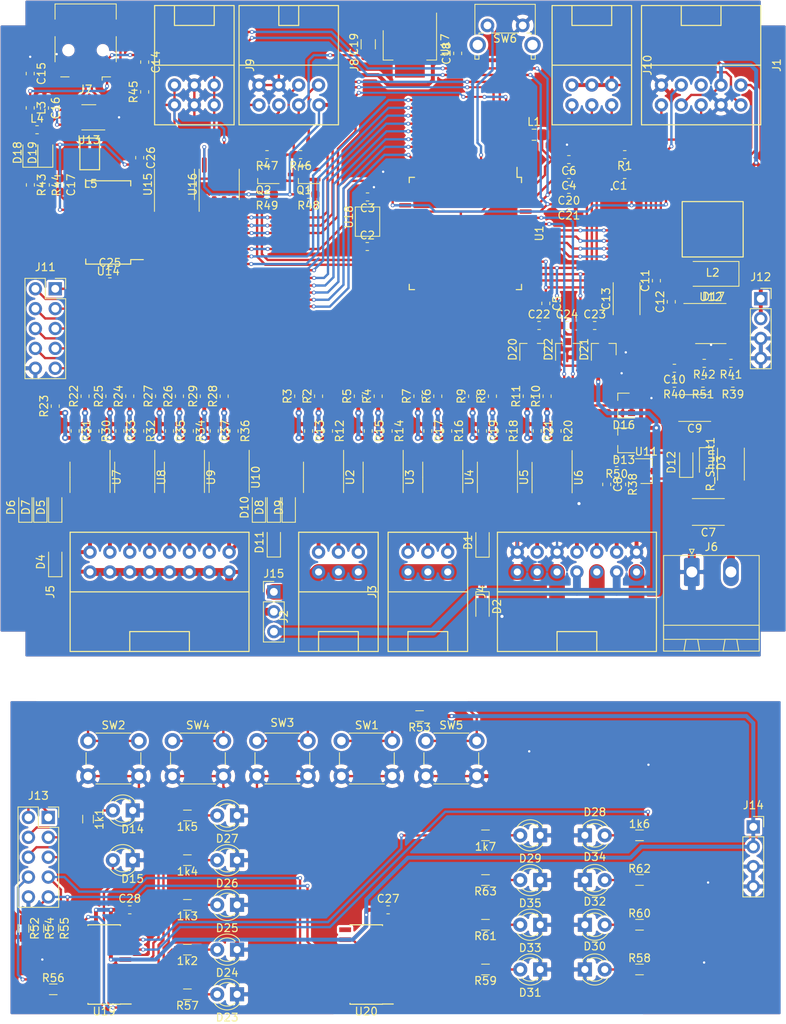
<source format=kicad_pcb>
(kicad_pcb (version 20171130) (host pcbnew "(5.1.4)-1")
  (layers (0 F.Cu signal) (31 B.Cu signal) (34 B.Paste user) (35 F.Paste user) (36 B.SilkS user) (37 F.SilkS user) (38 B.Mask user) (39 F.Mask user) (44 Edge.Cuts user))
  (net 0 "")
  (net 1 RESET)
  (net 2 GND)
  (net 3 "Net-(C2-Pad2)")
  (net 4 "Net-(C3-Pad2)")
  (net 5 "Net-(C4-Pad2)")
  (net 6 +5V)
  (net 7 "Net-(C6-Pad2)")
  (net 8 +12V)
  (net 9 "Net-(J2-Pad3)")
  (net 10 "Net-(J2-Pad2)")
  (net 11 "Net-(J2-Pad1)")
  (net 12 "Net-(J3-Pad1)")
  (net 13 "Net-(J3-Pad2)")
  (net 14 "Net-(J3-Pad3)")
  (net 15 "Net-(R12-Pad2)")
  (net 16 RGB1_ROT)
  (net 17 "Net-(R13-Pad2)")
  (net 18 RGB1_GRUEN)
  (net 19 RGB1_BLAU)
  (net 20 "Net-(R14-Pad2)")
  (net 21 "Net-(R15-Pad2)")
  (net 22 RGB2_ROT)
  (net 23 RGB2_GRUEN)
  (net 24 "Net-(R16-Pad2)")
  (net 25 "Net-(R17-Pad2)")
  (net 26 RGB2_BLAU)
  (net 27 "Net-(R18-Pad2)")
  (net 28 "Net-(R19-Pad2)")
  (net 29 PWM_PUMPE)
  (net 30 "Net-(R10-Pad1)")
  (net 31 "Net-(R11-Pad1)")
  (net 32 HEIZUNG)
  (net 33 SM1_1)
  (net 34 "Net-(R22-Pad1)")
  (net 35 "Net-(R23-Pad1)")
  (net 36 SM1_2)
  (net 37 SM1_3)
  (net 38 "Net-(R24-Pad1)")
  (net 39 SM1_4)
  (net 40 "Net-(R25-Pad1)")
  (net 41 SM2_1)
  (net 42 "Net-(R26-Pad1)")
  (net 43 "Net-(R27-Pad1)")
  (net 44 SM2_2)
  (net 45 SM2_3)
  (net 46 "Net-(R28-Pad1)")
  (net 47 "Net-(R29-Pad1)")
  (net 48 SM2_4)
  (net 49 UART_RXD)
  (net 50 UART_TXD)
  (net 51 UART_DIR)
  (net 52 "Net-(U1-Pad7)")
  (net 53 "Net-(U1-Pad8)")
  (net 54 "Net-(U1-Pad17)")
  (net 55 "Net-(U1-Pad18)")
  (net 56 "Net-(U1-Pad19)")
  (net 57 I²C_SCL)
  (net 58 I²C_SDA)
  (net 59 "Net-(U1-Pad27)")
  (net 60 "Net-(U1-Pad28)")
  (net 61 "Net-(U1-Pad29)")
  (net 62 "Net-(U1-Pad30)")
  (net 63 TDI)
  (net 64 TDO)
  (net 65 TMS)
  (net 66 TCK)
  (net 67 Voltage_Controle)
  (net 68 Current_Controle)
  (net 69 "Net-(J4-Pad6)")
  (net 70 "Net-(J4-Pad5)")
  (net 71 "Net-(J4-Pad4)")
  (net 72 "Net-(J4-Pad2)")
  (net 73 PWM_LUEFTER1)
  (net 74 PWM_LUEFTER2)
  (net 75 "Net-(C7-Pad1)")
  (net 76 "Net-(C11-Pad1)")
  (net 77 "Net-(C12-Pad1)")
  (net 78 "Net-(C12-Pad2)")
  (net 79 "Net-(R41-Pad2)")
  (net 80 "Net-(C14-Pad2)")
  (net 81 "Net-(C14-Pad1)")
  (net 82 "Net-(C16-Pad2)")
  (net 83 "Net-(C17-Pad2)")
  (net 84 "Net-(D18-Pad1)")
  (net 85 "Net-(D19-Pad1)")
  (net 86 "Net-(J7-Pad4)")
  (net 87 "Net-(J7-Pad3)")
  (net 88 "Net-(J7-Pad2)")
  (net 89 "Net-(L5-Pad2)")
  (net 90 "Net-(L5-Pad4)")
  (net 91 "Net-(R43-Pad2)")
  (net 92 "Net-(R44-Pad2)")
  (net 93 "Net-(U14-Pad5)")
  (net 94 "Net-(U14-Pad2)")
  (net 95 "Net-(U14-Pad1)")
  (net 96 "Net-(U14-Pad3)")
  (net 97 "Net-(U14-Pad12)")
  (net 98 "Net-(U14-Pad13)")
  (net 99 "Net-(U14-Pad14)")
  (net 100 "Net-(U14-Pad27)")
  (net 101 "Net-(U14-Pad28)")
  (net 102 "Net-(J1-Pad8)")
  (net 103 +3V3)
  (net 104 GND_HUMI1)
  (net 105 GND_HUMI2)
  (net 106 NOT-AUS)
  (net 107 INPUT1)
  (net 108 INPUT2)
  (net 109 "Net-(J8-Pad5)")
  (net 110 "Net-(J8-Pad6)")
  (net 111 "Net-(J9-Pad1)")
  (net 112 "Net-(J9-Pad3)")
  (net 113 NOTAUS)
  (net 114 Stop)
  (net 115 Start)
  (net 116 Dbg2)
  (net 117 Dbg1)
  (net 118 SR_Latch)
  (net 119 SR_Daten)
  (net 120 SR_Takt)
  (net 121 +5C)
  (net 122 "Net-(U18-Pad1)")
  (net 123 "Net-(U18-Pad3)")
  (net 124 "Net-(D10-Pad1)")
  (net 125 /Frontpannel/SR_Takt-)
  (net 126 /Frontpannel/SR_Daten-)
  (net 127 /Frontpannel/SR_Latch-)
  (net 128 /Frontpannel/Dbg1-)
  (net 129 /Frontpannel/Dbg2-)
  (net 130 /Frontpannel/START-)
  (net 131 /Frontpannel/STOP-)
  (net 132 /Frontpannel/NOTAUS-)
  (net 133 /Frontpannel/RESET-)
  (net 134 "Net-(R38-Pad1)")
  (net 135 "Net-(R39-Pad2)")
  (net 136 "Net-(1k1-Pad1)")
  (net 137 "Net-(1k2-Pad2)")
  (net 138 "Net-(1k2-Pad1)")
  (net 139 "Net-(1k3-Pad1)")
  (net 140 "Net-(1k3-Pad2)")
  (net 141 "Net-(1k4-Pad2)")
  (net 142 "Net-(1k4-Pad1)")
  (net 143 "Net-(1k5-Pad1)")
  (net 144 "Net-(1k5-Pad2)")
  (net 145 "Net-(1k6-Pad2)")
  (net 146 "Net-(1k6-Pad1)")
  (net 147 "Net-(1k7-Pad1)")
  (net 148 "Net-(1k7-Pad2)")
  (net 149 "Net-(D15-Pad2)")
  (net 150 "Net-(D23-Pad2)")
  (net 151 "Net-(D30-Pad2)")
  (net 152 "Net-(D31-Pad2)")
  (net 153 "Net-(D32-Pad2)")
  (net 154 "Net-(D33-Pad2)")
  (net 155 "Net-(D34-Pad2)")
  (net 156 "Net-(D35-Pad2)")
  (net 157 "Net-(R56-Pad2)")
  (net 158 "Net-(R57-Pad2)")
  (net 159 "Net-(R58-Pad2)")
  (net 160 "Net-(R59-Pad2)")
  (net 161 "Net-(R60-Pad2)")
  (net 162 "Net-(R61-Pad2)")
  (net 163 "Net-(R62-Pad2)")
  (net 164 "Net-(R63-Pad2)")
  (net 165 "Net-(U19-Pad9)")
  (net 166 "Net-(U20-Pad9)")
  (net 167 "Net-(U20-Pad7)")
  (net 168 "Net-(U20-Pad6)")
  (net 169 Adress_Press2)
  (net 170 Adress_Press1)
  (net 171 "Net-(D4-Pad2)")
  (net 172 "Net-(D5-Pad2)")
  (net 173 "Net-(D6-Pad2)")
  (net 174 "Net-(D7-Pad2)")
  (net 175 "Net-(D8-Pad2)")
  (net 176 "Net-(D9-Pad2)")
  (net 177 "Net-(D10-Pad2)")
  (net 178 "Net-(D11-Pad2)")
  (module Package_SO:SO-8_3.9x4.9mm_P1.27mm (layer F.Cu) (at 102.235 108.55 270)
    (fp_text reference U10 (at 0 -3.4 90) (layer F.SilkS))
    (fp_text value IRF9313PBF)
    (pad 8 smd roundrect (at 2.575 -1.905 270) (size 1.75 0.6) (layers F.Cu F.Paste F.Mask) (net 178 "Net-(D11-Pad2)"))
    (pad 7 smd roundrect (at 2.575 -0.635 270) (size 1.75 0.6) (layers F.Cu F.Paste F.Mask) (net 178 "Net-(D11-Pad2)"))
    (pad 6 smd roundrect (at 2.575 0.635 270) (size 1.75 0.6) (layers F.Cu F.Paste F.Mask) (net 177 "Net-(D10-Pad2)"))
    (pad 5 smd roundrect (at 2.575 1.905 270) (size 1.75 0.6) (layers F.Cu F.Paste F.Mask) (net 177 "Net-(D10-Pad2)"))
    (pad 4 smd roundrect (at -2.575 1.905 270) (size 1.75 0.6) (layers F.Cu F.Paste F.Mask) (net 47 "Net-(R29-Pad1)"))
    (pad 3 smd roundrect (at -2.575 0.635 270) (size 1.75 0.6) (layers F.Cu F.Paste F.Mask) (net 2 GND))
    (pad 2 smd roundrect (at -2.575 -0.635 270) (size 1.75 0.6) (layers F.Cu F.Paste F.Mask) (net 46 "Net-(R28-Pad1)"))
    (pad 1 smd roundrect (at -2.575 -1.905 270) (size 1.75 0.6) (layers F.Cu F.Paste F.Mask) (net 2 GND))
  )
  (module Package_SO:SO-8_3.9x4.9mm_P1.27mm (layer F.Cu) (at 136.525 108.55 270)
    (fp_text reference U5 (at 0 -3.4 90) (layer F.SilkS))
    (fp_text value IRF9313PBF)
    (pad 8 smd roundrect (at 2.575 -1.905 270) (size 1.75 0.6) (layers F.Cu F.Paste F.Mask) (net 71 "Net-(J4-Pad4)"))
    (pad 7 smd roundrect (at 2.575 -0.635 270) (size 1.75 0.6) (layers F.Cu F.Paste F.Mask) (net 71 "Net-(J4-Pad4)"))
    (pad 6 smd roundrect (at 2.575 0.635 270) (size 1.75 0.6) (layers F.Cu F.Paste F.Mask) (net 72 "Net-(J4-Pad2)"))
    (pad 5 smd roundrect (at 2.575 1.905 270) (size 1.75 0.6) (layers F.Cu F.Paste F.Mask) (net 72 "Net-(J4-Pad2)"))
    (pad 4 smd roundrect (at -2.575 1.905 270) (size 1.75 0.6) (layers F.Cu F.Paste F.Mask) (net 28 "Net-(R19-Pad2)"))
    (pad 3 smd roundrect (at -2.575 0.635 270) (size 1.75 0.6) (layers F.Cu F.Paste F.Mask) (net 2 GND))
    (pad 2 smd roundrect (at -2.575 -0.635 270) (size 1.75 0.6) (layers F.Cu F.Paste F.Mask) (net 27 "Net-(R18-Pad2)"))
    (pad 1 smd roundrect (at -2.575 -1.905 270) (size 1.75 0.6) (layers F.Cu F.Paste F.Mask) (net 2 GND))
  )
  (module Conn_Lib:Wanne_16Pol (layer F.Cu) (at 92.075 123.19 90)
    (fp_text reference J5 (at 0 -12.7 90) (layer F.SilkS))
    (fp_text value Con_SM)
    (pad 16 thru_hole circle (at 5.08 10.16 90) (size 1.7 1.7) (drill 0.9) (layers *.Cu *.Mask) (net 178 "Net-(D11-Pad2)"))
    (pad 15 thru_hole circle (at 5.08 7.62 90) (size 1.7 1.7) (drill 0.9) (layers *.Cu *.Mask) (net 177 "Net-(D10-Pad2)"))
    (pad 14 thru_hole circle (at 5.08 5.08 90) (size 1.7 1.7) (drill 0.9) (layers *.Cu *.Mask) (net 175 "Net-(D8-Pad2)"))
    (pad 13 thru_hole circle (at 5.08 2.54 90) (size 1.7 1.7) (drill 0.9) (layers *.Cu *.Mask) (net 176 "Net-(D9-Pad2)"))
    (pad 12 thru_hole circle (at 5.08 0 90) (size 1.7 1.7) (drill 0.9) (layers *.Cu *.Mask) (net 173 "Net-(D6-Pad2)"))
    (pad 11 thru_hole circle (at 5.08 -2.54 90) (size 1.7 1.7) (drill 0.9) (layers *.Cu *.Mask) (net 174 "Net-(D7-Pad2)"))
    (pad 10 thru_hole circle (at 5.08 -5.08 90) (size 1.7 1.7) (drill 0.9) (layers *.Cu *.Mask) (net 172 "Net-(D5-Pad2)"))
    (pad 9 thru_hole circle (at 5.08 -7.62 90) (size 1.7 1.7) (drill 0.9) (layers *.Cu *.Mask) (net 171 "Net-(D4-Pad2)"))
    (pad 8 thru_hole circle (at 2.54 10.16 90) (size 1.7 1.7) (drill 0.9) (layers *.Cu *.Mask) (net 124 "Net-(D10-Pad1)"))
    (pad 7 thru_hole circle (at 2.54 7.62 90) (size 1.7 1.7) (drill 0.9) (layers *.Cu *.Mask) (net 124 "Net-(D10-Pad1)"))
    (pad 6 thru_hole circle (at 2.54 5.08 90) (size 1.7 1.7) (drill 0.9) (layers *.Cu *.Mask) (net 124 "Net-(D10-Pad1)"))
    (pad 5 thru_hole circle (at 2.54 2.54 90) (size 1.7 1.7) (drill 0.9) (layers *.Cu *.Mask) (net 124 "Net-(D10-Pad1)"))
    (pad 4 thru_hole circle (at 2.54 0 90) (size 1.7 1.7) (drill 0.9) (layers *.Cu *.Mask) (net 124 "Net-(D10-Pad1)"))
    (pad 3 thru_hole circle (at 2.54 -2.54 90) (size 1.7 1.7) (drill 0.9) (layers *.Cu *.Mask) (net 124 "Net-(D10-Pad1)"))
    (pad 2 thru_hole circle (at 2.54 -5.08 90) (size 1.7 1.7) (drill 0.9) (layers *.Cu *.Mask) (net 124 "Net-(D10-Pad1)"))
    (pad 1 thru_hole circle (at 2.54 -7.62 90) (size 1.7 1.7) (drill 0.9) (layers *.Cu *.Mask) (net 124 "Net-(D10-Pad1)"))
  )
  (module Diode_SMD:D_SOD-323_HandSoldering (layer F.Cu) (at 107.95 112.395 90)
    (fp_text reference D8 (at 0 -1.85 90) (layer F.SilkS))
    (fp_text value 1N4148)
    (pad 1 smd rect (at -1.25 0 90) (size 1 1) (layers F.Cu F.Paste F.Mask) (net 124 "Net-(D10-Pad1)"))
    (pad 2 smd rect (at 1.25 0 90) (size 1 1) (layers F.Cu F.Paste F.Mask) (net 175 "Net-(D8-Pad2)"))
  )
  (module Connector_PinHeader_2.54mm:PinHeader_1x03_P2.54mm_Vertical (layer F.Cu) (at 107.95 123.19)
    (fp_text reference J15 (at 0 -2.33) (layer F.SilkS))
    (fp_text value Jumper)
    (pad 1 thru_hole rect (at 0 0) (size 1.7 1.7) (drill 1) (layers *.Cu *.Mask) (net 8 +12V))
    (pad 2 thru_hole oval (at 0 2.54) (size 1.7 1.7) (drill 1) (layers *.Cu *.Mask) (net 124 "Net-(D10-Pad1)"))
    (pad 3 thru_hole oval (at 0 5.08) (size 1.7 1.7) (drill 1) (layers *.Cu *.Mask) (net 6 +5V))
  )
  (module Capacitor_SMD:C_0603_1608Metric_Pad1.05x0.95mm_HandSolder (layer F.Cu) (at 131.445 54.37 90)
    (fp_text reference C18 (at 0 -1.43 90) (layer F.SilkS))
    (fp_text value 100nF)
    (pad 2 smd roundrect (at 0.875 0 90) (size 1.05 0.95) (layers F.Cu F.Paste F.Mask) (net 2 GND))
    (pad 1 smd roundrect (at -0.875 0 90) (size 1.05 0.95) (layers F.Cu F.Paste F.Mask) (net 6 +5V))
  )
  (module Resistor_SMD:R_0603_1608Metric_Pad1.05x0.95mm_HandSolder (layer F.Cu) (at 162.8 96.52 180)
    (fp_text reference R51 (at 0 -1.43) (layer F.SilkS))
    (fp_text value 100k)
    (pad 2 smd roundrect (at 0.875 0 180) (size 1.05 0.95) (layers F.Cu F.Paste F.Mask) (net 67 Voltage_Controle))
    (pad 1 smd roundrect (at -0.875 0 180) (size 1.05 0.95) (layers F.Cu F.Paste F.Mask) (net 135 "Net-(R39-Pad2)"))
  )
  (module Package_TO_SOT_SMD:SOT-23 (layer F.Cu) (at 150.114 92.202 90)
    (fp_text reference D21 (at 0 -2.5 90) (layer F.SilkS))
    (fp_text value BAS40-04)
    (pad 3 smd rect (at 1 0 90) (size 0.9 0.8) (layers F.Cu F.Paste F.Mask) (net 108 INPUT2))
    (pad 2 smd rect (at -1 0.95 90) (size 0.9 0.8) (layers F.Cu F.Paste F.Mask) (net 2 GND))
    (pad 1 smd rect (at -1 -0.95 90) (size 0.9 0.8) (layers F.Cu F.Paste F.Mask) (net 6 +5V))
  )
  (module Package_TO_SOT_SMD:SOT-23 (layer F.Cu) (at 145.542 92.202 90)
    (fp_text reference D22 (at 0 -2.5 90) (layer F.SilkS))
    (fp_text value BAS40-04)
    (pad 3 smd rect (at 1 0 90) (size 0.9 0.8) (layers F.Cu F.Paste F.Mask) (net 107 INPUT1))
    (pad 2 smd rect (at -1 0.95 90) (size 0.9 0.8) (layers F.Cu F.Paste F.Mask) (net 2 GND))
    (pad 1 smd rect (at -1 -0.95 90) (size 0.9 0.8) (layers F.Cu F.Paste F.Mask) (net 6 +5V))
  )
  (module Package_SO:SO-8_3.9x4.9mm_P1.27mm (layer F.Cu) (at 96.52 108.55 270)
    (fp_text reference U9 (at 0 -3.4 90) (layer F.SilkS))
    (fp_text value IRF9313PBF)
    (pad 8 smd roundrect (at 2.575 -1.905 270) (size 1.75 0.6) (layers F.Cu F.Paste F.Mask) (net 175 "Net-(D8-Pad2)"))
    (pad 7 smd roundrect (at 2.575 -0.635 270) (size 1.75 0.6) (layers F.Cu F.Paste F.Mask) (net 175 "Net-(D8-Pad2)"))
    (pad 6 smd roundrect (at 2.575 0.635 270) (size 1.75 0.6) (layers F.Cu F.Paste F.Mask) (net 176 "Net-(D9-Pad2)"))
    (pad 5 smd roundrect (at 2.575 1.905 270) (size 1.75 0.6) (layers F.Cu F.Paste F.Mask) (net 176 "Net-(D9-Pad2)"))
    (pad 4 smd roundrect (at -2.575 1.905 270) (size 1.75 0.6) (layers F.Cu F.Paste F.Mask) (net 43 "Net-(R27-Pad1)"))
    (pad 3 smd roundrect (at -2.575 0.635 270) (size 1.75 0.6) (layers F.Cu F.Paste F.Mask) (net 2 GND))
    (pad 2 smd roundrect (at -2.575 -0.635 270) (size 1.75 0.6) (layers F.Cu F.Paste F.Mask) (net 42 "Net-(R26-Pad1)"))
    (pad 1 smd roundrect (at -2.575 -1.905 270) (size 1.75 0.6) (layers F.Cu F.Paste F.Mask) (net 2 GND))
  )
  (module Package_TO_SOT_SMD:SOT-323_SC-70_Handsoldering (layer F.Cu) (at 106.62 69.85 180)
    (fp_text reference Q2 (at 0 -2) (layer F.SilkS))
    (fp_text value BS170)
    (pad 3 smd rect (at 1.33 0 90) (size 0.45 1.5) (layers F.Cu F.Paste F.Mask) (net 110 "Net-(J8-Pad6)"))
    (pad 2 smd rect (at -1.33 0.65 90) (size 0.45 1.5) (layers F.Cu F.Paste F.Mask) (net 103 +3V3))
    (pad 1 smd rect (at -1.33 -0.65 90) (size 0.45 1.5) (layers F.Cu F.Paste F.Mask) (net 58 I²C_SDA))
  )
  (module Capacitor_SMD:C_0603_1608Metric_Pad1.05x0.95mm_HandSolder (layer F.Cu) (at 145.655 69.85 180)
    (fp_text reference C4 (at 0 -1.43) (layer F.SilkS))
    (fp_text value 10nF)
    (pad 2 smd roundrect (at 0.875 0 180) (size 1.05 0.95) (layers F.Cu F.Paste F.Mask) (net 5 "Net-(C4-Pad2)"))
    (pad 1 smd roundrect (at -0.875 0 180) (size 1.05 0.95) (layers F.Cu F.Paste F.Mask) (net 2 GND))
  )
  (module Package_TO_SOT_SMD:SOT-23 (layer F.Cu) (at 140.97 92.202 90)
    (fp_text reference D20 (at 0 -2.5 90) (layer F.SilkS))
    (fp_text value BAS40-04)
    (pad 3 smd rect (at 1 0 90) (size 0.9 0.8) (layers F.Cu F.Paste F.Mask) (net 106 NOT-AUS))
    (pad 2 smd rect (at -1 0.95 90) (size 0.9 0.8) (layers F.Cu F.Paste F.Mask) (net 2 GND))
    (pad 1 smd rect (at -1 -0.95 90) (size 0.9 0.8) (layers F.Cu F.Paste F.Mask) (net 6 +5V))
  )
  (module Connector_PinSocket_2.54mm:PinSocket_2x05_P2.54mm_Vertical (layer F.Cu) (at 80.01 84.455)
    (fp_text reference J11 (at -1.27 -2.77) (layer F.SilkS))
    (fp_text value Frontpannel)
    (pad 10 thru_hole oval (at -2.54 10.16) (size 1.7 1.7) (drill 1) (layers *.Cu *.Mask) (net 2 GND))
    (pad 9 thru_hole oval (at 0 10.16) (size 1.7 1.7) (drill 1) (layers *.Cu *.Mask) (net 120 SR_Takt))
    (pad 8 thru_hole oval (at -2.54 7.62) (size 1.7 1.7) (drill 1) (layers *.Cu *.Mask) (net 119 SR_Daten))
    (pad 7 thru_hole oval (at 0 7.62) (size 1.7 1.7) (drill 1) (layers *.Cu *.Mask) (net 118 SR_Latch))
    (pad 6 thru_hole oval (at -2.54 5.08) (size 1.7 1.7) (drill 1) (layers *.Cu *.Mask) (net 117 Dbg1))
    (pad 5 thru_hole oval (at 0 5.08) (size 1.7 1.7) (drill 1) (layers *.Cu *.Mask) (net 116 Dbg2))
    (pad 4 thru_hole oval (at -2.54 2.54) (size 1.7 1.7) (drill 1) (layers *.Cu *.Mask) (net 115 Start))
    (pad 3 thru_hole oval (at 0 2.54) (size 1.7 1.7) (drill 1) (layers *.Cu *.Mask) (net 114 Stop))
    (pad 2 thru_hole oval (at -2.54 0) (size 1.7 1.7) (drill 1) (layers *.Cu *.Mask) (net 113 NOTAUS))
    (pad 1 thru_hole rect (at 0 0) (size 1.7 1.7) (drill 1) (layers *.Cu *.Mask) (net 1 RESET))
  )
  (module Capacitor_SMD:C_0603_1608Metric_Pad1.05x0.95mm_HandSolder (layer F.Cu) (at 90.805 67.705 270)
    (fp_text reference C26 (at 0 -1.43 90) (layer F.SilkS))
    (fp_text value 100nF)
    (pad 2 smd roundrect (at 0.875 0 270) (size 1.05 0.95) (layers F.Cu F.Paste F.Mask) (net 121 +5C))
    (pad 1 smd roundrect (at -0.875 0 270) (size 1.05 0.95) (layers F.Cu F.Paste F.Mask) (net 2 GND))
  )
  (module Conn_Lib:Wanne_6Pol (layer F.Cu) (at 97.79 55.88 270)
    (fp_text reference J9 (at 0 -7.12 90) (layer F.SilkS))
    (fp_text value RS485)
    (pad 1 thru_hole circle (at 5.08 -2.54 270) (size 1.7 1.7) (drill 0.9) (layers *.Cu *.Mask) (net 111 "Net-(J9-Pad1)"))
    (pad 2 thru_hole circle (at 5.08 0 270) (size 1.7 1.7) (drill 0.9) (layers *.Cu *.Mask) (net 2 GND))
    (pad 3 thru_hole circle (at 5.08 2.54 270) (size 1.7 1.7) (drill 0.9) (layers *.Cu *.Mask) (net 112 "Net-(J9-Pad3)"))
    (pad 4 thru_hole circle (at 2.54 -2.54 270) (size 1.7 1.7) (drill 0.9) (layers *.Cu *.Mask) (net 111 "Net-(J9-Pad1)"))
    (pad 5 thru_hole circle (at 2.54 0 270) (size 1.7 1.7) (drill 0.9) (layers *.Cu *.Mask) (net 2 GND))
    (pad 6 thru_hole circle (at 2.54 2.54 270) (size 1.7 1.7) (drill 0.9) (layers *.Cu *.Mask) (net 112 "Net-(J9-Pad3)"))
  )
  (module Conn_Lib:Wanne_6Pol (layer F.Cu) (at 148.59 55.88 270)
    (fp_text reference J10 (at 0 -7.12 90) (layer F.SilkS))
    (fp_text value Inputs)
    (pad 6 thru_hole circle (at 2.54 2.54 270) (size 1.7 1.7) (drill 0.9) (layers *.Cu *.Mask) (net 6 +5V))
    (pad 5 thru_hole circle (at 2.54 0 270) (size 1.7 1.7) (drill 0.9) (layers *.Cu *.Mask) (net 6 +5V))
    (pad 4 thru_hole circle (at 2.54 -2.54 270) (size 1.7 1.7) (drill 0.9) (layers *.Cu *.Mask) (net 6 +5V))
    (pad 3 thru_hole circle (at 5.08 2.54 270) (size 1.7 1.7) (drill 0.9) (layers *.Cu *.Mask) (net 107 INPUT1))
    (pad 2 thru_hole circle (at 5.08 0 270) (size 1.7 1.7) (drill 0.9) (layers *.Cu *.Mask) (net 108 INPUT2))
    (pad 1 thru_hole circle (at 5.08 -2.54 270) (size 1.7 1.7) (drill 0.9) (layers *.Cu *.Mask) (net 106 NOT-AUS))
  )
  (module Resistor_SMD:R_0603_1608Metric_Pad1.05x0.95mm_HandSolder (layer F.Cu) (at 151.765 106.68 180)
    (fp_text reference R50 (at 0 -1.43) (layer F.SilkS))
    (fp_text value 100k)
    (pad 2 smd roundrect (at 0.875 0 180) (size 1.05 0.95) (layers F.Cu F.Paste F.Mask) (net 68 Current_Controle))
    (pad 1 smd roundrect (at -0.875 0 180) (size 1.05 0.95) (layers F.Cu F.Paste F.Mask) (net 134 "Net-(R38-Pad1)"))
  )
  (module Connector_PinSocket_2.54mm:PinSocket_1x04_P2.54mm_Vertical (layer F.Cu) (at 170.18 85.725)
    (fp_text reference J12 (at 0 -2.77) (layer F.SilkS))
    (fp_text value Conn_01x04)
    (pad 4 thru_hole oval (at 0 7.62) (size 1.7 1.7) (drill 1) (layers *.Cu *.Mask) (net 2 GND))
    (pad 3 thru_hole oval (at 0 5.08) (size 1.7 1.7) (drill 1) (layers *.Cu *.Mask) (net 2 GND))
    (pad 2 thru_hole oval (at 0 2.54) (size 1.7 1.7) (drill 1) (layers *.Cu *.Mask) (net 6 +5V))
    (pad 1 thru_hole rect (at 0 0) (size 1.7 1.7) (drill 1) (layers *.Cu *.Mask) (net 6 +5V))
  )
  (module Capacitor_SMD:C_0603_1608Metric_Pad1.05x0.95mm_HandSolder (layer F.Cu) (at 148.957 89.154)
    (fp_text reference C23 (at 0 -1.43) (layer F.SilkS))
    (fp_text value C)
    (pad 2 smd roundrect (at 0.875 0) (size 1.05 0.95) (layers F.Cu F.Paste F.Mask) (net 2 GND))
    (pad 1 smd roundrect (at -0.875 0) (size 1.05 0.95) (layers F.Cu F.Paste F.Mask) (net 108 INPUT2))
  )
  (module Capacitor_SMD:C_0603_1608Metric_Pad1.05x0.95mm_HandSolder (layer F.Cu) (at 80.595 71.185 270)
    (fp_text reference C17 (at 0 -1.43 90) (layer F.SilkS))
    (fp_text value 100nF)
    (pad 2 smd roundrect (at 0.875 0 270) (size 1.05 0.95) (layers F.Cu F.Paste F.Mask) (net 83 "Net-(C17-Pad2)"))
    (pad 1 smd roundrect (at -0.875 0 270) (size 1.05 0.95) (layers F.Cu F.Paste F.Mask) (net 2 GND))
  )
  (module Package_TO_SOT_SMD:SOT-23 (layer F.Cu) (at 155.559 107.762)
    (fp_text reference U11 (at 0 -2.5) (layer F.SilkS))
    (fp_text value ZXCT1109)
    (pad 3 smd rect (at 1 0) (size 0.9 0.8) (layers F.Cu F.Paste F.Mask) (net 134 "Net-(R38-Pad1)"))
    (pad 2 smd rect (at -1 0.95) (size 0.9 0.8) (layers F.Cu F.Paste F.Mask) (net 75 "Net-(C7-Pad1)"))
    (pad 1 smd rect (at -1 -0.95) (size 0.9 0.8) (layers F.Cu F.Paste F.Mask) (net 8 +12V))
  )
  (module Button_Switch_THT:SW_Tactile_SPST_Angled_PTS645Vx31-2LFS (layer F.Cu) (at 135.255 50.8)
    (fp_text reference SW6 (at 2.25 1.68) (layer F.SilkS))
    (fp_text value SW_DIP_x01)
    (pad "" thru_hole circle (at -1.25 2.49) (size 2.1 2.1) (drill 1.3) (layers *.Cu *.Mask))
    (pad 1 thru_hole circle (at 0 0) (size 1.75 1.75) (drill 0.99) (layers *.Cu *.Mask) (net 169 Adress_Press2))
    (pad 2 thru_hole circle (at 4.5 0) (size 1.75 1.75) (drill 0.99) (layers *.Cu *.Mask) (net 2 GND))
    (pad "" thru_hole circle (at 5.76 2.49) (size 2.1 2.1) (drill 1.3) (layers *.Cu *.Mask))
  )
  (module D_Lib:1N4148 (layer F.Cu) (at 163.195 106.6346 270)
    (fp_text reference D3 (at 0.0508 -1.905 90) (layer F.SilkS))
    (fp_text value 1N4148)
    (pad 1 smd rect (at -1.2246 0 270) (size 1 1) (layers F.Cu F.Paste F.Mask) (net 8 +12V))
    (pad 2 smd rect (at 1.2754 0 270) (size 1 1) (layers F.Cu F.Paste F.Mask) (net 75 "Net-(C7-Pad1)"))
  )
  (module Package_TO_SOT_SMD:SOT-223 (layer F.Cu) (at 125.335 53.315 270)
    (fp_text reference U17 (at 0 -4.5 90) (layer F.SilkS))
    (fp_text value LM2936-3.3)
    (pad 1 smd rect (at -3.15 -2.3 270) (size 2 1.5) (layers F.Cu F.Paste F.Mask) (net 6 +5V))
    (pad 3 smd rect (at -3.15 2.3 270) (size 2 1.5) (layers F.Cu F.Paste F.Mask) (net 103 +3V3))
    (pad 2 smd rect (at -3.15 0 270) (size 2 1.5) (layers F.Cu F.Paste F.Mask) (net 2 GND))
    (pad 4 smd rect (at 3.15 0 270) (size 2 3.8) (layers F.Cu F.Paste F.Mask))
  )
  (module Resistor_SMD:R_0603_1608Metric_Pad1.05x0.95mm_HandSolder (layer F.Cu) (at 80.01 99.455 90)
    (fp_text reference R23 (at 0 -1.43 90) (layer F.SilkS))
    (fp_text value 160R)
    (pad 2 smd roundrect (at 0.875 0 90) (size 1.05 0.95) (layers F.Cu F.Paste F.Mask) (net 36 SM1_2))
    (pad 1 smd roundrect (at -0.875 0 90) (size 1.05 0.95) (layers F.Cu F.Paste F.Mask) (net 35 "Net-(R23-Pad1)"))
  )
  (module Resistor_SMD:R_0603_1608Metric_Pad1.05x0.95mm_HandSolder (layer F.Cu) (at 120.015 102.63 270)
    (fp_text reference R15 (at 0 -1.43 90) (layer F.SilkS))
    (fp_text value 10k)
    (pad 2 smd roundrect (at 0.875 0 270) (size 1.05 0.95) (layers F.Cu F.Paste F.Mask) (net 21 "Net-(R15-Pad2)"))
    (pad 1 smd roundrect (at -0.875 0 270) (size 1.05 0.95) (layers F.Cu F.Paste F.Mask) (net 2 GND))
  )
  (module Conn_Lib:Wanne_6Pol (layer F.Cu) (at 127.635 123.19 90)
    (fp_text reference J3 (at 0 -7.12 90) (layer F.SilkS))
    (fp_text value Con_RGB1)
    (pad 6 thru_hole circle (at 2.54 2.54 90) (size 1.7 1.7) (drill 0.9) (layers *.Cu *.Mask) (net 8 +12V))
    (pad 5 thru_hole circle (at 2.54 0 90) (size 1.7 1.7) (drill 0.9) (layers *.Cu *.Mask) (net 8 +12V))
    (pad 4 thru_hole circle (at 2.54 -2.54 90) (size 1.7 1.7) (drill 0.9) (layers *.Cu *.Mask) (net 8 +12V))
    (pad 3 thru_hole circle (at 5.08 2.54 90) (size 1.7 1.7) (drill 0.9) (layers *.Cu *.Mask) (net 14 "Net-(J3-Pad3)"))
    (pad 2 thru_hole circle (at 5.08 0 90) (size 1.7 1.7) (drill 0.9) (layers *.Cu *.Mask) (net 13 "Net-(J3-Pad2)"))
    (pad 1 thru_hole circle (at 5.08 -2.54 90) (size 1.7 1.7) (drill 0.9) (layers *.Cu *.Mask) (net 12 "Net-(J3-Pad1)"))
  )
  (module Resistor_SMD:R_0603_1608Metric_Pad1.05x0.95mm_HandSolder (layer F.Cu) (at 83.82 98.185 90)
    (fp_text reference R22 (at 0 -1.43 90) (layer F.SilkS))
    (fp_text value 160R)
    (pad 2 smd roundrect (at 0.875 0 90) (size 1.05 0.95) (layers F.Cu F.Paste F.Mask) (net 33 SM1_1))
    (pad 1 smd roundrect (at -0.875 0 90) (size 1.05 0.95) (layers F.Cu F.Paste F.Mask) (net 34 "Net-(R22-Pad1)"))
  )
  (module Capacitor_SMD:C_2512_6332Metric_Pad1.52x3.35mm_HandSolder (layer F.Cu) (at 161.7375 99.695 180)
    (fp_text reference C9 (at 0 -2.62) (layer F.SilkS))
    (fp_text value 68uF)
    (pad 2 smd roundrect (at 2.9875 0 180) (size 1.525 3.35) (layers F.Cu F.Paste F.Mask) (roundrect_rratio 0.163934) (net 2 GND))
    (pad 1 smd roundrect (at -2.9875 0 180) (size 1.525 3.35) (layers F.Cu F.Paste F.Mask) (roundrect_rratio 0.163934) (net 8 +12V))
  )
  (module Capacitor_SMD:C_1206_3216Metric (layer F.Cu) (at 120.015 53.21 90)
    (fp_text reference C19 (at 0 -1.82 90) (layer F.SilkS))
    (fp_text value 10uF)
    (pad 2 smd roundrect (at 1.4 0 90) (size 1.25 1.75) (layers F.Cu F.Paste F.Mask) (roundrect_rratio 0.2) (net 2 GND))
    (pad 1 smd roundrect (at -1.4 0 90) (size 1.25 1.75) (layers F.Cu F.Paste F.Mask) (roundrect_rratio 0.2) (net 103 +3V3))
  )
  (module Resistor_SMD:R_0603_1608Metric_Pad1.05x0.95mm_HandSolder (layer F.Cu) (at 127.635 102.63 270)
    (fp_text reference R17 (at 0 -1.43 90) (layer F.SilkS))
    (fp_text value 10k)
    (pad 2 smd roundrect (at 0.875 0 270) (size 1.05 0.95) (layers F.Cu F.Paste F.Mask) (net 25 "Net-(R17-Pad2)"))
    (pad 1 smd roundrect (at -0.875 0 270) (size 1.05 0.95) (layers F.Cu F.Paste F.Mask) (net 2 GND))
  )
  (module Resistor_SMD:R_0603_1608Metric_Pad1.05x0.95mm_HandSolder (layer F.Cu) (at 114.935 102.63 270)
    (fp_text reference R12 (at 0 -1.43 90) (layer F.SilkS))
    (fp_text value 10k)
    (pad 2 smd roundrect (at 0.875 0 270) (size 1.05 0.95) (layers F.Cu F.Paste F.Mask) (net 15 "Net-(R12-Pad2)"))
    (pad 1 smd roundrect (at -0.875 0 270) (size 1.05 0.95) (layers F.Cu F.Paste F.Mask) (net 2 GND))
  )
  (module Resistor_SMD:R_0603_1608Metric_Pad1.05x0.95mm_HandSolder (layer F.Cu) (at 126.365 98.185 90)
    (fp_text reference R7 (at 0 -1.43 90) (layer F.SilkS))
    (fp_text value 160R)
    (pad 2 smd roundrect (at 0.875 0 90) (size 1.05 0.95) (layers F.Cu F.Paste F.Mask) (net 23 RGB2_GRUEN))
    (pad 1 smd roundrect (at -0.875 0 90) (size 1.05 0.95) (layers F.Cu F.Paste F.Mask) (net 25 "Net-(R17-Pad2)"))
  )
  (module Capacitor_SMD:C_0603_1608Metric_Pad1.05x0.95mm_HandSolder (layer F.Cu) (at 145.655 71.755 180)
    (fp_text reference C20 (at 0 -1.43) (layer F.SilkS))
    (fp_text value 100nF)
    (pad 2 smd roundrect (at 0.875 0 180) (size 1.05 0.95) (layers F.Cu F.Paste F.Mask) (net 104 GND_HUMI1))
    (pad 1 smd roundrect (at -0.875 0 180) (size 1.05 0.95) (layers F.Cu F.Paste F.Mask) (net 2 GND))
  )
  (module Conn_Lib:Wanne-10Pol (layer F.Cu) (at 162.56 55.88 270)
    (fp_text reference J1 (at 0 -9.66 90) (layer F.SilkS))
    (fp_text value AVR-JTAG-10)
    (pad 1 thru_hole circle (at 5.08 -5.08 270) (size 1.7 1.7) (drill 0.9) (layers *.Cu *.Mask) (net 66 TCK))
    (pad 2 thru_hole circle (at 5.08 -2.54 270) (size 1.7 1.7) (drill 0.9) (layers *.Cu *.Mask) (net 2 GND))
    (pad 3 thru_hole circle (at 5.08 0 270) (size 1.7 1.7) (drill 0.9) (layers *.Cu *.Mask) (net 64 TDO))
    (pad 4 thru_hole circle (at 5.08 2.54 270) (size 1.7 1.7) (drill 0.9) (layers *.Cu *.Mask) (net 6 +5V))
    (pad 5 thru_hole circle (at 5.08 5.08 270) (size 1.7 1.7) (drill 0.9) (layers *.Cu *.Mask) (net 65 TMS))
    (pad 6 thru_hole circle (at 2.54 -5.08 270) (size 1.7 1.7) (drill 0.9) (layers *.Cu *.Mask) (net 1 RESET))
    (pad 7 thru_hole circle (at 2.54 -2.54 270) (size 1.7 1.7) (drill 0.9) (layers *.Cu *.Mask) (net 6 +5V))
    (pad 8 thru_hole circle (at 2.54 0 270) (size 1.7 1.7) (drill 0.9) (layers *.Cu *.Mask) (net 102 "Net-(J1-Pad8)"))
    (pad 9 thru_hole circle (at 2.54 2.54 270) (size 1.7 1.7) (drill 0.9) (layers *.Cu *.Mask) (net 63 TDI))
    (pad 10 thru_hole circle (at 2.54 5.08 270) (size 1.7 1.7) (drill 0.9) (layers *.Cu *.Mask) (net 2 GND))
  )
  (module Package_TO_SOT_SMD:SOT-323_SC-70_Handsoldering (layer F.Cu) (at 111.82 69.85 180)
    (fp_text reference Q1 (at 0 -2) (layer F.SilkS))
    (fp_text value BS170)
    (pad 3 smd rect (at 1.33 0 90) (size 0.45 1.5) (layers F.Cu F.Paste F.Mask) (net 109 "Net-(J8-Pad5)"))
    (pad 2 smd rect (at -1.33 0.65 90) (size 0.45 1.5) (layers F.Cu F.Paste F.Mask) (net 103 +3V3))
    (pad 1 smd rect (at -1.33 -0.65 90) (size 0.45 1.5) (layers F.Cu F.Paste F.Mask) (net 57 I²C_SCL))
  )
  (module Resistor_SMD:R_0603_1608Metric_Pad1.05x0.95mm_HandSolder (layer F.Cu) (at 112.395 102.63 270)
    (fp_text reference R13 (at 0 -1.43 90) (layer F.SilkS))
    (fp_text value 10k)
    (pad 2 smd roundrect (at 0.875 0 270) (size 1.05 0.95) (layers F.Cu F.Paste F.Mask) (net 17 "Net-(R13-Pad2)"))
    (pad 1 smd roundrect (at -0.875 0 270) (size 1.05 0.95) (layers F.Cu F.Paste F.Mask) (net 2 GND))
  )
  (module Capacitor_SMD:C_0603_1608Metric_Pad1.05x0.95mm_HandSolder (layer F.Cu) (at 141.845 89.154)
    (fp_text reference C22 (at 0 -1.43) (layer F.SilkS))
    (fp_text value C)
    (pad 2 smd roundrect (at 0.875 0) (size 1.05 0.95) (layers F.Cu F.Paste F.Mask) (net 2 GND))
    (pad 1 smd roundrect (at -0.875 0) (size 1.05 0.95) (layers F.Cu F.Paste F.Mask) (net 106 NOT-AUS))
  )
  (module Capacitor_SMD:C_2512_6332Metric (layer F.Cu) (at 153.035 85.725 90)
    (fp_text reference C13 (at 0 -2.62 90) (layer F.SilkS))
    (fp_text value 68uF)
    (pad 2 smd roundrect (at 2.9 0 90) (size 1.35 3.35) (layers F.Cu F.Paste F.Mask) (roundrect_rratio 0.185185) (net 2 GND))
    (pad 1 smd roundrect (at -2.9 0 90) (size 1.35 3.35) (layers F.Cu F.Paste F.Mask) (roundrect_rratio 0.185185) (net 6 +5V))
  )
  (module Resistor_SMD:R_0603_1608Metric_Pad1.05x0.95mm_HandSolder (layer F.Cu) (at 142.875 98.185 90)
    (fp_text reference R10 (at 0 -1.43 90) (layer F.SilkS))
    (fp_text value 160R)
    (pad 2 smd roundrect (at 0.875 0 90) (size 1.05 0.95) (layers F.Cu F.Paste F.Mask) (net 29 PWM_PUMPE))
    (pad 1 smd roundrect (at -0.875 0 90) (size 1.05 0.95) (layers F.Cu F.Paste F.Mask) (net 30 "Net-(R10-Pad1)"))
  )
  (module Package_SO:SO-8_3.9x4.9mm_P1.27mm (layer F.Cu) (at 84.455 108.55 270)
    (fp_text reference U7 (at 0 -3.4 90) (layer F.SilkS))
    (fp_text value IRF9313PBF)
    (pad 8 smd roundrect (at 2.575 -1.905 270) (size 1.75 0.6) (layers F.Cu F.Paste F.Mask) (net 172 "Net-(D5-Pad2)"))
    (pad 7 smd roundrect (at 2.575 -0.635 270) (size 1.75 0.6) (layers F.Cu F.Paste F.Mask) (net 172 "Net-(D5-Pad2)"))
    (pad 6 smd roundrect (at 2.575 0.635 270) (size 1.75 0.6) (layers F.Cu F.Paste F.Mask) (net 171 "Net-(D4-Pad2)"))
    (pad 5 smd roundrect (at 2.575 1.905 270) (size 1.75 0.6) (layers F.Cu F.Paste F.Mask) (net 171 "Net-(D4-Pad2)"))
    (pad 4 smd roundrect (at -2.575 1.905 270) (size 1.75 0.6) (layers F.Cu F.Paste F.Mask) (net 35 "Net-(R23-Pad1)"))
    (pad 3 smd roundrect (at -2.575 0.635 270) (size 1.75 0.6) (layers F.Cu F.Paste F.Mask) (net 2 GND))
    (pad 2 smd roundrect (at -2.575 -0.635 270) (size 1.75 0.6) (layers F.Cu F.Paste F.Mask) (net 34 "Net-(R22-Pad1)"))
    (pad 1 smd roundrect (at -2.575 -1.905 270) (size 1.75 0.6) (layers F.Cu F.Paste F.Mask) (net 2 GND))
  )
  (module Resistor_SMD:R_0603_1608Metric_Pad1.05x0.95mm_HandSolder (layer F.Cu) (at 166.37 93.98 180)
    (fp_text reference R41 (at 0 -1.43) (layer F.SilkS))
    (fp_text value 510k)
    (pad 2 smd roundrect (at 0.875 0 180) (size 1.05 0.95) (layers F.Cu F.Paste F.Mask) (net 79 "Net-(R41-Pad2)"))
    (pad 1 smd roundrect (at -0.875 0 180) (size 1.05 0.95) (layers F.Cu F.Paste F.Mask) (net 8 +12V))
  )
  (module Package_SO:SO-8_3.9x4.9mm_P1.27mm (layer F.Cu) (at 114.3 108.55 270)
    (fp_text reference U2 (at 0 -3.4 90) (layer F.SilkS))
    (fp_text value IRF9313PBF)
    (pad 8 smd roundrect (at 2.575 -1.905 270) (size 1.75 0.6) (layers F.Cu F.Paste F.Mask) (net 10 "Net-(J2-Pad2)"))
    (pad 7 smd roundrect (at 2.575 -0.635 270) (size 1.75 0.6) (layers F.Cu F.Paste F.Mask) (net 10 "Net-(J2-Pad2)"))
    (pad 6 smd roundrect (at 2.575 0.635 270) (size 1.75 0.6) (layers F.Cu F.Paste F.Mask) (net 11 "Net-(J2-Pad1)"))
    (pad 5 smd roundrect (at 2.575 1.905 270) (size 1.75 0.6) (layers F.Cu F.Paste F.Mask) (net 11 "Net-(J2-Pad1)"))
    (pad 4 smd roundrect (at -2.575 1.905 270) (size 1.75 0.6) (layers F.Cu F.Paste F.Mask) (net 17 "Net-(R13-Pad2)"))
    (pad 3 smd roundrect (at -2.575 0.635 270) (size 1.75 0.6) (layers F.Cu F.Paste F.Mask) (net 2 GND))
    (pad 2 smd roundrect (at -2.575 -0.635 270) (size 1.75 0.6) (layers F.Cu F.Paste F.Mask) (net 15 "Net-(R12-Pad2)"))
    (pad 1 smd roundrect (at -2.575 -1.905 270) (size 1.75 0.6) (layers F.Cu F.Paste F.Mask) (net 2 GND))
  )
  (module Package_SO:SO-8_3.9x4.9mm_P1.27mm (layer F.Cu) (at 90.17 108.55 270)
    (fp_text reference U8 (at 0 -3.4 90) (layer F.SilkS))
    (fp_text value IRF9313PBF)
    (pad 8 smd roundrect (at 2.575 -1.905 270) (size 1.75 0.6) (layers F.Cu F.Paste F.Mask) (net 173 "Net-(D6-Pad2)"))
    (pad 7 smd roundrect (at 2.575 -0.635 270) (size 1.75 0.6) (layers F.Cu F.Paste F.Mask) (net 173 "Net-(D6-Pad2)"))
    (pad 6 smd roundrect (at 2.575 0.635 270) (size 1.75 0.6) (layers F.Cu F.Paste F.Mask) (net 174 "Net-(D7-Pad2)"))
    (pad 5 smd roundrect (at 2.575 1.905 270) (size 1.75 0.6) (layers F.Cu F.Paste F.Mask) (net 174 "Net-(D7-Pad2)"))
    (pad 4 smd roundrect (at -2.575 1.905 270) (size 1.75 0.6) (layers F.Cu F.Paste F.Mask) (net 40 "Net-(R25-Pad1)"))
    (pad 3 smd roundrect (at -2.575 0.635 270) (size 1.75 0.6) (layers F.Cu F.Paste F.Mask) (net 2 GND))
    (pad 2 smd roundrect (at -2.575 -0.635 270) (size 1.75 0.6) (layers F.Cu F.Paste F.Mask) (net 38 "Net-(R24-Pad1)"))
    (pad 1 smd roundrect (at -2.575 -1.905 270) (size 1.75 0.6) (layers F.Cu F.Paste F.Mask) (net 2 GND))
  )
  (module Package_SO:SO-8_3.9x4.9mm_P1.27mm (layer F.Cu) (at 143.51 108.585 270)
    (fp_text reference U6 (at 0 -3.4 90) (layer F.SilkS))
    (fp_text value IRF9313PBF)
    (pad 8 smd roundrect (at 2.575 -1.905 270) (size 1.75 0.6) (layers F.Cu F.Paste F.Mask) (net 69 "Net-(J4-Pad6)"))
    (pad 7 smd roundrect (at 2.575 -0.635 270) (size 1.75 0.6) (layers F.Cu F.Paste F.Mask) (net 69 "Net-(J4-Pad6)"))
    (pad 6 smd roundrect (at 2.575 0.635 270) (size 1.75 0.6) (layers F.Cu F.Paste F.Mask) (net 70 "Net-(J4-Pad5)"))
    (pad 5 smd roundrect (at 2.575 1.905 270) (size 1.75 0.6) (layers F.Cu F.Paste F.Mask) (net 70 "Net-(J4-Pad5)"))
    (pad 4 smd roundrect (at -2.575 1.905 270) (size 1.75 0.6) (layers F.Cu F.Paste F.Mask) (net 31 "Net-(R11-Pad1)"))
    (pad 3 smd roundrect (at -2.575 0.635 270) (size 1.75 0.6) (layers F.Cu F.Paste F.Mask) (net 2 GND))
    (pad 2 smd roundrect (at -2.575 -0.635 270) (size 1.75 0.6) (layers F.Cu F.Paste F.Mask) (net 30 "Net-(R10-Pad1)"))
    (pad 1 smd roundrect (at -2.575 -1.905 270) (size 1.75 0.6) (layers F.Cu F.Paste F.Mask) (net 2 GND))
  )
  (module Resistor_SMD:R_0603_1608Metric_Pad1.05x0.95mm_HandSolder (layer F.Cu) (at 85.09 102.63 270)
    (fp_text reference R30 (at 0 -1.43 90) (layer F.SilkS))
    (fp_text value 10k)
    (pad 2 smd roundrect (at 0.875 0 270) (size 1.05 0.95) (layers F.Cu F.Paste F.Mask) (net 34 "Net-(R22-Pad1)"))
    (pad 1 smd roundrect (at -0.875 0 270) (size 1.05 0.95) (layers F.Cu F.Paste F.Mask) (net 2 GND))
  )
  (module Resistor_SMD:R_0603_1608Metric_Pad1.05x0.95mm_HandSolder (layer F.Cu) (at 152.4 109.46 270)
    (fp_text reference R38 (at 0 -1.43 90) (layer F.SilkS))
    (fp_text value 5k)
    (pad 2 smd roundrect (at 0.875 0 270) (size 1.05 0.95) (layers F.Cu F.Paste F.Mask) (net 2 GND))
    (pad 1 smd roundrect (at -0.875 0 270) (size 1.05 0.95) (layers F.Cu F.Paste F.Mask) (net 134 "Net-(R38-Pad1)"))
  )
  (module Resistor_SMD:R_0603_1608Metric_Pad1.05x0.95mm_HandSolder (layer F.Cu) (at 152.795 67.31 180)
    (fp_text reference R1 (at 0 -1.43) (layer F.SilkS))
    (fp_text value R)
    (pad 2 smd roundrect (at 0.875 0 180) (size 1.05 0.95) (layers F.Cu F.Paste F.Mask) (net 1 RESET))
    (pad 1 smd roundrect (at -0.875 0 180) (size 1.05 0.95) (layers F.Cu F.Paste F.Mask) (net 6 +5V))
  )
  (module Diode_SMD:D_SOD-323_HandSoldering (layer F.Cu) (at 107.95 116.84 90)
    (fp_text reference D11 (at 0 -1.85 90) (layer F.SilkS))
    (fp_text value 1N4148)
    (pad 2 smd rect (at 1.25 0 90) (size 1 1) (layers F.Cu F.Paste F.Mask) (net 178 "Net-(D11-Pad2)"))
    (pad 1 smd rect (at -1.25 0 90) (size 1 1) (layers F.Cu F.Paste F.Mask) (net 124 "Net-(D10-Pad1)"))
  )
  (module Diode_SMD:D_SOD-323_HandSoldering (layer F.Cu) (at 76.2 112.395 90)
    (fp_text reference D6 (at 0 -1.85 90) (layer F.SilkS))
    (fp_text value 1N4148)
    (pad 2 smd rect (at 1.25 0 90) (size 1 1) (layers F.Cu F.Paste F.Mask) (net 173 "Net-(D6-Pad2)"))
    (pad 1 smd rect (at -1.25 0 90) (size 1 1) (layers F.Cu F.Paste F.Mask) (net 124 "Net-(D10-Pad1)"))
  )
  (module Resistor_SMD:R_0603_1608Metric_Pad1.05x0.95mm_HandSolder (layer F.Cu) (at 101.6 98.185 90)
    (fp_text reference R28 (at 0 -1.43 90) (layer F.SilkS))
    (fp_text value 160R)
    (pad 2 smd roundrect (at 0.875 0 90) (size 1.05 0.95) (layers F.Cu F.Paste F.Mask) (net 45 SM2_3))
    (pad 1 smd roundrect (at -0.875 0 90) (size 1.05 0.95) (layers F.Cu F.Paste F.Mask) (net 46 "Net-(R28-Pad1)"))
  )
  (module Diode_SMD:D_SOD-323_HandSoldering (layer F.Cu) (at 78.105 112.395 90)
    (fp_text reference D7 (at 0 -1.85 90) (layer F.SilkS))
    (fp_text value 1N4148)
    (pad 2 smd rect (at 1.25 0 90) (size 1 1) (layers F.Cu F.Paste F.Mask) (net 174 "Net-(D7-Pad2)"))
    (pad 1 smd rect (at -1.25 0 90) (size 1 1) (layers F.Cu F.Paste F.Mask) (net 124 "Net-(D10-Pad1)"))
  )
  (module Capacitor_SMD:C_0603_1608Metric_Pad1.05x0.95mm_HandSolder (layer F.Cu) (at 158.75 86.12 90)
    (fp_text reference C12 (at 0 -1.43 90) (layer F.SilkS))
    (fp_text value 100nF)
    (pad 2 smd roundrect (at 0.875 0 90) (size 1.05 0.95) (layers F.Cu F.Paste F.Mask) (net 78 "Net-(C12-Pad2)"))
    (pad 1 smd roundrect (at -0.875 0 90) (size 1.05 0.95) (layers F.Cu F.Paste F.Mask) (net 77 "Net-(C12-Pad1)"))
  )
  (module Capacitor_SMD:C_0603_1608Metric_Pad1.05x0.95mm_HandSolder (layer F.Cu) (at 156.845 83.425 90)
    (fp_text reference C11 (at 0 -1.43 90) (layer F.SilkS))
    (fp_text value 100nF)
    (pad 2 smd roundrect (at 0.875 0 90) (size 1.05 0.95) (layers F.Cu F.Paste F.Mask) (net 2 GND))
    (pad 1 smd roundrect (at -0.875 0 90) (size 1.05 0.95) (layers F.Cu F.Paste F.Mask) (net 76 "Net-(C11-Pad1)"))
  )
  (module Package_TO_SOT_SMD:SOT-23 (layer F.Cu) (at 152.67 103.825 180)
    (fp_text reference D13 (at 0 -2.5) (layer F.SilkS))
    (fp_text value BAS40-04)
    (pad 3 smd rect (at 1 0 180) (size 0.9 0.8) (layers F.Cu F.Paste F.Mask) (net 68 Current_Controle))
    (pad 2 smd rect (at -1 0.95 180) (size 0.9 0.8) (layers F.Cu F.Paste F.Mask) (net 6 +5V))
    (pad 1 smd rect (at -1 -0.95 180) (size 0.9 0.8) (layers F.Cu F.Paste F.Mask) (net 2 GND))
  )
  (module Package_TO_SOT_SMD:SOT-23 (layer F.Cu) (at 152.67 99.375 180)
    (fp_text reference D16 (at 0 -2.5) (layer F.SilkS))
    (fp_text value BAS40-04)
    (pad 3 smd rect (at 1 0 180) (size 0.9 0.8) (layers F.Cu F.Paste F.Mask) (net 67 Voltage_Controle))
    (pad 2 smd rect (at -1 0.95 180) (size 0.9 0.8) (layers F.Cu F.Paste F.Mask) (net 6 +5V))
    (pad 1 smd rect (at -1 -0.95 180) (size 0.9 0.8) (layers F.Cu F.Paste F.Mask) (net 2 GND))
  )
  (module Connector_Phoenix_MSTB:PhoenixContact_MSTBA_2,5_2-G_1x02_P5.00mm_Horizontal (layer F.Cu) (at 161.37 120.65)
    (fp_text reference J6 (at 2.5 -3.2) (layer F.SilkS))
    (fp_text value +12V)
    (pad 2 thru_hole oval (at 5 0) (size 2 3.6) (drill 1.4) (layers *.Cu *.Mask) (net 75 "Net-(C7-Pad1)"))
    (pad 1 thru_hole roundrect (at 0 0) (size 2 3.6) (drill 1.4) (layers *.Cu *.Mask) (roundrect_rratio 0.125) (net 2 GND))
  )
  (module Resistor_SMD:R_0603_1608Metric_Pad1.05x0.95mm_HandSolder (layer F.Cu) (at 166.61 96.52 180)
    (fp_text reference R39 (at 0 -1.43) (layer F.SilkS))
    (fp_text value 470k)
    (pad 2 smd roundrect (at 0.875 0 180) (size 1.05 0.95) (layers F.Cu F.Paste F.Mask) (net 135 "Net-(R39-Pad2)"))
    (pad 1 smd roundrect (at -0.875 0 180) (size 1.05 0.95) (layers F.Cu F.Paste F.Mask) (net 8 +12V))
  )
  (module Resistor_SMD:R_0603_1608Metric_Pad1.05x0.95mm_HandSolder (layer F.Cu) (at 137.16 102.63 270)
    (fp_text reference R18 (at 0 -1.43 90) (layer F.SilkS))
    (fp_text value 10k)
    (pad 2 smd roundrect (at 0.875 0 270) (size 1.05 0.95) (layers F.Cu F.Paste F.Mask) (net 27 "Net-(R18-Pad2)"))
    (pad 1 smd roundrect (at -0.875 0 270) (size 1.05 0.95) (layers F.Cu F.Paste F.Mask) (net 2 GND))
  )
  (module Resistor_SMD:R_0603_1608Metric_Pad1.05x0.95mm_HandSolder (layer F.Cu) (at 159.145 96.52 180)
    (fp_text reference R40 (at 0 -1.43) (layer F.SilkS))
    (fp_text value 120k)
    (pad 2 smd roundrect (at 0.875 0 180) (size 1.05 0.95) (layers F.Cu F.Paste F.Mask) (net 2 GND))
    (pad 1 smd roundrect (at -0.875 0 180) (size 1.05 0.95) (layers F.Cu F.Paste F.Mask) (net 135 "Net-(R39-Pad2)"))
  )
  (module Resistor_SMD:R_0603_1608Metric_Pad1.05x0.95mm_HandSolder (layer F.Cu) (at 113.665 98.185 90)
    (fp_text reference R2 (at 0 -1.43 90) (layer F.SilkS))
    (fp_text value 160R)
    (pad 2 smd roundrect (at 0.875 0 90) (size 1.05 0.95) (layers F.Cu F.Paste F.Mask) (net 18 RGB1_GRUEN))
    (pad 1 smd roundrect (at -0.875 0 90) (size 1.05 0.95) (layers F.Cu F.Paste F.Mask) (net 15 "Net-(R12-Pad2)"))
  )
  (module Capacitor_SMD:C_0603_1608Metric_Pad1.05x0.95mm_HandSolder (layer F.Cu) (at 159.145 94.615 180)
    (fp_text reference C10 (at 0 -1.43) (layer F.SilkS))
    (fp_text value 10nF)
    (pad 2 smd roundrect (at 0.875 0 180) (size 1.05 0.95) (layers F.Cu F.Paste F.Mask) (net 2 GND))
    (pad 1 smd roundrect (at -0.875 0 180) (size 1.05 0.95) (layers F.Cu F.Paste F.Mask) (net 67 Voltage_Controle))
  )
  (module Resistor_SMD:R_0603_1608Metric_Pad1.05x0.95mm_HandSolder (layer F.Cu) (at 162.955 93.98 180)
    (fp_text reference R42 (at 0 -1.43) (layer F.SilkS))
    (fp_text value 510k)
    (pad 2 smd roundrect (at 0.875 0 180) (size 1.05 0.95) (layers F.Cu F.Paste F.Mask) (net 2 GND))
    (pad 1 smd roundrect (at -0.875 0 180) (size 1.05 0.95) (layers F.Cu F.Paste F.Mask) (net 79 "Net-(R41-Pad2)"))
  )
  (module Capacitor_SMD:C_0603_1608Metric_Pad1.05x0.95mm_HandSolder (layer F.Cu) (at 150.495 109.46 270)
    (fp_text reference C8 (at 0 -1.43 90) (layer F.SilkS))
    (fp_text value 10nF)
    (pad 2 smd roundrect (at 0.875 0 270) (size 1.05 0.95) (layers F.Cu F.Paste F.Mask) (net 2 GND))
    (pad 1 smd roundrect (at -0.875 0 270) (size 1.05 0.95) (layers F.Cu F.Paste F.Mask) (net 68 Current_Controle))
  )
  (module Capacitor_SMD:C_0603_1608Metric_Pad1.05x0.95mm_HandSolder (layer F.Cu) (at 86.995 82.55)
    (fp_text reference C25 (at 0 -1.43) (layer F.SilkS))
    (fp_text value 100nF)
    (pad 2 smd roundrect (at 0.875 0) (size 1.05 0.95) (layers F.Cu F.Paste F.Mask) (net 121 +5C))
    (pad 1 smd roundrect (at -0.875 0) (size 1.05 0.95) (layers F.Cu F.Paste F.Mask) (net 2 GND))
  )
  (module Inductor_SMD:L_0603_1608Metric_Pad1.05x0.95mm_HandSolder (layer F.Cu) (at 76.81 61.34 270)
    (fp_text reference L3 (at 0 -1.43 90) (layer F.SilkS))
    (fp_text value L)
    (pad 2 smd roundrect (at 0.875 0 270) (size 1.05 0.95) (layers F.Cu F.Paste F.Mask) (net 82 "Net-(C16-Pad2)"))
    (pad 1 smd roundrect (at -0.875 0 270) (size 1.05 0.95) (layers F.Cu F.Paste F.Mask) (net 81 "Net-(C14-Pad1)"))
  )
  (module Package_TO_SOT_SMD:SOT-23-6_Handsoldering (layer F.Cu) (at 84.3 62.545 180)
    (fp_text reference U13 (at 0 -2.9) (layer F.SilkS))
    (fp_text value WE_TVS)
    (pad 5 smd rect (at 1.35 0 180) (size 1.56 0.65) (layers F.Cu F.Paste F.Mask) (net 121 +5C))
    (pad 6 smd rect (at 1.35 -0.95 180) (size 1.56 0.65) (layers F.Cu F.Paste F.Mask) (net 87 "Net-(J7-Pad3)"))
    (pad 4 smd rect (at 1.35 0.95 180) (size 1.56 0.65) (layers F.Cu F.Paste F.Mask) (net 87 "Net-(J7-Pad3)"))
    (pad 3 smd rect (at -1.35 0.95 180) (size 1.56 0.65) (layers F.Cu F.Paste F.Mask) (net 88 "Net-(J7-Pad2)"))
    (pad 2 smd rect (at -1.35 0 180) (size 1.56 0.65) (layers F.Cu F.Paste F.Mask) (net 2 GND))
    (pad 1 smd rect (at -1.35 -0.95 180) (size 1.56 0.65) (layers F.Cu F.Paste F.Mask) (net 88 "Net-(J7-Pad2)"))
  )
  (module L_Lib:MAX5035_100uH_Coil (layer F.Cu) (at 163.99002 76.95692 180)
    (fp_text reference L2 (at -0.0381 -5.43814) (layer F.SilkS))
    (fp_text value L)
    (pad 1 smd rect (at -2.37998 0.12192 270) (size 7 3) (layers F.Cu F.Paste F.Mask) (net 78 "Net-(C12-Pad2)"))
    (pad 2 smd rect (at 2.3114 0.12954 270) (size 7 3) (layers F.Cu F.Paste F.Mask) (net 6 +5V))
  )
  (module Resistor_SMD:R_0603_1608Metric_Pad1.05x0.95mm_HandSolder (layer F.Cu) (at 135.89 98.185 90)
    (fp_text reference R8 (at 0 -1.43 90) (layer F.SilkS))
    (fp_text value 160R)
    (pad 2 smd roundrect (at 0.875 0 90) (size 1.05 0.95) (layers F.Cu F.Paste F.Mask) (net 73 PWM_LUEFTER1))
    (pad 1 smd roundrect (at -0.875 0 90) (size 1.05 0.95) (layers F.Cu F.Paste F.Mask) (net 27 "Net-(R18-Pad2)"))
  )
  (module Inductor_SMD:L_0603_1608Metric_Pad1.05x0.95mm_HandSolder (layer F.Cu) (at 77.685 64.135)
    (fp_text reference L4 (at 0 -1.43) (layer F.SilkS))
    (fp_text value L)
    (pad 2 smd roundrect (at 0.875 0) (size 1.05 0.95) (layers F.Cu F.Paste F.Mask) (net 121 +5C))
    (pad 1 smd roundrect (at -0.875 0) (size 1.05 0.95) (layers F.Cu F.Paste F.Mask) (net 82 "Net-(C16-Pad2)"))
  )
  (module Resistor_SMD:R_0603_1608Metric_Pad1.05x0.95mm_HandSolder (layer F.Cu) (at 128.905 98.185 90)
    (fp_text reference R6 (at 0 -1.43 90) (layer F.SilkS))
    (fp_text value 160R)
    (pad 2 smd roundrect (at 0.875 0 90) (size 1.05 0.95) (layers F.Cu F.Paste F.Mask) (net 22 RGB2_ROT))
    (pad 1 smd roundrect (at -0.875 0 90) (size 1.05 0.95) (layers F.Cu F.Paste F.Mask) (net 24 "Net-(R16-Pad2)"))
  )
  (module Resistor_SMD:R_0603_1608Metric_Pad1.05x0.95mm_HandSolder (layer F.Cu) (at 76.835 71.185 270)
    (fp_text reference R43 (at 0 -1.43 90) (layer F.SilkS))
    (fp_text value 1k)
    (pad 2 smd roundrect (at 0.875 0 270) (size 1.05 0.95) (layers F.Cu F.Paste F.Mask) (net 91 "Net-(R43-Pad2)"))
    (pad 1 smd roundrect (at -0.875 0 270) (size 1.05 0.95) (layers F.Cu F.Paste F.Mask) (net 84 "Net-(D18-Pad1)"))
  )
  (module Resistor_SMD:R_0603_1608Metric_Pad1.05x0.95mm_HandSolder (layer F.Cu) (at 141.605 102.63 270)
    (fp_text reference R21 (at 0 -1.43 90) (layer F.SilkS))
    (fp_text value 10k)
    (pad 2 smd roundrect (at 0.875 0 270) (size 1.05 0.95) (layers F.Cu F.Paste F.Mask) (net 31 "Net-(R11-Pad1)"))
    (pad 1 smd roundrect (at -0.875 0 270) (size 1.05 0.95) (layers F.Cu F.Paste F.Mask) (net 2 GND))
  )
  (module Resistor_SMD:R_0603_1608Metric_Pad1.05x0.95mm_HandSolder (layer F.Cu) (at 118.745 98.185 90)
    (fp_text reference R5 (at 0 -1.43 90) (layer F.SilkS))
    (fp_text value 160R)
    (pad 2 smd roundrect (at 0.875 0 90) (size 1.05 0.95) (layers F.Cu F.Paste F.Mask) (net 16 RGB1_ROT))
    (pad 1 smd roundrect (at -0.875 0 90) (size 1.05 0.95) (layers F.Cu F.Paste F.Mask) (net 21 "Net-(R15-Pad2)"))
  )
  (module Resistor_SMD:R_0603_1608Metric_Pad1.05x0.95mm_HandSolder (layer F.Cu) (at 140.335 98.185 90)
    (fp_text reference R11 (at 0 -1.43 90) (layer F.SilkS))
    (fp_text value 160R)
    (pad 2 smd roundrect (at 0.875 0 90) (size 1.05 0.95) (layers F.Cu F.Paste F.Mask) (net 32 HEIZUNG))
    (pad 1 smd roundrect (at -0.875 0 90) (size 1.05 0.95) (layers F.Cu F.Paste F.Mask) (net 31 "Net-(R11-Pad1)"))
  )
  (module Resistor_SMD:R_0603_1608Metric_Pad1.05x0.95mm_HandSolder (layer F.Cu) (at 122.555 102.63 270)
    (fp_text reference R14 (at 0 -1.43 90) (layer F.SilkS))
    (fp_text value 10k)
    (pad 2 smd roundrect (at 0.875 0 270) (size 1.05 0.95) (layers F.Cu F.Paste F.Mask) (net 20 "Net-(R14-Pad2)"))
    (pad 1 smd roundrect (at -0.875 0 270) (size 1.05 0.95) (layers F.Cu F.Paste F.Mask) (net 2 GND))
  )
  (module Package_SO:SOIC-8_3.9x4.9mm_P1.27mm (layer F.Cu) (at 100.965 71.12 90)
    (fp_text reference U16 (at 0 -3.4 90) (layer F.SilkS))
    (fp_text value MAX3072E)
    (pad 8 smd roundrect (at 2.475 -1.905 90) (size 1.95 0.6) (layers F.Cu F.Paste F.Mask) (net 6 +5V))
    (pad 7 smd roundrect (at 2.475 -0.635 90) (size 1.95 0.6) (layers F.Cu F.Paste F.Mask) (net 111 "Net-(J9-Pad1)"))
    (pad 6 smd roundrect (at 2.475 0.635 90) (size 1.95 0.6) (layers F.Cu F.Paste F.Mask) (net 112 "Net-(J9-Pad3)"))
    (pad 5 smd roundrect (at 2.475 1.905 90) (size 1.95 0.6) (layers F.Cu F.Paste F.Mask) (net 2 GND))
    (pad 4 smd roundrect (at -2.475 1.905 90) (size 1.95 0.6) (layers F.Cu F.Paste F.Mask) (net 50 UART_TXD))
    (pad 3 smd roundrect (at -2.475 0.635 90) (size 1.95 0.6) (layers F.Cu F.Paste F.Mask) (net 51 UART_DIR))
    (pad 2 smd roundrect (at -2.475 -0.635 90) (size 1.95 0.6) (layers F.Cu F.Paste F.Mask) (net 51 UART_DIR))
    (pad 1 smd roundrect (at -2.475 -1.905 90) (size 1.95 0.6) (layers F.Cu F.Paste F.Mask) (net 49 UART_RXD))
  )
  (module D_Lib:MAX5035_50SQ100 (layer F.Cu) (at 164.1341 82.5754 180)
    (fp_text reference D17 (at 0 -2.8702) (layer F.SilkS))
    (fp_text value D_Schottky_Small)
    (pad 1 smd roundrect (at -2.2359 0.0254 180) (size 1.525 2.65) (layers F.Cu F.Paste F.Mask) (roundrect_rratio 0.163934) (net 78 "Net-(C12-Pad2)"))
    (pad 2 smd roundrect (at 2.4391 0.0254 180) (size 1.525 2.65) (layers F.Cu F.Paste F.Mask) (roundrect_rratio 0.163934) (net 2 GND))
  )
  (module Capacitor_SMD:C_2512_6332Metric (layer F.Cu) (at 163.48 112.98 180)
    (fp_text reference C7 (at 0 -2.62) (layer F.SilkS))
    (fp_text value 68uF)
    (pad 2 smd roundrect (at 2.9 0 180) (size 1.35 3.35) (layers F.Cu F.Paste F.Mask) (roundrect_rratio 0.185185) (net 2 GND))
    (pad 1 smd roundrect (at -2.9 0 180) (size 1.35 3.35) (layers F.Cu F.Paste F.Mask) (roundrect_rratio 0.185185) (net 75 "Net-(C7-Pad1)"))
  )
  (module Package_SO:SOIC-8_3.9x4.9mm_P1.27mm (layer F.Cu) (at 95.25 71.12 90)
    (fp_text reference U15 (at 0 -3.4 90) (layer F.SilkS))
    (fp_text value MAX3072E)
    (pad 8 smd roundrect (at 2.475 -1.905 90) (size 1.95 0.6) (layers F.Cu F.Paste F.Mask) (net 121 +5C))
    (pad 7 smd roundrect (at 2.475 -0.635 90) (size 1.95 0.6) (layers F.Cu F.Paste F.Mask) (net 111 "Net-(J9-Pad1)"))
    (pad 6 smd roundrect (at 2.475 0.635 90) (size 1.95 0.6) (layers F.Cu F.Paste F.Mask) (net 112 "Net-(J9-Pad3)"))
    (pad 5 smd roundrect (at 2.475 1.905 90) (size 1.95 0.6) (layers F.Cu F.Paste F.Mask) (net 2 GND))
    (pad 4 smd roundrect (at -2.475 1.905 90) (size 1.95 0.6) (layers F.Cu F.Paste F.Mask) (net 95 "Net-(U14-Pad1)"))
    (pad 3 smd roundrect (at -2.475 0.635 90) (size 1.95 0.6) (layers F.Cu F.Paste F.Mask) (net 98 "Net-(U14-Pad13)"))
    (pad 2 smd roundrect (at -2.475 -0.635 90) (size 1.95 0.6) (layers F.Cu F.Paste F.Mask) (net 98 "Net-(U14-Pad13)"))
    (pad 1 smd roundrect (at -2.475 -1.905 90) (size 1.95 0.6) (layers F.Cu F.Paste F.Mask) (net 93 "Net-(U14-Pad5)"))
  )
  (module Resistor_SMD:R_0603_1608Metric_Pad1.05x0.95mm_HandSolder (layer F.Cu) (at 144.145 102.63 270)
    (fp_text reference R20 (at 0 -1.43 90) (layer F.SilkS))
    (fp_text value 10k)
    (pad 2 smd roundrect (at 0.875 0 270) (size 1.05 0.95) (layers F.Cu F.Paste F.Mask) (net 30 "Net-(R10-Pad1)"))
    (pad 1 smd roundrect (at -0.875 0 270) (size 1.05 0.95) (layers F.Cu F.Paste F.Mask) (net 2 GND))
  )
  (module Resistor_SMD:R_0603_1608Metric_Pad1.05x0.95mm_HandSolder (layer F.Cu) (at 130.175 102.63 270)
    (fp_text reference R16 (at 0 -1.43 90) (layer F.SilkS))
    (fp_text value 10k)
    (pad 2 smd roundrect (at 0.875 0 270) (size 1.05 0.95) (layers F.Cu F.Paste F.Mask) (net 24 "Net-(R16-Pad2)"))
    (pad 1 smd roundrect (at -0.875 0 270) (size 1.05 0.95) (layers F.Cu F.Paste F.Mask) (net 2 GND))
  )
  (module LED_SMD:LED_0805_2012Metric_Pad1.15x1.40mm_HandSolder (layer F.Cu) (at 78.74 67.065 90)
    (fp_text reference D19 (at 0 -1.65 90) (layer F.SilkS))
    (fp_text value LED)
    (pad 2 smd roundrect (at 1.025 0 90) (size 1.15 1.4) (layers F.Cu F.Paste F.Mask) (roundrect_rratio 0.217391) (net 121 +5C))
    (pad 1 smd roundrect (at -1.025 0 90) (size 1.15 1.4) (layers F.Cu F.Paste F.Mask) (roundrect_rratio 0.217391) (net 85 "Net-(D19-Pad1)"))
  )
  (module Connector_USB:USB_Mini-B_Lumberg_2486_01_Horizontal (layer F.Cu) (at 83.895 53.965 180)
    (fp_text reference J7 (at 0 -5) (layer F.SilkS))
    (fp_text value USB_B_Mini)
    (pad "" np_thru_hole circle (at 2.2 0 180) (size 1 1) (drill 1) (layers *.Cu *.Mask))
    (pad "" np_thru_hole circle (at -2.2 0 180) (size 1 1) (drill 1) (layers *.Cu *.Mask))
    (pad 6 smd rect (at 4.45 2.85 180) (size 2 1.7) (layers F.Cu F.Paste F.Mask) (net 80 "Net-(C14-Pad2)"))
    (pad 6 smd rect (at 4.45 -2.6 180) (size 2 1.7) (layers F.Cu F.Paste F.Mask) (net 80 "Net-(C14-Pad2)"))
    (pad 6 smd rect (at -4.45 2.85 180) (size 2 1.7) (layers F.Cu F.Paste F.Mask) (net 80 "Net-(C14-Pad2)"))
    (pad 6 smd rect (at -4.45 -2.6 180) (size 2 1.7) (layers F.Cu F.Paste F.Mask) (net 80 "Net-(C14-Pad2)"))
    (pad 5 smd rect (at 1.6 -2.7 180) (size 0.5 2) (layers F.Cu F.Paste F.Mask) (net 2 GND))
    (pad 4 smd rect (at 0.8 -2.7 180) (size 0.5 2) (layers F.Cu F.Paste F.Mask) (net 86 "Net-(J7-Pad4)"))
    (pad 3 smd rect (at 0 -2.7 180) (size 0.5 2) (layers F.Cu F.Paste F.Mask) (net 87 "Net-(J7-Pad3)"))
    (pad 2 smd rect (at -0.8 -2.7 180) (size 0.5 2) (layers F.Cu F.Paste F.Mask) (net 88 "Net-(J7-Pad2)"))
    (pad 1 smd rect (at -1.6 -2.7 180) (size 0.5 2) (layers F.Cu F.Paste F.Mask) (net 81 "Net-(C14-Pad1)"))
  )
  (module LED_SMD:LED_0805_2012Metric_Pad1.15x1.40mm_HandSolder (layer F.Cu) (at 76.835 67.065 90)
    (fp_text reference D18 (at 0 -1.65 90) (layer F.SilkS))
    (fp_text value LED)
    (pad 2 smd roundrect (at 1.025 0 90) (size 1.15 1.4) (layers F.Cu F.Paste F.Mask) (roundrect_rratio 0.217391) (net 121 +5C))
    (pad 1 smd roundrect (at -1.025 0 90) (size 1.15 1.4) (layers F.Cu F.Paste F.Mask) (roundrect_rratio 0.217391) (net 84 "Net-(D18-Pad1)"))
  )
  (module Capacitor_SMD:C_0603_1608Metric_Pad1.05x0.95mm_HandSolder (layer F.Cu) (at 78.63 61.355 270)
    (fp_text reference C16 (at 0 -1.43 90) (layer F.SilkS))
    (fp_text value 100nF)
    (pad 2 smd roundrect (at 0.875 0 270) (size 1.05 0.95) (layers F.Cu F.Paste F.Mask) (net 82 "Net-(C16-Pad2)"))
    (pad 1 smd roundrect (at -0.875 0 270) (size 1.05 0.95) (layers F.Cu F.Paste F.Mask) (net 2 GND))
  )
  (module Package_SO:SSOP-28_5.3x10.2mm_P0.65mm (layer F.Cu) (at 86.785 75.98 180)
    (fp_text reference U14 (at 0 -6.25) (layer F.SilkS))
    (fp_text value FT232RL_2)
    (pad 28 smd rect (at 3.6 -4.225 180) (size 1.75 0.45) (layers F.Cu F.Paste F.Mask) (net 101 "Net-(U14-Pad28)"))
    (pad 27 smd rect (at 3.6 -3.575 180) (size 1.75 0.45) (layers F.Cu F.Paste F.Mask) (net 100 "Net-(U14-Pad27)"))
    (pad 26 smd rect (at 3.6 -2.925 180) (size 1.75 0.45) (layers F.Cu F.Paste F.Mask) (net 2 GND))
    (pad 25 smd rect (at 3.6 -2.275 180) (size 1.75 0.45) (layers F.Cu F.Paste F.Mask) (net 2 GND))
    (pad 24 smd rect (at 3.6 -1.625 180) (size 1.75 0.45) (layers F.Cu F.Paste F.Mask))
    (pad 23 smd rect (at 3.6 -0.975 180) (size 1.75 0.45) (layers F.Cu F.Paste F.Mask) (net 91 "Net-(R43-Pad2)"))
    (pad 22 smd rect (at 3.6 -0.325 180) (size 1.75 0.45) (layers F.Cu F.Paste F.Mask) (net 92 "Net-(R44-Pad2)"))
    (pad 21 smd rect (at 3.6 0.325 180) (size 1.75 0.45) (layers F.Cu F.Paste F.Mask) (net 2 GND))
    (pad 20 smd rect (at 3.6 0.975 180) (size 1.75 0.45) (layers F.Cu F.Paste F.Mask) (net 121 +5C))
    (pad 19 smd rect (at 3.6 1.625 180) (size 1.75 0.45) (layers F.Cu F.Paste F.Mask) (net 121 +5C))
    (pad 18 smd rect (at 3.6 2.275 180) (size 1.75 0.45) (layers F.Cu F.Paste F.Mask) (net 2 GND))
    (pad 17 smd rect (at 3.6 2.925 180) (size 1.75 0.45) (layers F.Cu F.Paste F.Mask) (net 83 "Net-(C17-Pad2)"))
    (pad 16 smd rect (at 3.6 3.575 180) (size 1.75 0.45) (layers F.Cu F.Paste F.Mask) (net 90 "Net-(L5-Pad4)"))
    (pad 15 smd rect (at 3.6 4.225 180) (size 1.75 0.45) (layers F.Cu F.Paste F.Mask) (net 89 "Net-(L5-Pad2)"))
    (pad 14 smd rect (at -3.6 4.225 180) (size 1.75 0.45) (layers F.Cu F.Paste F.Mask) (net 99 "Net-(U14-Pad14)"))
    (pad 13 smd rect (at -3.6 3.575 180) (size 1.75 0.45) (layers F.Cu F.Paste F.Mask) (net 98 "Net-(U14-Pad13)"))
    (pad 12 smd rect (at -3.6 2.925 180) (size 1.75 0.45) (layers F.Cu F.Paste F.Mask) (net 97 "Net-(U14-Pad12)"))
    (pad 11 smd rect (at -3.6 2.275 180) (size 1.75 0.45) (layers F.Cu F.Paste F.Mask) (net 2 GND))
    (pad 10 smd rect (at -3.6 1.625 180) (size 1.75 0.45) (layers F.Cu F.Paste F.Mask) (net 2 GND))
    (pad 9 smd rect (at -3.6 0.975 180) (size 1.75 0.45) (layers F.Cu F.Paste F.Mask) (net 2 GND))
    (pad 8 smd rect (at -3.6 0.325 180) (size 1.75 0.45) (layers F.Cu F.Paste F.Mask))
    (pad 7 smd rect (at -3.6 -0.325 180) (size 1.75 0.45) (layers F.Cu F.Paste F.Mask) (net 2 GND))
    (pad 6 smd rect (at -3.6 -0.975 180) (size 1.75 0.45) (layers F.Cu F.Paste F.Mask) (net 2 GND))
    (pad 5 smd rect (at -3.6 -1.625 180) (size 1.75 0.45) (layers F.Cu F.Paste F.Mask) (net 93 "Net-(U14-Pad5)"))
    (pad 4 smd rect (at -3.6 -2.275 180) (size 1.75 0.45) (layers F.Cu F.Paste F.Mask) (net 121 +5C))
    (pad 3 smd rect (at -3.6 -2.925 180) (size 1.75 0.45) (layers F.Cu F.Paste F.Mask) (net 96 "Net-(U14-Pad3)"))
    (pad 2 smd rect (at -3.6 -3.575 180) (size 1.75 0.45) (layers F.Cu F.Paste F.Mask) (net 94 "Net-(U14-Pad2)"))
    (pad 1 smd rect (at -3.6 -4.225 180) (size 1.75 0.45) (layers F.Cu F.Paste F.Mask) (net 95 "Net-(U14-Pad1)"))
  )
  (module Capacitor_SMD:C_0603_1608Metric_Pad1.05x0.95mm_HandSolder (layer F.Cu) (at 76.81 56.955 270)
    (fp_text reference C15 (at 0 -1.43 90) (layer F.SilkS))
    (fp_text value 100nF)
    (pad 2 smd roundrect (at 0.875 0 270) (size 1.05 0.95) (layers F.Cu F.Paste F.Mask) (net 80 "Net-(C14-Pad2)"))
    (pad 1 smd roundrect (at -0.875 0 270) (size 1.05 0.95) (layers F.Cu F.Paste F.Mask) (net 2 GND))
  )
  (module Resistor_SMD:R_0603_1608Metric_Pad1.05x0.95mm_HandSolder (layer F.Cu) (at 107.075 67.31 180)
    (fp_text reference R47 (at 0 -1.43) (layer F.SilkS))
    (fp_text value 10k)
    (pad 2 smd roundrect (at 0.875 0 180) (size 1.05 0.95) (layers F.Cu F.Paste F.Mask) (net 103 +3V3))
    (pad 1 smd roundrect (at -0.875 0 180) (size 1.05 0.95) (layers F.Cu F.Paste F.Mask) (net 110 "Net-(J8-Pad6)"))
  )
  (module Resistor_SMD:R_0603_1608Metric_Pad1.05x0.95mm_HandSolder (layer F.Cu) (at 78.74 71.185 270)
    (fp_text reference R44 (at 0 -1.43 90) (layer F.SilkS))
    (fp_text value 1k)
    (pad 2 smd roundrect (at 0.875 0 270) (size 1.05 0.95) (layers F.Cu F.Paste F.Mask) (net 92 "Net-(R44-Pad2)"))
    (pad 1 smd roundrect (at -0.875 0 270) (size 1.05 0.95) (layers F.Cu F.Paste F.Mask) (net 85 "Net-(D19-Pad1)"))
  )
  (module Capacitor_SMD:C_0603_1608Metric_Pad1.05x0.95mm_HandSolder (layer F.Cu) (at 119.895 79.06)
    (fp_text reference C2 (at 0 -1.43) (layer F.SilkS))
    (fp_text value 22pF)
    (pad 2 smd roundrect (at 0.875 0) (size 1.05 0.95) (layers F.Cu F.Paste F.Mask) (net 3 "Net-(C2-Pad2)"))
    (pad 1 smd roundrect (at -0.875 0) (size 1.05 0.95) (layers F.Cu F.Paste F.Mask) (net 2 GND))
  )
  (module Resistor_SMD:R_0603_1608Metric_Pad1.05x0.95mm_HandSolder (layer F.Cu) (at 112.395 72.39 180)
    (fp_text reference R48 (at 0 -1.43) (layer F.SilkS))
    (fp_text value 10k)
    (pad 2 smd roundrect (at 0.875 0 180) (size 1.05 0.95) (layers F.Cu F.Paste F.Mask) (net 6 +5V))
    (pad 1 smd roundrect (at -0.875 0 180) (size 1.05 0.95) (layers F.Cu F.Paste F.Mask) (net 57 I²C_SCL))
  )
  (module Resistor_SMD:R_2512_6332Metric_Pad1.52x3.35mm_HandSolder (layer F.Cu) (at 166.37 106.8675 90)
    (fp_text reference R_Shunt1 (at 0 -2.62 90) (layer F.SilkS))
    (fp_text value 125mOhm)
    (pad 2 smd roundrect (at 2.9875 0 90) (size 1.525 3.35) (layers F.Cu F.Paste F.Mask) (roundrect_rratio 0.163934) (net 8 +12V))
    (pad 1 smd roundrect (at -2.9875 0 90) (size 1.525 3.35) (layers F.Cu F.Paste F.Mask) (roundrect_rratio 0.163934) (net 75 "Net-(C7-Pad1)"))
  )
  (module Capacitor_SMD:C_0603_1608Metric_Pad1.05x0.95mm_HandSolder (layer F.Cu) (at 91.44 55.485 270)
    (fp_text reference C14 (at 0 -1.43 90) (layer F.SilkS))
    (fp_text value 100nF)
    (pad 2 smd roundrect (at 0.875 0 270) (size 1.05 0.95) (layers F.Cu F.Paste F.Mask) (net 80 "Net-(C14-Pad2)"))
    (pad 1 smd roundrect (at -0.875 0 270) (size 1.05 0.95) (layers F.Cu F.Paste F.Mask) (net 81 "Net-(C14-Pad1)"))
  )
  (module Capacitor_SMD:C_0603_1608Metric_Pad1.05x0.95mm_HandSolder (layer F.Cu) (at 152.795 69.85 180)
    (fp_text reference C1 (at 0.635 -1.43 180) (layer F.SilkS))
    (fp_text value 10nF)
    (pad 2 smd roundrect (at 0.875 0 180) (size 1.05 0.95) (layers F.Cu F.Paste F.Mask) (net 2 GND))
    (pad 1 smd roundrect (at -0.875 0 180) (size 1.05 0.95) (layers F.Cu F.Paste F.Mask) (net 1 RESET))
  )
  (module Resistor_SMD:R_0603_1608Metric_Pad1.05x0.95mm_HandSolder (layer F.Cu) (at 91.44 59.295 90)
    (fp_text reference R45 (at 0 -1.43 90) (layer F.SilkS))
    (fp_text value 120R)
    (pad 2 smd roundrect (at 0.875 0 90) (size 1.05 0.95) (layers F.Cu F.Paste F.Mask) (net 111 "Net-(J9-Pad1)"))
    (pad 1 smd roundrect (at -0.875 0 90) (size 1.05 0.95) (layers F.Cu F.Paste F.Mask) (net 112 "Net-(J9-Pad3)"))
  )
  (module Capacitor_SMD:C_0603_1608Metric_Pad1.05x0.95mm_HandSolder (layer F.Cu) (at 145.401 89.154)
    (fp_text reference C24 (at 0 -1.43) (layer F.SilkS))
    (fp_text value C)
    (pad 2 smd roundrect (at 0.875 0) (size 1.05 0.95) (layers F.Cu F.Paste F.Mask) (net 2 GND))
    (pad 1 smd roundrect (at -0.875 0) (size 1.05 0.95) (layers F.Cu F.Paste F.Mask) (net 107 INPUT1))
  )
  (module Package_SO:SO-8_3.9x4.9mm_P1.27mm (layer F.Cu) (at 163.795 88.9)
    (fp_text reference U12 (at 0 -3.4) (layer F.SilkS))
    (fp_text value MAX_5035_BUSA)
    (pad 8 smd roundrect (at 2.575 -1.905) (size 1.75 0.6) (layers F.Cu F.Paste F.Mask) (net 78 "Net-(C12-Pad2)"))
    (pad 7 smd roundrect (at 2.575 -0.635) (size 1.75 0.6) (layers F.Cu F.Paste F.Mask) (net 8 +12V))
    (pad 6 smd roundrect (at 2.575 0.635) (size 1.75 0.6) (layers F.Cu F.Paste F.Mask) (net 2 GND))
    (pad 5 smd roundrect (at 2.575 1.905) (size 1.75 0.6) (layers F.Cu F.Paste F.Mask) (net 79 "Net-(R41-Pad2)"))
    (pad 4 smd roundrect (at -2.575 1.905) (size 1.75 0.6) (layers F.Cu F.Paste F.Mask) (net 6 +5V))
    (pad 3 smd roundrect (at -2.575 0.635) (size 1.75 0.6) (layers F.Cu F.Paste F.Mask) (net 2 GND))
    (pad 2 smd roundrect (at -2.575 -0.635) (size 1.75 0.6) (layers F.Cu F.Paste F.Mask) (net 76 "Net-(C11-Pad1)"))
    (pad 1 smd roundrect (at -2.575 -1.905) (size 1.75 0.6) (layers F.Cu F.Paste F.Mask) (net 77 "Net-(C12-Pad1)"))
  )
  (module Resistor_SMD:R_0603_1608Metric_Pad1.05x0.95mm_HandSolder (layer F.Cu) (at 111.365 67.31 180)
    (fp_text reference R46 (at 0 -1.43) (layer F.SilkS))
    (fp_text value 10k)
    (pad 2 smd roundrect (at 0.875 0 180) (size 1.05 0.95) (layers F.Cu F.Paste F.Mask) (net 103 +3V3))
    (pad 1 smd roundrect (at -0.875 0 180) (size 1.05 0.95) (layers F.Cu F.Paste F.Mask) (net 109 "Net-(J8-Pad5)"))
  )
  (module Capacitor_SMD:C_0603_1608Metric_Pad1.05x0.95mm_HandSolder (layer F.Cu) (at 145.655 73.66 180)
    (fp_text reference C21 (at 0 -1.43) (layer F.SilkS))
    (fp_text value 100nF)
    (pad 2 smd roundrect (at 0.875 0 180) (size 1.05 0.95) (layers F.Cu F.Paste F.Mask) (net 105 GND_HUMI2))
    (pad 1 smd roundrect (at -0.875 0 180) (size 1.05 0.95) (layers F.Cu F.Paste F.Mask) (net 2 GND))
  )
  (module Resistor_SMD:R_0603_1608Metric_Pad1.05x0.95mm_HandSolder (layer F.Cu) (at 82.55 102.63 270)
    (fp_text reference R31 (at 0 -1.43 90) (layer F.SilkS))
    (fp_text value 10k)
    (pad 2 smd roundrect (at 0.875 0 270) (size 1.05 0.95) (layers F.Cu F.Paste F.Mask) (net 35 "Net-(R23-Pad1)"))
    (pad 1 smd roundrect (at -0.875 0 270) (size 1.05 0.95) (layers F.Cu F.Paste F.Mask) (net 2 GND))
  )
  (module Resistor_SMD:R_0603_1608Metric_Pad1.05x0.95mm_HandSolder (layer F.Cu) (at 99.06 98.185 90)
    (fp_text reference R29 (at 0 -1.43 90) (layer F.SilkS))
    (fp_text value 160R)
    (pad 2 smd roundrect (at 0.875 0 90) (size 1.05 0.95) (layers F.Cu F.Paste F.Mask) (net 48 SM2_4))
    (pad 1 smd roundrect (at -0.875 0 90) (size 1.05 0.95) (layers F.Cu F.Paste F.Mask) (net 47 "Net-(R29-Pad1)"))
  )
  (module Package_QFP:TQFP-64_14x14mm_P0.8mm (layer F.Cu) (at 132.43 77.39 270)
    (fp_text reference U1 (at 0 -9.45 90) (layer F.SilkS))
    (fp_text value ATmega64-16AU)
    (pad 64 smd rect (at -6 -7.7) (size 1.5 0.55) (layers F.Cu F.Paste F.Mask) (net 7 "Net-(C6-Pad2)"))
    (pad 63 smd rect (at -5.2 -7.7) (size 1.5 0.55) (layers F.Cu F.Paste F.Mask) (net 2 GND))
    (pad 62 smd rect (at -4.4 -7.7) (size 1.5 0.55) (layers F.Cu F.Paste F.Mask) (net 5 "Net-(C4-Pad2)"))
    (pad 61 smd rect (at -3.6 -7.7) (size 1.5 0.55) (layers F.Cu F.Paste F.Mask) (net 104 GND_HUMI1))
    (pad 60 smd rect (at -2.8 -7.7) (size 1.5 0.55) (layers F.Cu F.Paste F.Mask) (net 105 GND_HUMI2))
    (pad 59 smd rect (at -2 -7.7) (size 1.5 0.55) (layers F.Cu F.Paste F.Mask) (net 67 Voltage_Controle))
    (pad 58 smd rect (at -1.2 -7.7) (size 1.5 0.55) (layers F.Cu F.Paste F.Mask) (net 68 Current_Controle))
    (pad 57 smd rect (at -0.4 -7.7) (size 1.5 0.55) (layers F.Cu F.Paste F.Mask) (net 66 TCK))
    (pad 56 smd rect (at 0.4 -7.7) (size 1.5 0.55) (layers F.Cu F.Paste F.Mask) (net 65 TMS))
    (pad 55 smd rect (at 1.2 -7.7) (size 1.5 0.55) (layers F.Cu F.Paste F.Mask) (net 64 TDO))
    (pad 54 smd rect (at 2 -7.7) (size 1.5 0.55) (layers F.Cu F.Paste F.Mask) (net 63 TDI))
    (pad 53 smd rect (at 2.8 -7.7) (size 1.5 0.55) (layers F.Cu F.Paste F.Mask) (net 2 GND))
    (pad 52 smd rect (at 3.6 -7.7) (size 1.5 0.55) (layers F.Cu F.Paste F.Mask) (net 6 +5V))
    (pad 51 smd rect (at 4.4 -7.7) (size 1.5 0.55) (layers F.Cu F.Paste F.Mask) (net 107 INPUT1))
    (pad 50 smd rect (at 5.2 -7.7) (size 1.5 0.55) (layers F.Cu F.Paste F.Mask) (net 108 INPUT2))
    (pad 49 smd rect (at 6 -7.7) (size 1.5 0.55) (layers F.Cu F.Paste F.Mask) (net 106 NOT-AUS))
    (pad 48 smd rect (at 7.7 -6 270) (size 1.5 0.55) (layers F.Cu F.Paste F.Mask) (net 29 PWM_PUMPE))
    (pad 47 smd rect (at 7.7 -5.2 270) (size 1.5 0.55) (layers F.Cu F.Paste F.Mask) (net 32 HEIZUNG))
    (pad 46 smd rect (at 7.7 -4.4 270) (size 1.5 0.55) (layers F.Cu F.Paste F.Mask) (net 73 PWM_LUEFTER1))
    (pad 45 smd rect (at 7.7 -3.6 270) (size 1.5 0.55) (layers F.Cu F.Paste F.Mask) (net 74 PWM_LUEFTER2))
    (pad 44 smd rect (at 7.7 -2.8 270) (size 1.5 0.55) (layers F.Cu F.Paste F.Mask) (net 22 RGB2_ROT))
    (pad 43 smd rect (at 7.7 -2 270) (size 1.5 0.55) (layers F.Cu F.Paste F.Mask) (net 23 RGB2_GRUEN))
    (pad 42 smd rect (at 7.7 -1.2 270) (size 1.5 0.55) (layers F.Cu F.Paste F.Mask) (net 26 RGB2_BLAU))
    (pad 41 smd rect (at 7.7 -0.4 270) (size 1.5 0.55) (layers F.Cu F.Paste F.Mask) (net 16 RGB1_ROT))
    (pad 40 smd rect (at 7.7 0.4 270) (size 1.5 0.55) (layers F.Cu F.Paste F.Mask) (net 18 RGB1_GRUEN))
    (pad 39 smd rect (at 7.7 1.2 270) (size 1.5 0.55) (layers F.Cu F.Paste F.Mask) (net 19 RGB1_BLAU))
    (pad 38 smd rect (at 7.7 2 270) (size 1.5 0.55) (layers F.Cu F.Paste F.Mask) (net 45 SM2_3))
    (pad 37 smd rect (at 7.7 2.8 270) (size 1.5 0.55) (layers F.Cu F.Paste F.Mask) (net 48 SM2_4))
    (pad 36 smd rect (at 7.7 3.6 270) (size 1.5 0.55) (layers F.Cu F.Paste F.Mask) (net 41 SM2_1))
    (pad 35 smd rect (at 7.7 4.4 270) (size 1.5 0.55) (layers F.Cu F.Paste F.Mask) (net 44 SM2_2))
    (pad 34 smd rect (at 7.7 5.2 270) (size 1.5 0.55) (layers F.Cu F.Paste F.Mask) (net 37 SM1_3))
    (pad 33 smd rect (at 7.7 6 270) (size 1.5 0.55) (layers F.Cu F.Paste F.Mask) (net 39 SM1_4))
    (pad 32 smd rect (at 6 7.7) (size 1.5 0.55) (layers F.Cu F.Paste F.Mask) (net 33 SM1_1))
    (pad 31 smd rect (at 5.2 7.7) (size 1.5 0.55) (layers F.Cu F.Paste F.Mask) (net 36 SM1_2))
    (pad 30 smd rect (at 4.4 7.7) (size 1.5 0.55) (layers F.Cu F.Paste F.Mask) (net 62 "Net-(U1-Pad30)"))
    (pad 29 smd rect (at 3.6 7.7) (size 1.5 0.55) (layers F.Cu F.Paste F.Mask) (net 61 "Net-(U1-Pad29)"))
    (pad 28 smd rect (at 2.8 7.7) (size 1.5 0.55) (layers F.Cu F.Paste F.Mask) (net 60 "Net-(U1-Pad28)"))
    (pad 27 smd rect (at 2 7.7) (size 1.5 0.55) (layers F.Cu F.Paste F.Mask) (net 59 "Net-(U1-Pad27)"))
    (pad 26 smd rect (at 1.2 7.7) (size 1.5 0.55) (layers F.Cu F.Paste F.Mask) (net 58 I²C_SDA))
    (pad 25 smd rect (at 0.4 7.7) (size 1.5 0.55) (layers F.Cu F.Paste F.Mask) (net 57 I²C_SCL))
    (pad 24 smd rect (at -0.4 7.7) (size 1.5 0.55) (layers F.Cu F.Paste F.Mask) (net 3 "Net-(C2-Pad2)"))
    (pad 23 smd rect (at -1.2 7.7) (size 1.5 0.55) (layers F.Cu F.Paste F.Mask) (net 4 "Net-(C3-Pad2)"))
    (pad 22 smd rect (at -2 7.7) (size 1.5 0.55) (layers F.Cu F.Paste F.Mask) (net 2 GND))
    (pad 21 smd rect (at -2.8 7.7) (size 1.5 0.55) (layers F.Cu F.Paste F.Mask) (net 6 +5V))
    (pad 20 smd rect (at -3.6 7.7) (size 1.5 0.55) (layers F.Cu F.Paste F.Mask) (net 1 RESET))
    (pad 19 smd rect (at -4.4 7.7) (size 1.5 0.55) (layers F.Cu F.Paste F.Mask) (net 56 "Net-(U1-Pad19)"))
    (pad 18 smd rect (at -5.2 7.7) (size 1.5 0.55) (layers F.Cu F.Paste F.Mask) (net 55 "Net-(U1-Pad18)"))
    (pad 17 smd rect (at -6 7.7) (size 1.5 0.55) (layers F.Cu F.Paste F.Mask) (net 54 "Net-(U1-Pad17)"))
    (pad 16 smd rect (at -7.7 6 270) (size 1.5 0.55) (layers F.Cu F.Paste F.Mask) (net 120 SR_Takt))
    (pad 15 smd rect (at -7.7 5.2 270) (size 1.5 0.55) (layers F.Cu F.Paste F.Mask) (net 119 SR_Daten))
    (pad 14 smd rect (at -7.7 4.4 270) (size 1.5 0.55) (layers F.Cu F.Paste F.Mask) (net 118 SR_Latch))
    (pad 13 smd rect (at -7.7 3.6 270) (size 1.5 0.55) (layers F.Cu F.Paste F.Mask) (net 117 Dbg1))
    (pad 12 smd rect (at -7.7 2.8 270) (size 1.5 0.55) (layers F.Cu F.Paste F.Mask) (net 116 Dbg2))
    (pad 11 smd rect (at -7.7 2 270) (size 1.5 0.55) (layers F.Cu F.Paste F.Mask) (net 115 Start))
    (pad 10 smd rect (at -7.7 1.2 270) (size 1.5 0.55) (layers F.Cu F.Paste F.Mask) (net 114 Stop))
    (pad 9 smd rect (at -7.7 0.4 270) (size 1.5 0.55) (layers F.Cu F.Paste F.Mask) (net 113 NOTAUS))
    (pad 8 smd rect (at -7.7 -0.4 270) (size 1.5 0.55) (layers F.Cu F.Paste F.Mask) (net 53 "Net-(U1-Pad8)"))
    (pad 7 smd rect (at -7.7 -1.2 270) (size 1.5 0.55) (layers F.Cu F.Paste F.Mask) (net 52 "Net-(U1-Pad7)"))
    (pad 6 smd rect (at -7.7 -2 270) (size 1.5 0.55) (layers F.Cu F.Paste F.Mask) (net 169 Adress_Press2))
    (pad 5 smd rect (at -7.7 -2.8 270) (size 1.5 0.55) (layers F.Cu F.Paste F.Mask) (net 170 Adress_Press1))
    (pad 4 smd rect (at -7.7 -3.6 270) (size 1.5 0.55) (layers F.Cu F.Paste F.Mask) (net 51 UART_DIR))
    (pad 3 smd rect (at -7.7 -4.4 270) (size 1.5 0.55) (layers F.Cu F.Paste F.Mask) (net 50 UART_TXD))
    (pad 2 smd rect (at -7.7 -5.2 270) (size 1.5 0.55) (layers F.Cu F.Paste F.Mask) (net 49 UART_RXD))
    (pad 1 smd rect (at -7.7 -6 270) (size 1.5 0.55) (layers F.Cu F.Paste F.Mask) (net 6 +5V))
  )
  (module Capacitor_SMD:C_0603_1608Metric_Pad1.05x0.95mm_HandSolder (layer F.Cu) (at 145.655 67.945 180)
    (fp_text reference C6 (at 0 -1.43) (layer F.SilkS))
    (fp_text value 100nF)
    (pad 2 smd roundrect (at 0.875 0 180) (size 1.05 0.95) (layers F.Cu F.Paste F.Mask) (net 7 "Net-(C6-Pad2)"))
    (pad 1 smd roundrect (at -0.875 0 180) (size 1.05 0.95) (layers F.Cu F.Paste F.Mask) (net 2 GND))
  )
  (module Diode_SMD:D_SOD-323_HandSoldering (layer F.Cu) (at 106.045 112.395 90)
    (fp_text reference D10 (at 0 -1.85 90) (layer F.SilkS))
    (fp_text value 1N4148)
    (pad 2 smd rect (at 1.25 0 90) (size 1 1) (layers F.Cu F.Paste F.Mask) (net 177 "Net-(D10-Pad2)"))
    (pad 1 smd rect (at -1.25 0 90) (size 1 1) (layers F.Cu F.Paste F.Mask) (net 124 "Net-(D10-Pad1)"))
  )
  (module Diode_SMD:D_SOD-323_HandSoldering (layer F.Cu) (at 134.62 125.075 270)
    (fp_text reference D2 (at 0 -1.85 90) (layer F.SilkS))
    (fp_text value 1N4148)
    (pad 2 smd rect (at 1.25 0 270) (size 1 1) (layers F.Cu F.Paste F.Mask) (net 2 GND))
    (pad 1 smd rect (at -1.25 0 270) (size 1 1) (layers F.Cu F.Paste F.Mask) (net 8 +12V))
  )
  (module Resistor_SMD:R_0603_1608Metric_Pad1.05x0.95mm_HandSolder (layer F.Cu) (at 121.285 98.185 90)
    (fp_text reference R4 (at 0 -1.43 90) (layer F.SilkS))
    (fp_text value 160R)
    (pad 2 smd roundrect (at 0.875 0 90) (size 1.05 0.95) (layers F.Cu F.Paste F.Mask) (net 26 RGB2_BLAU))
    (pad 1 smd roundrect (at -0.875 0 90) (size 1.05 0.95) (layers F.Cu F.Paste F.Mask) (net 20 "Net-(R14-Pad2)"))
  )
  (module Resistor_SMD:R_0603_1608Metric_Pad1.05x0.95mm_HandSolder (layer F.Cu) (at 134.62 102.63 270)
    (fp_text reference R19 (at 0 -1.43 90) (layer F.SilkS))
    (fp_text value 10k)
    (pad 2 smd roundrect (at 0.875 0 270) (size 1.05 0.95) (layers F.Cu F.Paste F.Mask) (net 28 "Net-(R19-Pad2)"))
    (pad 1 smd roundrect (at -0.875 0 270) (size 1.05 0.95) (layers F.Cu F.Paste F.Mask) (net 2 GND))
  )
  (module Diode_SMD:D_SOD-323_HandSoldering (layer F.Cu) (at 109.855 112.395 90)
    (fp_text reference D9 (at 0 -1.27 90) (layer F.SilkS))
    (fp_text value 1N4148)
    (pad 2 smd rect (at 1.25 0 90) (size 1 1) (layers F.Cu F.Paste F.Mask) (net 176 "Net-(D9-Pad2)"))
    (pad 1 smd rect (at -1.25 0 90) (size 1 1) (layers F.Cu F.Paste F.Mask) (net 124 "Net-(D10-Pad1)"))
  )
  (module Capacitor_SMD:C_0603_1608Metric_Pad1.05x0.95mm_HandSolder (layer F.Cu) (at 142.71 86.325 270)
    (fp_text reference C5 (at 0 -1.43 90) (layer F.SilkS))
    (fp_text value 100nF)
    (pad 2 smd roundrect (at 0.875 0 270) (size 1.05 0.95) (layers F.Cu F.Paste F.Mask) (net 2 GND))
    (pad 1 smd roundrect (at -0.875 0 270) (size 1.05 0.95) (layers F.Cu F.Paste F.Mask) (net 6 +5V))
  )
  (module Resistor_SMD:R_0603_1608Metric_Pad1.05x0.95mm_HandSolder (layer F.Cu) (at 111.125 98.185 90)
    (fp_text reference R3 (at 0 -1.43 90) (layer F.SilkS))
    (fp_text value 160R)
    (pad 2 smd roundrect (at 0.875 0 90) (size 1.05 0.95) (layers F.Cu F.Paste F.Mask) (net 19 RGB1_BLAU))
    (pad 1 smd roundrect (at -0.875 0 90) (size 1.05 0.95) (layers F.Cu F.Paste F.Mask) (net 17 "Net-(R13-Pad2)"))
  )
  (module Resistor_SMD:R_0603_1608Metric_Pad1.05x0.95mm_HandSolder (layer F.Cu) (at 97.155 102.63 270)
    (fp_text reference R34 (at 0 -1.43 90) (layer F.SilkS))
    (fp_text value 10k)
    (pad 2 smd roundrect (at 0.875 0 270) (size 1.05 0.95) (layers F.Cu F.Paste F.Mask) (net 42 "Net-(R26-Pad1)"))
    (pad 1 smd roundrect (at -0.875 0 270) (size 1.05 0.95) (layers F.Cu F.Paste F.Mask) (net 2 GND))
  )
  (module Inductor_SMD:L_0805_2012Metric_Pad1.15x1.40mm_HandSolder (layer F.Cu) (at 141.215 64.77)
    (fp_text reference L1 (at 0 -1.65) (layer F.SilkS))
    (fp_text value 10uH)
    (pad 2 smd roundrect (at 1.025 0) (size 1.15 1.4) (layers F.Cu F.Paste F.Mask) (roundrect_rratio 0.217391) (net 7 "Net-(C6-Pad2)"))
    (pad 1 smd roundrect (at -1.025 0) (size 1.15 1.4) (layers F.Cu F.Paste F.Mask) (roundrect_rratio 0.217391) (net 6 +5V))
  )
  (module Resistor_SMD:R_0603_1608Metric_Pad1.05x0.95mm_HandSolder (layer F.Cu) (at 95.885 98.185 90)
    (fp_text reference R26 (at 0 -1.43 90) (layer F.SilkS))
    (fp_text value 160R)
    (pad 2 smd roundrect (at 0.875 0 90) (size 1.05 0.95) (layers F.Cu F.Paste F.Mask) (net 41 SM2_1))
    (pad 1 smd roundrect (at -0.875 0 90) (size 1.05 0.95) (layers F.Cu F.Paste F.Mask) (net 42 "Net-(R26-Pad1)"))
  )
  (module Capacitor_SMD:C_0603_1608Metric_Pad1.05x0.95mm_HandSolder (layer F.Cu) (at 119.925 72.72 180)
    (fp_text reference C3 (at 0 -1.43) (layer F.SilkS))
    (fp_text value 22pF)
    (pad 2 smd roundrect (at 0.875 0 180) (size 1.05 0.95) (layers F.Cu F.Paste F.Mask) (net 4 "Net-(C3-Pad2)"))
    (pad 1 smd roundrect (at -0.875 0 180) (size 1.05 0.95) (layers F.Cu F.Paste F.Mask) (net 2 GND))
  )
  (module Diode_SMD:D_SOD-323_HandSoldering (layer F.Cu) (at 134.62 116.86 90)
    (fp_text reference D1 (at 0 -1.85 90) (layer F.SilkS))
    (fp_text value 1N4148)
    (pad 2 smd rect (at 1.25 0 90) (size 1 1) (layers F.Cu F.Paste F.Mask) (net 2 GND))
    (pad 1 smd rect (at -1.25 0 90) (size 1 1) (layers F.Cu F.Paste F.Mask) (net 8 +12V))
  )
  (module Diode_SMD:D_SOD-323_HandSoldering (layer F.Cu) (at 80.01 119.36 90)
    (fp_text reference D4 (at 0 -1.85 90) (layer F.SilkS))
    (fp_text value 1N4148)
    (pad 2 smd rect (at 1.25 0 90) (size 1 1) (layers F.Cu F.Paste F.Mask) (net 171 "Net-(D4-Pad2)"))
    (pad 1 smd rect (at -1.25 0 90) (size 1 1) (layers F.Cu F.Paste F.Mask) (net 124 "Net-(D10-Pad1)"))
  )
  (module Resistor_SMD:R_0603_1608Metric_Pad1.05x0.95mm_HandSolder (layer F.Cu) (at 133.35 98.185 90)
    (fp_text reference R9 (at 0 -1.43 90) (layer F.SilkS))
    (fp_text value 160R)
    (pad 2 smd roundrect (at 0.875 0 90) (size 1.05 0.95) (layers F.Cu F.Paste F.Mask) (net 74 PWM_LUEFTER2))
    (pad 1 smd roundrect (at -0.875 0 90) (size 1.05 0.95) (layers F.Cu F.Paste F.Mask) (net 28 "Net-(R19-Pad2)"))
  )
  (module Resistor_SMD:R_0603_1608Metric_Pad1.05x0.95mm_HandSolder (layer F.Cu) (at 94.615 102.63 270)
    (fp_text reference R35 (at 0 -1.43 90) (layer F.SilkS))
    (fp_text value 10k)
    (pad 2 smd roundrect (at 0.875 0 270) (size 1.05 0.95) (layers F.Cu F.Paste F.Mask) (net 43 "Net-(R27-Pad1)"))
    (pad 1 smd roundrect (at -0.875 0 270) (size 1.05 0.95) (layers F.Cu F.Paste F.Mask) (net 2 GND))
  )
  (module D_Lib:1N4148 (layer F.Cu) (at 160.655 106.6854 90)
    (fp_text reference D12 (at 0.0508 -1.905 90) (layer F.SilkS))
    (fp_text value 1N4148)
    (pad 1 smd rect (at -1.2246 0 90) (size 1 1) (layers F.Cu F.Paste F.Mask) (net 75 "Net-(C7-Pad1)"))
    (pad 2 smd rect (at 1.2754 0 90) (size 1 1) (layers F.Cu F.Paste F.Mask) (net 8 +12V))
  )
  (module Resistor_SMD:R_0603_1608Metric_Pad1.05x0.95mm_HandSolder (layer F.Cu) (at 88.265 102.63 270)
    (fp_text reference R33 (at 0 -1.43 90) (layer F.SilkS))
    (fp_text value 10k)
    (pad 2 smd roundrect (at 0.875 0 270) (size 1.05 0.95) (layers F.Cu F.Paste F.Mask) (net 40 "Net-(R25-Pad1)"))
    (pad 1 smd roundrect (at -0.875 0 270) (size 1.05 0.95) (layers F.Cu F.Paste F.Mask) (net 2 GND))
  )
  (module Package_SO:SO-8_3.9x4.9mm_P1.27mm (layer F.Cu) (at 121.92 108.55 270)
    (fp_text reference U3 (at 0 -3.4 90) (layer F.SilkS))
    (fp_text value IRF9313PBF)
    (pad 8 smd roundrect (at 2.575 -1.905 270) (size 1.75 0.6) (layers F.Cu F.Paste F.Mask) (net 12 "Net-(J3-Pad1)"))
    (pad 7 smd roundrect (at 2.575 -0.635 270) (size 1.75 0.6) (layers F.Cu F.Paste F.Mask) (net 12 "Net-(J3-Pad1)"))
    (pad 6 smd roundrect (at 2.575 0.635 270) (size 1.75 0.6) (layers F.Cu F.Paste F.Mask) (net 9 "Net-(J2-Pad3)"))
    (pad 5 smd roundrect (at 2.575 1.905 270) (size 1.75 0.6) (layers F.Cu F.Paste F.Mask) (net 9 "Net-(J2-Pad3)"))
    (pad 4 smd roundrect (at -2.575 1.905 270) (size 1.75 0.6) (layers F.Cu F.Paste F.Mask) (net 21 "Net-(R15-Pad2)"))
    (pad 3 smd roundrect (at -2.575 0.635 270) (size 1.75 0.6) (layers F.Cu F.Paste F.Mask) (net 2 GND))
    (pad 2 smd roundrect (at -2.575 -0.635 270) (size 1.75 0.6) (layers F.Cu F.Paste F.Mask) (net 20 "Net-(R14-Pad2)"))
    (pad 1 smd roundrect (at -2.575 -1.905 270) (size 1.75 0.6) (layers F.Cu F.Paste F.Mask) (net 2 GND))
  )
  (module L_Lib:WE-CNSW (layer F.Cu) (at 84.4296 67.2592 180)
    (fp_text reference L5 (at -0.1 -3.77) (layer F.SilkS))
    (fp_text value WE-CNSW)
    (pad 4 smd rect (at -0.6604 -1.143 180) (size 1 1.5) (layers F.Cu F.Paste F.Mask) (net 90 "Net-(L5-Pad4)"))
    (pad 2 smd rect (at 0.6858 -1.143 180) (size 1 1.5) (layers F.Cu F.Paste F.Mask) (net 89 "Net-(L5-Pad2)"))
    (pad 1 smd rect (at 0.6858 1.2192 180) (size 1 1.5) (layers F.Cu F.Paste F.Mask) (net 87 "Net-(J7-Pad3)"))
    (pad 3 smd rect (at -0.6604 1.2192 180) (size 1 1.5) (layers F.Cu F.Paste F.Mask) (net 88 "Net-(J7-Pad2)"))
  )
  (module "Projekt Footprints:16Mhz Quarz Small" (layer F.Cu) (at 119.8275 75.9105 90)
    (fp_text reference U18 (at 0.635 -2.286 90) (layer F.SilkS))
    (fp_text value 16Mhz-Quarz-Small)
    (pad 4 smd rect (at 1.143 -0.762 90) (size 1.3 1.2) (layers F.Cu F.Paste F.Mask) (net 4 "Net-(C3-Pad2)"))
    (pad 3 smd rect (at 1.143 0.9525 90) (size 1.3 1.2) (layers F.Cu F.Paste F.Mask) (net 123 "Net-(U18-Pad3)"))
    (pad 2 smd rect (at -1.0795 0.9525 90) (size 1.3 1.2) (layers F.Cu F.Paste F.Mask) (net 3 "Net-(C2-Pad2)"))
    (pad 1 smd rect (at -1.0795 -0.762 90) (size 1.3 1.2) (layers F.Cu F.Paste F.Mask) (net 122 "Net-(U18-Pad1)"))
  )
  (module Resistor_SMD:R_0603_1608Metric_Pad1.05x0.95mm_HandSolder (layer F.Cu) (at 107.075 72.39 180)
    (fp_text reference R49 (at 0 -1.43) (layer F.SilkS))
    (fp_text value 10k)
    (pad 2 smd roundrect (at 0.875 0 180) (size 1.05 0.95) (layers F.Cu F.Paste F.Mask) (net 6 +5V))
    (pad 1 smd roundrect (at -0.875 0 180) (size 1.05 0.95) (layers F.Cu F.Paste F.Mask) (net 58 I²C_SDA))
  )
  (module Package_SO:SO-8_3.9x4.9mm_P1.27mm (layer F.Cu) (at 129.54 108.55 270)
    (fp_text reference U4 (at 0 -3.4 90) (layer F.SilkS))
    (fp_text value IRF9313PBF)
    (pad 8 smd roundrect (at 2.575 -1.905 270) (size 1.75 0.6) (layers F.Cu F.Paste F.Mask) (net 14 "Net-(J3-Pad3)"))
    (pad 7 smd roundrect (at 2.575 -0.635 270) (size 1.75 0.6) (layers F.Cu F.Paste F.Mask) (net 14 "Net-(J3-Pad3)"))
    (pad 6 smd roundrect (at 2.575 0.635 270) (size 1.75 0.6) (layers F.Cu F.Paste F.Mask) (net 13 "Net-(J3-Pad2)"))
    (pad 5 smd roundrect (at 2.575 1.905 270) (size 1.75 0.6) (layers F.Cu F.Paste F.Mask) (net 13 "Net-(J3-Pad2)"))
    (pad 4 smd roundrect (at -2.575 1.905 270) (size 1.75 0.6) (layers F.Cu F.Paste F.Mask) (net 25 "Net-(R17-Pad2)"))
    (pad 3 smd roundrect (at -2.575 0.635 270) (size 1.75 0.6) (layers F.Cu F.Paste F.Mask) (net 2 GND))
    (pad 2 smd roundrect (at -2.575 -0.635 270) (size 1.75 0.6) (layers F.Cu F.Paste F.Mask) (net 24 "Net-(R16-Pad2)"))
    (pad 1 smd roundrect (at -2.575 -1.905 270) (size 1.75 0.6) (layers F.Cu F.Paste F.Mask) (net 2 GND))
  )
  (module Resistor_SMD:R_0603_1608Metric_Pad1.05x0.95mm_HandSolder (layer F.Cu) (at 102.87 102.63 270)
    (fp_text reference R36 (at 0 -1.43 90) (layer F.SilkS))
    (fp_text value 10k)
    (pad 2 smd roundrect (at 0.875 0 270) (size 1.05 0.95) (layers F.Cu F.Paste F.Mask) (net 46 "Net-(R28-Pad1)"))
    (pad 1 smd roundrect (at -0.875 0 270) (size 1.05 0.95) (layers F.Cu F.Paste F.Mask) (net 2 GND))
  )
  (module Conn_Lib:Wanne-8Pol (layer F.Cu) (at 111.125 55.88 270)
    (fp_text reference J8 (at 0 -7.12 90) (layer F.SilkS))
    (fp_text value Sensor)
    (pad 1 thru_hole circle (at 5.08 -2.5908 270) (size 1.7 1.7) (drill 0.9) (layers *.Cu *.Mask) (net 6 +5V))
    (pad 2 thru_hole circle (at 5.08 0 270) (size 1.7 1.7) (drill 0.9) (layers *.Cu *.Mask) (net 103 +3V3))
    (pad 3 thru_hole circle (at 5.08 2.54 270) (size 1.7 1.7) (drill 0.9) (layers *.Cu *.Mask) (net 104 GND_HUMI1))
    (pad 4 thru_hole circle (at 5.08 5.08 270) (size 1.7 1.7) (drill 0.9) (layers *.Cu *.Mask) (net 105 GND_HUMI2))
    (pad 5 thru_hole circle (at 2.54 -2.54 270) (size 1.7 1.7) (drill 0.9) (layers *.Cu *.Mask) (net 109 "Net-(J8-Pad5)"))
    (pad 6 thru_hole circle (at 2.54 0 270) (size 1.7 1.7) (drill 0.9) (layers *.Cu *.Mask) (net 110 "Net-(J8-Pad6)"))
    (pad 7 thru_hole circle (at 2.54 2.54 270) (size 1.7 1.7) (drill 0.9) (layers *.Cu *.Mask) (net 2 GND))
    (pad 8 thru_hole circle (at 2.54 5.08 270) (size 1.7 1.7) (drill 0.9) (layers *.Cu *.Mask) (net 2 GND))
  )
  (module Resistor_SMD:R_0603_1608Metric_Pad1.05x0.95mm_HandSolder (layer F.Cu) (at 86.995 98.185 90)
    (fp_text reference R25 (at 0 -1.43 90) (layer F.SilkS))
    (fp_text value 160R)
    (pad 2 smd roundrect (at 0.875 0 90) (size 1.05 0.95) (layers F.Cu F.Paste F.Mask) (net 39 SM1_4))
    (pad 1 smd roundrect (at -0.875 0 90) (size 1.05 0.95) (layers F.Cu F.Paste F.Mask) (net 40 "Net-(R25-Pad1)"))
  )
  (module Resistor_SMD:R_0603_1608Metric_Pad1.05x0.95mm_HandSolder (layer F.Cu) (at 93.345 98.185 90)
    (fp_text reference R27 (at 0 -1.43 90) (layer F.SilkS))
    (fp_text value 160R)
    (pad 2 smd roundrect (at 0.875 0 90) (size 1.05 0.95) (layers F.Cu F.Paste F.Mask) (net 44 SM2_2))
    (pad 1 smd roundrect (at -0.875 0 90) (size 1.05 0.95) (layers F.Cu F.Paste F.Mask) (net 43 "Net-(R27-Pad1)"))
  )
  (module Resistor_SMD:R_0603_1608Metric_Pad1.05x0.95mm_HandSolder (layer F.Cu) (at 90.805 102.63 270)
    (fp_text reference R32 (at 0 -1.43 90) (layer F.SilkS))
    (fp_text value 10k)
    (pad 2 smd roundrect (at 0.875 0 270) (size 1.05 0.95) (layers F.Cu F.Paste F.Mask) (net 38 "Net-(R24-Pad1)"))
    (pad 1 smd roundrect (at -0.875 0 270) (size 1.05 0.95) (layers F.Cu F.Paste F.Mask) (net 2 GND))
  )
  (module Resistor_SMD:R_0603_1608Metric_Pad1.05x0.95mm_HandSolder (layer F.Cu) (at 100.33 102.63 270)
    (fp_text reference R37 (at 0 -1.43 90) (layer F.SilkS))
    (fp_text value 10k)
    (pad 2 smd roundrect (at 0.875 0 270) (size 1.05 0.95) (layers F.Cu F.Paste F.Mask) (net 47 "Net-(R29-Pad1)"))
    (pad 1 smd roundrect (at -0.875 0 270) (size 1.05 0.95) (layers F.Cu F.Paste F.Mask) (net 2 GND))
  )
  (module Conn_Lib:Wanne-14Pol (layer F.Cu) (at 146.685 123.19 90)
    (fp_text reference J4 (at 0 -12.2 90) (layer F.SilkS))
    (fp_text value Con_PU_HE_LÜ)
    (pad 14 thru_hole circle (at 2.54 -7.62 90) (size 1.7 1.7) (drill 0.9) (layers *.Cu *.Mask) (net 8 +12V))
    (pad 13 thru_hole circle (at 2.54 -5.08 90) (size 1.7 1.7) (drill 0.9) (layers *.Cu *.Mask) (net 8 +12V))
    (pad 12 thru_hole circle (at 2.54 -2.54 90) (size 1.7 1.7) (drill 0.9) (layers *.Cu *.Mask) (net 8 +12V))
    (pad 11 thru_hole circle (at 2.54 0 90) (size 1.7 1.7) (drill 0.9) (layers *.Cu *.Mask) (net 6 +5V))
    (pad 10 thru_hole circle (at 2.54 2.54 90) (size 1.7 1.7) (drill 0.9) (layers *.Cu *.Mask) (net 8 +12V))
    (pad 9 thru_hole circle (at 2.54 5.08 90) (size 1.7 1.7) (drill 0.9) (layers *.Cu *.Mask) (net 6 +5V))
    (pad 8 thru_hole circle (at 2.54 7.62 90) (size 1.7 1.7) (drill 0.9) (layers *.Cu *.Mask) (net 8 +12V))
    (pad 7 thru_hole circle (at 5.08 7.62 90) (size 1.7 1.7) (drill 0.9) (layers *.Cu *.Mask) (net 2 GND))
    (pad 6 thru_hole circle (at 5.08 5.08 90) (size 1.7 1.7) (drill 0.9) (layers *.Cu *.Mask) (net 69 "Net-(J4-Pad6)"))
    (pad 5 thru_hole circle (at 5.08 2.54 90) (size 1.7 1.7) (drill 0.9) (layers *.Cu *.Mask) (net 70 "Net-(J4-Pad5)"))
    (pad 4 thru_hole circle (at 5.08 0 90) (size 1.7 1.7) (drill 0.9) (layers *.Cu *.Mask) (net 71 "Net-(J4-Pad4)"))
    (pad 3 thru_hole circle (at 5.08 -2.54 90) (size 1.7 1.7) (drill 0.9) (layers *.Cu *.Mask) (net 2 GND))
    (pad 2 thru_hole circle (at 5.08 -5.08 90) (size 1.7 1.7) (drill 0.9) (layers *.Cu *.Mask) (net 72 "Net-(J4-Pad2)"))
    (pad 1 thru_hole circle (at 5.08 -7.62 90) (size 1.7 1.7) (drill 0.9) (layers *.Cu *.Mask) (net 2 GND))
  )
  (module Conn_Lib:Wanne_6Pol (layer F.Cu) (at 116.205 123.19 90)
    (fp_text reference J2 (at -3.175 -6.985 90) (layer F.SilkS))
    (fp_text value Con_RGB1)
    (pad 6 thru_hole circle (at 2.54 2.54 90) (size 1.7 1.7) (drill 0.9) (layers *.Cu *.Mask) (net 8 +12V))
    (pad 5 thru_hole circle (at 2.54 0 90) (size 1.7 1.7) (drill 0.9) (layers *.Cu *.Mask) (net 8 +12V))
    (pad 4 thru_hole circle (at 2.54 -2.54 90) (size 1.7 1.7) (drill 0.9) (layers *.Cu *.Mask) (net 8 +12V))
    (pad 3 thru_hole circle (at 5.08 2.54 90) (size 1.7 1.7) (drill 0.9) (layers *.Cu *.Mask) (net 9 "Net-(J2-Pad3)"))
    (pad 2 thru_hole circle (at 5.08 0 90) (size 1.7 1.7) (drill 0.9) (layers *.Cu *.Mask) (net 10 "Net-(J2-Pad2)"))
    (pad 1 thru_hole circle (at 5.08 -2.54 90) (size 1.7 1.7) (drill 0.9) (layers *.Cu *.Mask) (net 11 "Net-(J2-Pad1)"))
  )
  (module Resistor_SMD:R_0603_1608Metric_Pad1.05x0.95mm_HandSolder (layer F.Cu) (at 89.535 98.185 90)
    (fp_text reference R24 (at 0 -1.43 90) (layer F.SilkS))
    (fp_text value 160R)
    (pad 2 smd roundrect (at 0.875 0 90) (size 1.05 0.95) (layers F.Cu F.Paste F.Mask) (net 37 SM1_3))
    (pad 1 smd roundrect (at -0.875 0 90) (size 1.05 0.95) (layers F.Cu F.Paste F.Mask) (net 38 "Net-(R24-Pad1)"))
  )
  (module Diode_SMD:D_SOD-323_HandSoldering (layer F.Cu) (at 80.01 112.395 90)
    (fp_text reference D5 (at 0 -1.85 90) (layer F.SilkS))
    (fp_text value 1N4148)
    (pad 2 smd rect (at 1.25 0 90) (size 1 1) (layers F.Cu F.Paste F.Mask) (net 172 "Net-(D5-Pad2)"))
    (pad 1 smd rect (at -1.25 0 90) (size 1 1) (layers F.Cu F.Paste F.Mask) (net 124 "Net-(D10-Pad1)"))
  )
  (module Capacitor_SMD:C_0603_1608Metric_Pad1.05x0.95mm_HandSolder (layer F.Cu) (at 89.535 163.83)
    (fp_text reference C28 (at 0 -1.43) (layer F.SilkS))
    (fp_text value C)
    (pad 2 smd roundrect (at 0.875 0) (size 1.05 0.95) (layers F.Cu F.Paste F.Mask) (net 2 GND))
    (pad 1 smd roundrect (at -0.875 0) (size 1.05 0.95) (layers F.Cu F.Paste F.Mask) (net 6 +5V))
  )
  (module Capacitor_SMD:C_0603_1608Metric_Pad1.05x0.95mm_HandSolder (layer F.Cu) (at 122.555 163.83)
    (fp_text reference C27 (at 0 -1.43) (layer F.SilkS))
    (fp_text value C)
    (pad 2 smd roundrect (at 0.875 0) (size 1.05 0.95) (layers F.Cu F.Paste F.Mask) (net 2 GND))
    (pad 1 smd roundrect (at -0.875 0) (size 1.05 0.95) (layers F.Cu F.Paste F.Mask) (net 6 +5V))
  )
  (module LEDs:LED_D3.0mm (layer F.Cu) (at 141.986 154.305 180)
    (fp_text reference D29 (at 1.27 -2.96) (layer F.SilkS))
    (fp_text value LUMI_LOW)
    (pad 2 thru_hole circle (at 2.54 0 180) (size 1.8 1.8) (drill 0.9) (layers *.Cu *.Mask) (net 147 "Net-(1k7-Pad1)"))
    (pad 1 thru_hole rect (at 0 0 180) (size 1.8 1.8) (drill 0.9) (layers *.Cu *.Mask) (net 2 GND))
  )
  (module LEDs:LED_D3.0mm (layer F.Cu) (at 103.251 168.91 180)
    (fp_text reference D24 (at 1.27 -2.96) (layer F.SilkS))
    (fp_text value Lüfter)
    (pad 2 thru_hole circle (at 2.54 0 180) (size 1.8 1.8) (drill 0.9) (layers *.Cu *.Mask) (net 138 "Net-(1k2-Pad1)"))
    (pad 1 thru_hole rect (at 0 0 180) (size 1.8 1.8) (drill 0.9) (layers *.Cu *.Mask) (net 2 GND))
  )
  (module Buttons_Switches_THT:SW_PUSH_6mm (layer F.Cu) (at 105.791 142.24)
    (fp_text reference SW3 (at 3.241999 -2.316001) (layer F.SilkS))
    (fp_text value SW_DIP_x01)
    (pad 1 thru_hole circle (at 6.5 0 90) (size 2 2) (drill 1.1) (layers *.Cu *.Mask) (net 130 /Frontpannel/START-))
    (pad 2 thru_hole circle (at 6.5 4.5 90) (size 2 2) (drill 1.1) (layers *.Cu *.Mask) (net 2 GND))
    (pad 1 thru_hole circle (at 0 0 90) (size 2 2) (drill 1.1) (layers *.Cu *.Mask) (net 130 /Frontpannel/START-))
    (pad 2 thru_hole circle (at 0 4.5 90) (size 2 2) (drill 1.1) (layers *.Cu *.Mask) (net 2 GND))
  )
  (module Resistors_SMD:R_0603_HandSoldering (layer F.Cu) (at 126.576 139.065 180)
    (fp_text reference R53 (at 0 -1.45) (layer F.SilkS))
    (fp_text value 10k)
    (pad 1 smd rect (at -1.1 0 180) (size 1.2 0.9) (layers F.Cu F.Paste F.Mask) (net 6 +5V))
    (pad 2 smd rect (at 1.1 0 180) (size 1.2 0.9) (layers F.Cu F.Paste F.Mask) (net 133 /Frontpannel/RESET-))
  )
  (module LEDs:LED_D3.0mm (layer F.Cu) (at 103.251 163.195 180)
    (fp_text reference D25 (at 1.27 -2.96) (layer F.SilkS))
    (fp_text value Pumpe)
    (pad 2 thru_hole circle (at 2.54 0 180) (size 1.8 1.8) (drill 0.9) (layers *.Cu *.Mask) (net 139 "Net-(1k3-Pad1)"))
    (pad 1 thru_hole rect (at 0 0 180) (size 1.8 1.8) (drill 0.9) (layers *.Cu *.Mask) (net 2 GND))
  )
  (module LEDs:LED_D3.0mm (layer F.Cu) (at 103.251 151.765 180)
    (fp_text reference D27 (at 1.27 -2.96) (layer F.SilkS))
    (fp_text value SM)
    (pad 2 thru_hole circle (at 2.54 0 180) (size 1.8 1.8) (drill 0.9) (layers *.Cu *.Mask) (net 143 "Net-(1k5-Pad1)"))
    (pad 1 thru_hole rect (at 0 0 180) (size 1.8 1.8) (drill 0.9) (layers *.Cu *.Mask) (net 2 GND))
  )
  (module Resistors_SMD:R_0603_HandSoldering (layer F.Cu) (at 135.001 154.305 180)
    (fp_text reference 1k7 (at 0 -1.45) (layer F.SilkS))
    (fp_text value R)
    (pad 1 smd rect (at -1.1 0 180) (size 1.2 0.9) (layers F.Cu F.Paste F.Mask) (net 147 "Net-(1k7-Pad1)"))
    (pad 2 smd rect (at 1.1 0 180) (size 1.2 0.9) (layers F.Cu F.Paste F.Mask) (net 148 "Net-(1k7-Pad2)"))
  )
  (module Resistors_SMD:R_0603_HandSoldering (layer F.Cu) (at 135.001 171.45 180)
    (fp_text reference R59 (at 0 -1.45) (layer F.SilkS))
    (fp_text value 1k)
    (pad 1 smd rect (at -1.1 0 180) (size 1.2 0.9) (layers F.Cu F.Paste F.Mask) (net 152 "Net-(D31-Pad2)"))
    (pad 2 smd rect (at 1.1 0 180) (size 1.2 0.9) (layers F.Cu F.Paste F.Mask) (net 160 "Net-(R59-Pad2)"))
  )
  (module Resistors_SMD:R_0603_HandSoldering (layer F.Cu) (at 96.901 157.48 180)
    (fp_text reference 1k4 (at 0 -1.45) (layer F.SilkS))
    (fp_text value R)
    (pad 2 smd rect (at 1.1 0 180) (size 1.2 0.9) (layers F.Cu F.Paste F.Mask) (net 141 "Net-(1k4-Pad2)"))
    (pad 1 smd rect (at -1.1 0 180) (size 1.2 0.9) (layers F.Cu F.Paste F.Mask) (net 142 "Net-(1k4-Pad1)"))
  )
  (module Buttons_Switches_THT:SW_PUSH_6mm (layer F.Cu) (at 84.201 142.24)
    (fp_text reference SW2 (at 3.25 -2) (layer F.SilkS))
    (fp_text value SW_DIP_x01)
    (pad 2 thru_hole circle (at 0 4.5 90) (size 2 2) (drill 1.1) (layers *.Cu *.Mask) (net 2 GND))
    (pad 1 thru_hole circle (at 0 0 90) (size 2 2) (drill 1.1) (layers *.Cu *.Mask) (net 128 /Frontpannel/Dbg1-))
    (pad 2 thru_hole circle (at 6.5 4.5 90) (size 2 2) (drill 1.1) (layers *.Cu *.Mask) (net 2 GND))
    (pad 1 thru_hole circle (at 6.5 0 90) (size 2 2) (drill 1.1) (layers *.Cu *.Mask) (net 128 /Frontpannel/Dbg1-))
  )
  (module Resistors_SMD:R_0603_HandSoldering (layer F.Cu) (at 75.946 166.2 270)
    (fp_text reference R52 (at 0 -1.45 90) (layer F.SilkS))
    (fp_text value 10k)
    (pad 1 smd rect (at -1.1 0 270) (size 1.2 0.9) (layers F.Cu F.Paste F.Mask) (net 126 /Frontpannel/SR_Daten-))
    (pad 2 smd rect (at 1.1 0 270) (size 1.2 0.9) (layers F.Cu F.Paste F.Mask) (net 2 GND))
  )
  (module Resistors_SMD:R_0603_HandSoldering (layer F.Cu) (at 154.686 160.02)
    (fp_text reference R62 (at 0 -1.45) (layer F.SilkS))
    (fp_text value 1k)
    (pad 1 smd rect (at -1.1 0) (size 1.2 0.9) (layers F.Cu F.Paste F.Mask) (net 155 "Net-(D34-Pad2)"))
    (pad 2 smd rect (at 1.1 0) (size 1.2 0.9) (layers F.Cu F.Paste F.Mask) (net 163 "Net-(R62-Pad2)"))
  )
  (module Resistors_SMD:R_0603_HandSoldering (layer F.Cu) (at 154.686 171.45)
    (fp_text reference R58 (at 0 -1.45) (layer F.SilkS))
    (fp_text value 1k)
    (pad 2 smd rect (at 1.1 0) (size 1.2 0.9) (layers F.Cu F.Paste F.Mask) (net 159 "Net-(R58-Pad2)"))
    (pad 1 smd rect (at -1.1 0) (size 1.2 0.9) (layers F.Cu F.Paste F.Mask) (net 151 "Net-(D30-Pad2)"))
  )
  (module Buttons_Switches_THT:SW_PUSH_6mm (layer F.Cu) (at 94.996 142.24)
    (fp_text reference SW4 (at 3.25 -2) (layer F.SilkS))
    (fp_text value SW_DIP_x01)
    (pad 2 thru_hole circle (at 0 4.5 90) (size 2 2) (drill 1.1) (layers *.Cu *.Mask) (net 2 GND))
    (pad 1 thru_hole circle (at 0 0 90) (size 2 2) (drill 1.1) (layers *.Cu *.Mask) (net 131 /Frontpannel/STOP-))
    (pad 2 thru_hole circle (at 6.5 4.5 90) (size 2 2) (drill 1.1) (layers *.Cu *.Mask) (net 2 GND))
    (pad 1 thru_hole circle (at 6.5 0 90) (size 2 2) (drill 1.1) (layers *.Cu *.Mask) (net 131 /Frontpannel/STOP-))
  )
  (module Resistors_SMD:R_0603_HandSoldering (layer F.Cu) (at 79.756 166.2 270)
    (fp_text reference R55 (at 0 -1.45 90) (layer F.SilkS))
    (fp_text value 10k)
    (pad 2 smd rect (at 1.1 0 270) (size 1.2 0.9) (layers F.Cu F.Paste F.Mask) (net 2 GND))
    (pad 1 smd rect (at -1.1 0 270) (size 1.2 0.9) (layers F.Cu F.Paste F.Mask) (net 127 /Frontpannel/SR_Latch-))
  )
  (module Resistors_SMD:R_0603_HandSoldering (layer F.Cu) (at 84.201 152.23 270)
    (fp_text reference 1k1 (at 0 -1.45 90) (layer F.SilkS))
    (fp_text value R)
    (pad 1 smd rect (at -1.1 0 270) (size 1.2 0.9) (layers F.Cu F.Paste F.Mask) (net 136 "Net-(1k1-Pad1)"))
    (pad 2 smd rect (at 1.1 0 270) (size 1.2 0.9) (layers F.Cu F.Paste F.Mask) (net 129 /Frontpannel/Dbg2-))
  )
  (module Resistors_SMD:R_0603_HandSoldering (layer F.Cu) (at 154.686 154.305)
    (fp_text reference 1k6 (at 0 -1.45) (layer F.SilkS))
    (fp_text value R)
    (pad 2 smd rect (at 1.1 0) (size 1.2 0.9) (layers F.Cu F.Paste F.Mask) (net 145 "Net-(1k6-Pad2)"))
    (pad 1 smd rect (at -1.1 0) (size 1.2 0.9) (layers F.Cu F.Paste F.Mask) (net 146 "Net-(1k6-Pad1)"))
  )
  (module Resistors_SMD:R_0603_HandSoldering (layer F.Cu) (at 154.686 165.735)
    (fp_text reference R60 (at 0 -1.45) (layer F.SilkS))
    (fp_text value 1k)
    (pad 2 smd rect (at 1.1 0) (size 1.2 0.9) (layers F.Cu F.Paste F.Mask) (net 161 "Net-(R60-Pad2)"))
    (pad 1 smd rect (at -1.1 0) (size 1.2 0.9) (layers F.Cu F.Paste F.Mask) (net 153 "Net-(D32-Pad2)"))
  )
  (module LEDs:LED_D3.0mm (layer F.Cu) (at 147.701 154.305)
    (fp_text reference D28 (at 1.27 -2.96) (layer F.SilkS))
    (fp_text value LUMI_HIGH)
    (pad 2 thru_hole circle (at 2.54 0) (size 1.8 1.8) (drill 0.9) (layers *.Cu *.Mask) (net 146 "Net-(1k6-Pad1)"))
    (pad 1 thru_hole rect (at 0 0) (size 1.8 1.8) (drill 0.9) (layers *.Cu *.Mask) (net 2 GND))
  )
  (module Buttons_Switches_THT:SW_PUSH_6mm_h4.3mm (layer F.Cu) (at 116.586 142.24)
    (fp_text reference SW1 (at 3.25 -2) (layer F.SilkS))
    (fp_text value SW_DIP_x01)
    (pad 1 thru_hole circle (at 6.5 0 90) (size 2 2) (drill 1.1) (layers *.Cu *.Mask) (net 133 /Frontpannel/RESET-))
    (pad 2 thru_hole circle (at 6.5 4.5 90) (size 2 2) (drill 1.1) (layers *.Cu *.Mask) (net 2 GND))
    (pad 1 thru_hole circle (at 0 0 90) (size 2 2) (drill 1.1) (layers *.Cu *.Mask) (net 133 /Frontpannel/RESET-))
    (pad 2 thru_hole circle (at 0 4.5 90) (size 2 2) (drill 1.1) (layers *.Cu *.Mask) (net 2 GND))
  )
  (module LEDs:LED_D3.0mm (layer F.Cu) (at 147.701 160.02)
    (fp_text reference D34 (at 1.27 -2.96) (layer F.SilkS))
    (fp_text value GNDHUMI_HIGH)
    (pad 1 thru_hole rect (at 0 0) (size 1.8 1.8) (drill 0.9) (layers *.Cu *.Mask) (net 2 GND))
    (pad 2 thru_hole circle (at 2.54 0) (size 1.8 1.8) (drill 0.9) (layers *.Cu *.Mask) (net 155 "Net-(D34-Pad2)"))
  )
  (module Resistors_SMD:R_0603_HandSoldering (layer F.Cu) (at 135.001 165.735 180)
    (fp_text reference R61 (at 0 -1.45) (layer F.SilkS))
    (fp_text value 1k)
    (pad 2 smd rect (at 1.1 0 180) (size 1.2 0.9) (layers F.Cu F.Paste F.Mask) (net 162 "Net-(R61-Pad2)"))
    (pad 1 smd rect (at -1.1 0 180) (size 1.2 0.9) (layers F.Cu F.Paste F.Mask) (net 154 "Net-(D33-Pad2)"))
  )
  (module Resistors_SMD:R_0603_HandSoldering (layer F.Cu) (at 96.901 168.91 180)
    (fp_text reference 1k2 (at 0 -1.45) (layer F.SilkS))
    (fp_text value R)
    (pad 2 smd rect (at 1.1 0 180) (size 1.2 0.9) (layers F.Cu F.Paste F.Mask) (net 137 "Net-(1k2-Pad2)"))
    (pad 1 smd rect (at -1.1 0 180) (size 1.2 0.9) (layers F.Cu F.Paste F.Mask) (net 138 "Net-(1k2-Pad1)"))
  )
  (module LEDs:LED_D3.0mm (layer F.Cu) (at 147.701 165.735)
    (fp_text reference D32 (at 1.27 -2.96) (layer F.SilkS))
    (fp_text value HUMI_HIGH)
    (pad 1 thru_hole rect (at 0 0) (size 1.8 1.8) (drill 0.9) (layers *.Cu *.Mask) (net 2 GND))
    (pad 2 thru_hole circle (at 2.54 0) (size 1.8 1.8) (drill 0.9) (layers *.Cu *.Mask) (net 153 "Net-(D32-Pad2)"))
  )
  (module Resistors_SMD:R_0603_HandSoldering (layer F.Cu) (at 96.901 151.765 180)
    (fp_text reference 1k5 (at 0 -1.45) (layer F.SilkS))
    (fp_text value R)
    (pad 1 smd rect (at -1.1 0 180) (size 1.2 0.9) (layers F.Cu F.Paste F.Mask) (net 143 "Net-(1k5-Pad1)"))
    (pad 2 smd rect (at 1.1 0 180) (size 1.2 0.9) (layers F.Cu F.Paste F.Mask) (net 144 "Net-(1k5-Pad2)"))
  )
  (module LEDs:LED_D3.0mm (layer F.Cu) (at 147.701 171.45)
    (fp_text reference D30 (at 1.27 -2.96) (layer F.SilkS))
    (fp_text value TEMP_HIGH)
    (pad 1 thru_hole rect (at 0 0) (size 1.8 1.8) (drill 0.9) (layers *.Cu *.Mask) (net 2 GND))
    (pad 2 thru_hole circle (at 2.54 0) (size 1.8 1.8) (drill 0.9) (layers *.Cu *.Mask) (net 151 "Net-(D30-Pad2)"))
  )
  (module LEDs:LED_D3.0mm (layer F.Cu) (at 141.986 171.45 180)
    (fp_text reference D31 (at 1.27 -2.96) (layer F.SilkS))
    (fp_text value TEMP_LOW)
    (pad 1 thru_hole rect (at 0 0 180) (size 1.8 1.8) (drill 0.9) (layers *.Cu *.Mask) (net 2 GND))
    (pad 2 thru_hole circle (at 2.54 0 180) (size 1.8 1.8) (drill 0.9) (layers *.Cu *.Mask) (net 152 "Net-(D31-Pad2)"))
  )
  (module LEDs:LED_D3.0mm (layer F.Cu) (at 141.986 160.02 180)
    (fp_text reference D35 (at 1.27 -2.96) (layer F.SilkS))
    (fp_text value GNDHUMI_LOW)
    (pad 2 thru_hole circle (at 2.54 0 180) (size 1.8 1.8) (drill 0.9) (layers *.Cu *.Mask) (net 156 "Net-(D35-Pad2)"))
    (pad 1 thru_hole rect (at 0 0 180) (size 1.8 1.8) (drill 0.9) (layers *.Cu *.Mask) (net 2 GND))
  )
  (module LEDs:LED_D3.0mm (layer F.Cu) (at 103.251 157.48 180)
    (fp_text reference D26 (at 1.27 -2.96) (layer F.SilkS))
    (fp_text value RGB)
    (pad 2 thru_hole circle (at 2.54 0 180) (size 1.8 1.8) (drill 0.9) (layers *.Cu *.Mask) (net 142 "Net-(1k4-Pad1)"))
    (pad 1 thru_hole rect (at 0 0 180) (size 1.8 1.8) (drill 0.9) (layers *.Cu *.Mask) (net 2 GND))
  )
  (module LEDs:LED_D3.0mm (layer F.Cu) (at 141.986 165.735 180)
    (fp_text reference D33 (at 1.27 -2.96) (layer F.SilkS))
    (fp_text value HUMI_LOW)
    (pad 1 thru_hole rect (at 0 0 180) (size 1.8 1.8) (drill 0.9) (layers *.Cu *.Mask) (net 2 GND))
    (pad 2 thru_hole circle (at 2.54 0 180) (size 1.8 1.8) (drill 0.9) (layers *.Cu *.Mask) (net 154 "Net-(D33-Pad2)"))
  )
  (module Resistors_SMD:R_0603_HandSoldering (layer F.Cu) (at 96.901 174.625 180)
    (fp_text reference R57 (at 0 -1.45) (layer F.SilkS))
    (fp_text value 1k)
    (pad 2 smd rect (at 1.1 0 180) (size 1.2 0.9) (layers F.Cu F.Paste F.Mask) (net 158 "Net-(R57-Pad2)"))
    (pad 1 smd rect (at -1.1 0 180) (size 1.2 0.9) (layers F.Cu F.Paste F.Mask) (net 150 "Net-(D23-Pad2)"))
  )
  (module Connector_PinSocket_2.54mm:PinSocket_1x04_P2.54mm_Vertical (layer F.Cu) (at 169.2275 153.2255)
    (fp_text reference J14 (at 0 -2.77) (layer F.SilkS))
    (fp_text value Conn_01x04)
    (pad 4 thru_hole oval (at 0 7.62) (size 1.7 1.7) (drill 1) (layers *.Cu *.Mask) (net 2 GND))
    (pad 3 thru_hole oval (at 0 5.08) (size 1.7 1.7) (drill 1) (layers *.Cu *.Mask) (net 2 GND))
    (pad 2 thru_hole oval (at 0 2.54) (size 1.7 1.7) (drill 1) (layers *.Cu *.Mask) (net 6 +5V))
    (pad 1 thru_hole rect (at 0 0) (size 1.7 1.7) (drill 1) (layers *.Cu *.Mask) (net 6 +5V))
  )
  (module Housings_SOIC:SOIC-16_3.9x9.9mm_Pitch1.27mm (layer F.Cu) (at 119.761 170.815 180)
    (fp_text reference U20 (at 0 -6) (layer F.SilkS))
    (fp_text value 74HC595)
    (pad 16 smd rect (at 2.7 -4.445 180) (size 1.5 0.6) (layers F.Cu F.Paste F.Mask) (net 6 +5V))
    (pad 15 smd rect (at 2.7 -3.175 180) (size 1.5 0.6) (layers F.Cu F.Paste F.Mask) (net 159 "Net-(R58-Pad2)"))
    (pad 14 smd rect (at 2.7 -1.905 180) (size 1.5 0.6) (layers F.Cu F.Paste F.Mask) (net 165 "Net-(U19-Pad9)"))
    (pad 13 smd rect (at 2.7 -0.635 180) (size 1.5 0.6) (layers F.Cu F.Paste F.Mask) (net 2 GND))
    (pad 12 smd rect (at 2.7 0.635 180) (size 1.5 0.6) (layers F.Cu F.Paste F.Mask) (net 127 /Frontpannel/SR_Latch-))
    (pad 11 smd rect (at 2.7 1.905 180) (size 1.5 0.6) (layers F.Cu F.Paste F.Mask) (net 125 /Frontpannel/SR_Takt-))
    (pad 10 smd rect (at 2.7 3.175 180) (size 1.5 0.6) (layers F.Cu F.Paste F.Mask) (net 6 +5V))
    (pad 9 smd rect (at 2.7 4.445 180) (size 1.5 0.6) (layers F.Cu F.Paste F.Mask) (net 166 "Net-(U20-Pad9)"))
    (pad 8 smd rect (at -2.7 4.445 180) (size 1.5 0.6) (layers F.Cu F.Paste F.Mask) (net 2 GND))
    (pad 7 smd rect (at -2.7 3.175 180) (size 1.5 0.6) (layers F.Cu F.Paste F.Mask) (net 167 "Net-(U20-Pad7)"))
    (pad 6 smd rect (at -2.7 1.905 180) (size 1.5 0.6) (layers F.Cu F.Paste F.Mask) (net 168 "Net-(U20-Pad6)"))
    (pad 5 smd rect (at -2.7 0.635 180) (size 1.5 0.6) (layers F.Cu F.Paste F.Mask) (net 164 "Net-(R63-Pad2)"))
    (pad 4 smd rect (at -2.7 -0.635 180) (size 1.5 0.6) (layers F.Cu F.Paste F.Mask) (net 163 "Net-(R62-Pad2)"))
    (pad 3 smd rect (at -2.7 -1.905 180) (size 1.5 0.6) (layers F.Cu F.Paste F.Mask) (net 162 "Net-(R61-Pad2)"))
    (pad 2 smd rect (at -2.7 -3.175 180) (size 1.5 0.6) (layers F.Cu F.Paste F.Mask) (net 161 "Net-(R60-Pad2)"))
    (pad 1 smd rect (at -2.7 -4.445 180) (size 1.5 0.6) (layers F.Cu F.Paste F.Mask) (net 160 "Net-(R59-Pad2)"))
  )
  (module LEDs:LED_D3.0mm (layer F.Cu) (at 103.251 174.625 180)
    (fp_text reference D23 (at 1.27 -2.96) (layer F.SilkS))
    (fp_text value Heizung)
    (pad 1 thru_hole rect (at 0 0 180) (size 1.8 1.8) (drill 0.9) (layers *.Cu *.Mask) (net 2 GND))
    (pad 2 thru_hole circle (at 2.54 0 180) (size 1.8 1.8) (drill 0.9) (layers *.Cu *.Mask) (net 150 "Net-(D23-Pad2)"))
  )
  (module Resistors_SMD:R_0603_HandSoldering (layer F.Cu) (at 77.851 166.2 270)
    (fp_text reference R54 (at 0 -1.45 90) (layer F.SilkS))
    (fp_text value 10k)
    (pad 2 smd rect (at 1.1 0 270) (size 1.2 0.9) (layers F.Cu F.Paste F.Mask) (net 2 GND))
    (pad 1 smd rect (at -1.1 0 270) (size 1.2 0.9) (layers F.Cu F.Paste F.Mask) (net 125 /Frontpannel/SR_Takt-))
  )
  (module Resistors_SMD:R_0603_HandSoldering (layer F.Cu) (at 79.756 173.99)
    (fp_text reference R56 (at 0 -1.45) (layer F.SilkS))
    (fp_text value 1k)
    (pad 2 smd rect (at 1.1 0) (size 1.2 0.9) (layers F.Cu F.Paste F.Mask) (net 157 "Net-(R56-Pad2)"))
    (pad 1 smd rect (at -1.1 0) (size 1.2 0.9) (layers F.Cu F.Paste F.Mask) (net 149 "Net-(D15-Pad2)"))
  )
  (module Resistors_SMD:R_0603_HandSoldering (layer F.Cu) (at 96.901 163.195 180)
    (fp_text reference 1k3 (at 0 -1.45) (layer F.SilkS))
    (fp_text value R)
    (pad 1 smd rect (at -1.1 0 180) (size 1.2 0.9) (layers F.Cu F.Paste F.Mask) (net 139 "Net-(1k3-Pad1)"))
    (pad 2 smd rect (at 1.1 0 180) (size 1.2 0.9) (layers F.Cu F.Paste F.Mask) (net 140 "Net-(1k3-Pad2)"))
  )
  (module LED_THT:LED_D3.0mm_IRBlack (layer F.Cu) (at 89.916 157.48 180)
    (fp_text reference D15 (at 0.0254 -2.3876) (layer F.SilkS))
    (fp_text value ON/OFF)
    (pad 2 thru_hole circle (at 2.54 0 180) (size 1.8 1.8) (drill 0.9) (layers *.Cu *.Mask) (net 149 "Net-(D15-Pad2)"))
    (pad 1 thru_hole rect (at 0 0 180) (size 1.8 1.8) (drill 0.9) (layers *.Cu *.Mask) (net 2 GND))
  )
  (module Connector_PinSocket_2.54mm:PinSocket_2x05_P2.54mm_Vertical (layer F.Cu) (at 79.121 152.019)
    (fp_text reference J13 (at -1.27 -2.77) (layer F.SilkS))
    (fp_text value Frontpannel)
    (pad 10 thru_hole oval (at -2.54 10.16) (size 1.7 1.7) (drill 1) (layers *.Cu *.Mask) (net 2 GND))
    (pad 9 thru_hole oval (at 0 10.16) (size 1.7 1.7) (drill 1) (layers *.Cu *.Mask) (net 125 /Frontpannel/SR_Takt-))
    (pad 8 thru_hole oval (at -2.54 7.62) (size 1.7 1.7) (drill 1) (layers *.Cu *.Mask) (net 126 /Frontpannel/SR_Daten-))
    (pad 7 thru_hole oval (at 0 7.62) (size 1.7 1.7) (drill 1) (layers *.Cu *.Mask) (net 127 /Frontpannel/SR_Latch-))
    (pad 6 thru_hole oval (at -2.54 5.08) (size 1.7 1.7) (drill 1) (layers *.Cu *.Mask) (net 128 /Frontpannel/Dbg1-))
    (pad 5 thru_hole oval (at 0 5.08) (size 1.7 1.7) (drill 1) (layers *.Cu *.Mask) (net 129 /Frontpannel/Dbg2-))
    (pad 4 thru_hole oval (at -2.54 2.54) (size 1.7 1.7) (drill 1) (layers *.Cu *.Mask) (net 130 /Frontpannel/START-))
    (pad 3 thru_hole oval (at 0 2.54) (size 1.7 1.7) (drill 1) (layers *.Cu *.Mask) (net 131 /Frontpannel/STOP-))
    (pad 2 thru_hole oval (at -2.54 0) (size 1.7 1.7) (drill 1) (layers *.Cu *.Mask) (net 132 /Frontpannel/NOTAUS-))
    (pad 1 thru_hole rect (at 0 0) (size 1.7 1.7) (drill 1) (layers *.Cu *.Mask) (net 133 /Frontpannel/RESET-))
  )
  (module LED_THT:LED_D3.0mm_IRBlack (layer F.Cu) (at 89.916 151.13 180)
    (fp_text reference D14 (at 0.0254 -2.3876) (layer F.SilkS))
    (fp_text value Dbg.)
    (pad 2 thru_hole circle (at 2.54 0 180) (size 1.8 1.8) (drill 0.9) (layers *.Cu *.Mask) (net 136 "Net-(1k1-Pad1)"))
    (pad 1 thru_hole rect (at 0 0 180) (size 1.8 1.8) (drill 0.9) (layers *.Cu *.Mask) (net 2 GND))
  )
  (module Buttons_Switches_THT:SW_PUSH_6mm (layer F.Cu) (at 127.381 142.24)
    (fp_text reference SW5 (at 3.25 -2) (layer F.SilkS))
    (fp_text value SW_DIP_x01)
    (pad 1 thru_hole circle (at 6.5 0 90) (size 2 2) (drill 1.1) (layers *.Cu *.Mask) (net 132 /Frontpannel/NOTAUS-))
    (pad 2 thru_hole circle (at 6.5 4.5 90) (size 2 2) (drill 1.1) (layers *.Cu *.Mask) (net 2 GND))
    (pad 1 thru_hole circle (at 0 0 90) (size 2 2) (drill 1.1) (layers *.Cu *.Mask) (net 132 /Frontpannel/NOTAUS-))
    (pad 2 thru_hole circle (at 0 4.5 90) (size 2 2) (drill 1.1) (layers *.Cu *.Mask) (net 2 GND))
  )
  (module Housings_SOIC:SOIC-16_3.9x9.9mm_Pitch1.27mm (layer F.Cu) (at 86.266 170.815 180)
    (fp_text reference U19 (at 0 -6) (layer F.SilkS))
    (fp_text value 74HC595)
    (pad 1 smd rect (at -2.7 -4.445 180) (size 1.5 0.6) (layers F.Cu F.Paste F.Mask) (net 158 "Net-(R57-Pad2)"))
    (pad 2 smd rect (at -2.7 -3.175 180) (size 1.5 0.6) (layers F.Cu F.Paste F.Mask) (net 137 "Net-(1k2-Pad2)"))
    (pad 3 smd rect (at -2.7 -1.905 180) (size 1.5 0.6) (layers F.Cu F.Paste F.Mask) (net 140 "Net-(1k3-Pad2)"))
    (pad 4 smd rect (at -2.7 -0.635 180) (size 1.5 0.6) (layers F.Cu F.Paste F.Mask) (net 141 "Net-(1k4-Pad2)"))
    (pad 5 smd rect (at -2.7 0.635 180) (size 1.5 0.6) (layers F.Cu F.Paste F.Mask) (net 144 "Net-(1k5-Pad2)"))
    (pad 6 smd rect (at -2.7 1.905 180) (size 1.5 0.6) (layers F.Cu F.Paste F.Mask) (net 145 "Net-(1k6-Pad2)"))
    (pad 7 smd rect (at -2.7 3.175 180) (size 1.5 0.6) (layers F.Cu F.Paste F.Mask) (net 148 "Net-(1k7-Pad2)"))
    (pad 8 smd rect (at -2.7 4.445 180) (size 1.5 0.6) (layers F.Cu F.Paste F.Mask) (net 2 GND))
    (pad 9 smd rect (at 2.7 4.445 180) (size 1.5 0.6) (layers F.Cu F.Paste F.Mask) (net 165 "Net-(U19-Pad9)"))
    (pad 10 smd rect (at 2.7 3.175 180) (size 1.5 0.6) (layers F.Cu F.Paste F.Mask) (net 6 +5V))
    (pad 11 smd rect (at 2.7 1.905 180) (size 1.5 0.6) (layers F.Cu F.Paste F.Mask) (net 125 /Frontpannel/SR_Takt-))
    (pad 12 smd rect (at 2.7 0.635 180) (size 1.5 0.6) (layers F.Cu F.Paste F.Mask) (net 127 /Frontpannel/SR_Latch-))
    (pad 13 smd rect (at 2.7 -0.635 180) (size 1.5 0.6) (layers F.Cu F.Paste F.Mask) (net 2 GND))
    (pad 14 smd rect (at 2.7 -1.905 180) (size 1.5 0.6) (layers F.Cu F.Paste F.Mask) (net 126 /Frontpannel/SR_Daten-))
    (pad 15 smd rect (at 2.7 -3.175 180) (size 1.5 0.6) (layers F.Cu F.Paste F.Mask) (net 157 "Net-(R56-Pad2)"))
    (pad 16 smd rect (at 2.7 -4.445 180) (size 1.5 0.6) (layers F.Cu F.Paste F.Mask) (net 6 +5V))
  )
  (module Resistors_SMD:R_0603_HandSoldering (layer F.Cu) (at 135.001 160.02 180)
    (fp_text reference R63 (at 0 -1.45) (layer F.SilkS))
    (fp_text value 1k)
    (pad 1 smd rect (at -1.1 0 180) (size 1.2 0.9) (layers F.Cu F.Paste F.Mask) (net 156 "Net-(D35-Pad2)"))
    (pad 2 smd rect (at 1.1 0 180) (size 1.2 0.9) (layers F.Cu F.Paste F.Mask) (net 164 "Net-(R63-Pad2)"))
  )
  (via (at 153.67 73.8) (size 0.5) (drill 0.3) (layers F.Cu B.Cu) (net 1))
  (via (at 123.14 73.79) (size 0.5) (drill 0.3) (layers F.Cu B.Cu) (net 1))
  (via (at 105.11 79.37) (size 0.5) (drill 0.3) (layers F.Cu B.Cu) (net 1))
  (via (at 158.07 73.66) (size 0.5) (drill 0.3) (layers F.Cu B.Cu) (net 1))
  (via (at 107.17 79.37) (size 0.5) (drill 0.3) (layers F.Cu B.Cu) (net 1))
  (segment (start 117.46 71.06) (end 116.86 71.66) (width 0.3) (layer F.Cu) (net 1))
  (segment (start 95.71 84.84) (end 92.34 84.84) (width 0.3) (layer F.Cu) (net 1))
  (segment (start 168.94 67.32) (end 169.56 66.7) (width 0.3) (layer F.Cu) (net 1))
  (segment (start 90.63 86.55) (end 85.66 86.55) (width 0.3) (layer F.Cu) (net 1))
  (segment (start 105.11 79.37) (end 101.18 79.37) (width 0.3) (layer F.Cu) (net 1))
  (segment (start 101.18 79.37) (end 95.71 84.84) (width 0.3) (layer F.Cu) (net 1))
  (segment (start 123.14 71.51) (end 123.14 72.53) (width 0.3) (layer F.Cu) (net 1))
  (segment (start 158.07 68.32) (end 159.07 67.32) (width 0.3) (layer F.Cu) (net 1))
  (segment (start 122.29 70.66) (end 123.14 71.51) (width 0.3) (layer F.Cu) (net 1))
  (segment (start 116.86 76.34) (end 113.83 79.37) (width 0.3) (layer F.Cu) (net 1))
  (segment (start 127.76 73.79) (end 123.14 73.79) (width 0.3) (layer B.Cu) (net 1))
  (segment (start 113.83 79.37) (end 107.17 79.37) (width 0.3) (layer F.Cu) (net 1))
  (segment (start 117.46 71.05) (end 117.85 70.66) (width 0.3) (layer F.Cu) (net 1))
  (segment (start 83.565 84.455) (end 80.01 84.455) (width 0.3) (layer F.Cu) (net 1))
  (segment (start 116.86 71.66) (end 116.86 76.34) (width 0.3) (layer F.Cu) (net 1))
  (segment (start 168.87 58.42) (end 167.64 58.42) (width 0.3) (layer F.Cu) (net 1))
  (segment (start 107.17 79.37) (end 105.11 79.37) (width 0.3) (layer B.Cu) (net 1))
  (segment (start 153.67 73.8) (end 148.78 73.8) (width 0.3) (layer B.Cu) (net 1))
  (segment (start 85.66 86.55) (end 83.565 84.455) (width 0.3) (layer F.Cu) (net 1))
  (segment (start 128.55 74.58) (end 127.76 73.79) (width 0.3) (layer B.Cu) (net 1))
  (segment (start 153.67 69.85) (end 153.67 73.8) (width 0.3) (layer F.Cu) (net 1))
  (segment (start 159.07 67.32) (end 168.94 67.32) (width 0.3) (layer F.Cu) (net 1))
  (segment (start 153.035 68.58) (end 153.67 69.215) (width 0.3) (layer F.Cu) (net 1))
  (segment (start 92.34 84.84) (end 90.63 86.55) (width 0.3) (layer F.Cu) (net 1))
  (segment (start 151.92 67.31) (end 151.92 68.1) (width 0.3) (layer F.Cu) (net 1))
  (segment (start 169.56 66.7) (end 169.56 59.11) (width 0.3) (layer F.Cu) (net 1))
  (segment (start 169.56 59.11) (end 168.87 58.42) (width 0.3) (layer F.Cu) (net 1))
  (segment (start 153.67 69.215) (end 153.67 69.85) (width 0.3) (layer F.Cu) (net 1))
  (segment (start 123.14 73.79) (end 123.14 72.53) (width 0.3) (layer F.Cu) (net 1))
  (segment (start 123.14 73.79) (end 124.73 73.79) (width 0.3) (layer F.Cu) (net 1))
  (segment (start 152.4 68.58) (end 153.035 68.58) (width 0.3) (layer F.Cu) (net 1))
  (segment (start 117.85 70.66) (end 122.29 70.66) (width 0.3) (layer F.Cu) (net 1))
  (segment (start 157.94 73.79) (end 158.07 73.66) (width 0.3) (layer B.Cu) (net 1))
  (segment (start 117.46 71.06) (end 117.46 71.05) (width 0.3) (layer F.Cu) (net 1))
  (segment (start 158.07 73.66) (end 158.07 68.32) (width 0.3) (layer F.Cu) (net 1))
  (segment (start 153.67 73.8) (end 157.93 73.8) (width 0.3) (layer B.Cu) (net 1))
  (segment (start 157.93 73.8) (end 158.07 73.66) (width 0.3) (layer B.Cu) (net 1))
  (segment (start 151.92 68.1) (end 152.4 68.58) (width 0.3) (layer F.Cu) (net 1))
  (segment (start 148 74.58) (end 128.55 74.58) (width 0.3) (layer B.Cu) (net 1))
  (segment (start 148.78 73.8) (end 148 74.58) (width 0.3) (layer B.Cu) (net 1))
  (via (at 162.941 170.561) (size 0.5) (drill 0.3) (layers F.Cu B.Cu) (net 2))
  (via (at 155.829 145.288) (size 0.5) (drill 0.3) (layers F.Cu B.Cu) (net 2))
  (via (at 78.359 170.18) (size 0.5) (drill 0.3) (layers F.Cu B.Cu) (net 2))
  (via (at 140.589 143.5735) (size 0.5) (drill 0.3) (layers F.Cu B.Cu) (net 2))
  (via (at 163.449 160.3375) (size 0.5) (drill 0.3) (layers F.Cu B.Cu) (net 2))
  (segment (start 127.381 146.74) (end 133.881 146.74) (width 0.3) (layer F.Cu) (net 2))
  (segment (start 94.996 146.74) (end 101.496 146.74) (width 0.3) (layer F.Cu) (net 2))
  (segment (start 77.851 167.3) (end 79.756 167.3) (width 0.3) (layer F.Cu) (net 2))
  (segment (start 105.791 146.74) (end 105.791 151.13) (width 0.3) (layer F.Cu) (net 2))
  (segment (start 105.156 151.765) (end 103.251 151.765) (width 0.3) (layer F.Cu) (net 2))
  (segment (start 147.701 160.02) (end 147.701 165.735) (width 0.3) (layer B.Cu) (net 2))
  (segment (start 169.2275 158.3055) (end 169.2275 160.8455) (width 0.5) (layer B.Cu) (net 2))
  (segment (start 141.986 147.828) (end 141.986 154.305) (width 0.5) (layer F.Cu) (net 2))
  (segment (start 147.701 165.735) (end 147.701 171.45) (width 0.3) (layer B.Cu) (net 2))
  (segment (start 101.496 148.105) (end 103.251 149.86) (width 0.3) (layer F.Cu) (net 2))
  (segment (start 103.251 149.86) (end 103.251 151.765) (width 0.3) (layer F.Cu) (net 2))
  (segment (start 141.986 160.02) (end 141.986 165.735) (width 0.3) (layer B.Cu) (net 2))
  (segment (start 89.916 157.48) (end 89.916 151.13) (width 0.3) (layer F.Cu) (net 2))
  (segment (start 141.986 165.735) (end 141.986 171.45) (width 0.3) (layer B.Cu) (net 2))
  (segment (start 103.251 151.765) (end 103.251 157.48) (width 0.3) (layer F.Cu) (net 2))
  (segment (start 105.791 151.13) (end 105.156 151.765) (width 0.3) (layer F.Cu) (net 2))
  (segment (start 133.881 146.74) (end 140.898 146.74) (width 0.5) (layer F.Cu) (net 2))
  (segment (start 141.986 154.305) (end 147.701 154.305) (width 0.3) (layer F.Cu) (net 2))
  (segment (start 147.701 160.02) (end 147.701 154.305) (width 0.3) (layer F.Cu) (net 2))
  (segment (start 103.251 157.48) (end 103.251 163.195) (width 0.3) (layer F.Cu) (net 2))
  (segment (start 116.586 146.74) (end 123.086 146.74) (width 0.3) (layer F.Cu) (net 2))
  (segment (start 89.916 149.485) (end 90.701 148.7) (width 0.3) (layer F.Cu) (net 2))
  (segment (start 75.946 167.3) (end 77.851 167.3) (width 0.3) (layer F.Cu) (net 2))
  (segment (start 103.251 163.195) (end 103.251 168.91) (width 0.3) (layer F.Cu) (net 2))
  (segment (start 101.496 146.74) (end 101.496 148.105) (width 0.3) (layer F.Cu) (net 2))
  (segment (start 103.251 168.91) (end 103.251 174.625) (width 0.3) (layer F.Cu) (net 2))
  (segment (start 140.898 146.74) (end 141.986 147.828) (width 0.5) (layer F.Cu) (net 2))
  (segment (start 147.701 165.735) (end 141.986 165.735) (width 0.3) (layer F.Cu) (net 2))
  (segment (start 105.791 146.74) (end 112.291 146.74) (width 0.3) (layer F.Cu) (net 2))
  (segment (start 89.916 151.13) (end 89.916 149.485) (width 0.3) (layer F.Cu) (net 2))
  (segment (start 84.201 146.74) (end 90.701 146.74) (width 0.3) (layer F.Cu) (net 2))
  (segment (start 141.986 160.02) (end 141.986 154.305) (width 0.3) (layer F.Cu) (net 2))
  (segment (start 90.701 148.7) (end 90.701 146.74) (width 0.3) (layer F.Cu) (net 2))
  (via (at 152.4 95.25) (size 0.5) (drill 0.3) (layers F.Cu B.Cu) (net 2))
  (via (at 152.93 92.58) (size 0.5) (drill 0.3) (layers F.Cu B.Cu) (net 2))
  (via (at 88.165 62.545) (size 0.5) (drill 0.3) (layers F.Cu B.Cu) (net 2))
  (via (at 145.415 66.04) (size 0.5) (drill 0.3) (layers F.Cu B.Cu) (net 2))
  (via (at 120.74 71.47) (size 0.5) (drill 0.3) (layers F.Cu B.Cu) (net 2))
  (via (at 156.21 98.425) (size 0.5) (drill 0.3) (layers F.Cu B.Cu) (net 2))
  (via (at 80.19 54.47) (size 0.5) (drill 0.3) (layers F.Cu B.Cu) (net 2))
  (via (at 137.105 126.325) (size 0.8) (drill 0.4) (layers F.Cu B.Cu) (net 2))
  (via (at 151.13 71.755) (size 0.5) (drill 0.3) (layers F.Cu B.Cu) (net 2))
  (via (at 163.83 91.62) (size 0.5) (drill 0.3) (layers F.Cu B.Cu) (net 2))
  (via (at 76.81 54.81) (size 0.5) (drill 0.3) (layers F.Cu B.Cu) (net 2))
  (via (at 121.92 69.5) (size 0.5) (drill 0.3) (layers F.Cu B.Cu) (net 2))
  (via (at 146.95 111.91) (size 0.8) (drill 0.4) (layers F.Cu B.Cu) (net 2))
  (segment (start 85.67 107.66) (end 86.36 106.97) (width 0.3) (layer F.Cu) (net 2))
  (segment (start 102.23 107.47) (end 103.66 107.47) (width 0.3) (layer F.Cu) (net 2))
  (segment (start 101.6 105.975) (end 101.6 106.84) (width 0.3) (layer F.Cu) (net 2))
  (segment (start 120.015 51.81) (end 120.015 48.895) (width 0.3) (layer F.Cu) (net 2))
  (segment (start 117.475 51.81) (end 120.015 51.81) (width 0.3) (layer F.Cu) (net 2))
  (segment (start 91.41 107.58) (end 92.075 106.915) (width 0.3) (layer F.Cu) (net 2))
  (segment (start 86.36 106.97) (end 86.36 105.975) (width 0.3) (layer F.Cu) (net 2))
  (segment (start 90.15 107.58) (end 91.41 107.58) (width 0.3) (layer F.Cu) (net 2))
  (segment (start 84.53 107.66) (end 85.67 107.66) (width 0.3) (layer F.Cu) (net 2))
  (segment (start 98.425 107.035) (end 98.425 105.975) (width 0.3) (layer F.Cu) (net 2))
  (segment (start 125.335 49.135) (end 124.46 48.26) (width 0.3) (layer F.Cu) (net 2))
  (segment (start 83.82 106.95) (end 84.53 107.66) (width 0.3) (layer F.Cu) (net 2))
  (segment (start 89.535 106.965) (end 90.15 107.58) (width 0.3) (layer F.Cu) (net 2))
  (segment (start 97.85 107.61) (end 98.425 107.035) (width 0.3) (layer F.Cu) (net 2))
  (segment (start 103.66 107.47) (end 104.14 106.99) (width 0.3) (layer F.Cu) (net 2))
  (segment (start 83.82 105.975) (end 83.82 106.95) (width 0.3) (layer F.Cu) (net 2))
  (segment (start 92.075 106.915) (end 92.075 105.975) (width 0.3) (layer F.Cu) (net 2))
  (segment (start 89.535 105.975) (end 89.535 106.965) (width 0.3) (layer F.Cu) (net 2))
  (segment (start 104.14 106.99) (end 104.14 105.975) (width 0.3) (layer F.Cu) (net 2))
  (segment (start 120.65 48.26) (end 124.46 48.26) (width 0.3) (layer F.Cu) (net 2))
  (segment (start 101.6 106.84) (end 102.23 107.47) (width 0.3) (layer F.Cu) (net 2))
  (segment (start 125.335 50.165) (end 125.335 49.135) (width 0.3) (layer F.Cu) (net 2))
  (segment (start 120.015 48.895) (end 120.65 48.26) (width 0.3) (layer F.Cu) (net 2))
  (segment (start 95.885 105.975) (end 95.885 107.045) (width 0.3) (layer F.Cu) (net 2))
  (segment (start 139.065 116.205) (end 139.065 118.11) (width 0.5) (layer F.Cu) (net 2))
  (segment (start 80.19 54.47) (end 77.13 54.47) (width 0.3) (layer B.Cu) (net 2))
  (segment (start 76.81 54.79) (end 76.81 54.81) (width 0.3) (layer B.Cu) (net 2))
  (segment (start 123.825 101.91) (end 123.98 101.755) (width 0.5) (layer F.Cu) (net 2))
  (segment (start 77.13 54.47) (end 76.81 54.79) (width 0.3) (layer B.Cu) (net 2))
  (segment (start 160.58 115.01) (end 160.58 112.98) (width 1) (layer F.Cu) (net 2))
  (segment (start 76.81 56.08) (end 76.81 54.81) (width 0.3) (layer F.Cu) (net 2))
  (segment (start 135.89 106.95) (end 136.24001 107.30001) (width 0.5) (layer F.Cu) (net 2))
  (segment (start 161.37 117.555) (end 161.37 120.65) (width 1) (layer F.Cu) (net 2))
  (segment (start 102.87 101.755) (end 103.445 101.755) (width 0.5) (layer F.Cu) (net 2))
  (segment (start 146.95 110.04) (end 147.835 110.925) (width 0.3) (layer F.Cu) (net 2))
  (segment (start 160.695 126.325) (end 161.37 125.65) (width 1) (layer B.Cu) (net 2))
  (segment (start 145.415 106.01) (end 146.22 106.01) (width 0.3) (layer F.Cu) (net 2))
  (segment (start 135.89 106.95) (end 135.525 107.315) (width 0.5) (layer F.Cu) (net 2))
  (segment (start 143.22501 107.33501) (end 145.06499 107.33501) (width 0.5) (layer F.Cu) (net 2))
  (segment (start 138.07999 107.30001) (end 138.43 106.95) (width 0.5) (layer F.Cu) (net 2))
  (segment (start 152.318 93.202) (end 151.064 93.202) (width 0.3) (layer F.Cu) (net 2))
  (segment (start 89.535 105.975) (end 89.535 106.428544) (width 0.5) (layer F.Cu) (net 2))
  (segment (start 82.295 59.825) (end 82.295 58.555) (width 0.3) (layer F.Cu) (net 2))
  (segment (start 81.2 55.21) (end 80.46 54.47) (width 0.3) (layer F.Cu) (net 2))
  (segment (start 156.845 82.55) (end 161.695 82.55) (width 0.5) (layer F.Cu) (net 2))
  (segment (start 138.81501 107.33501) (end 138.43 106.95) (width 0.5) (layer F.Cu) (net 2))
  (segment (start 123.13 101.755) (end 123.98 101.755) (width 0.5) (layer F.Cu) (net 2))
  (segment (start 123.98 101.755) (end 127.635 101.755) (width 0.5) (layer F.Cu) (net 2))
  (segment (start 160.02 116.205) (end 161.37 117.555) (width 1) (layer F.Cu) (net 2))
  (segment (start 135.525 107.315) (end 131.81 107.315) (width 0.5) (layer F.Cu) (net 2))
  (segment (start 119.44 101.755) (end 114.935 101.755) (width 0.5) (layer F.Cu) (net 2))
  (segment (start 142.16 92.21) (end 142.81 92.21) (width 0.3) (layer F.Cu) (net 2))
  (segment (start 136.24001 107.30001) (end 138.07999 107.30001) (width 0.5) (layer F.Cu) (net 2))
  (segment (start 135.89 105.975) (end 135.89 106.95) (width 0.5) (layer F.Cu) (net 2))
  (segment (start 158.27 94.615) (end 158.27 96.52) (width 0.5) (layer F.Cu) (net 2))
  (segment (start 96.45 107.61) (end 97.85 107.61) (width 0.3) (layer F.Cu) (net 2))
  (segment (start 141.605 101.755) (end 137.16 101.755) (width 0.5) (layer F.Cu) (net 2))
  (segment (start 108.585 54.005) (end 108.585 58.42) (width 0.3) (layer F.Cu) (net 2))
  (segment (start 95.885 107.045) (end 96.45 107.61) (width 0.3) (layer F.Cu) (net 2))
  (segment (start 138.47 115.61) (end 139.065 116.205) (width 0.5) (layer F.Cu) (net 2))
  (segment (start 165.1 60.325) (end 165.1 60.96) (width 0.5) (layer B.Cu) (net 2))
  (segment (start 108.585 58.42) (end 106.045 58.42) (width 0.3) (layer F.Cu) (net 2))
  (segment (start 80.46 54.47) (end 80.19 54.47) (width 0.3) (layer F.Cu) (net 2))
  (segment (start 150.264 89.154) (end 151.064 89.954) (width 0.3) (layer F.Cu) (net 2))
  (segment (start 120.015 101.755) (end 122.555 101.755) (width 0.5) (layer F.Cu) (net 2))
  (segment (start 137.105 126.325) (end 160.695 126.325) (width 1) (layer B.Cu) (net 2))
  (segment (start 97.79 63.5) (end 97.79 60.96) (width 0.3) (layer F.Cu) (net 2))
  (segment (start 165.1 60.96) (end 165.03 60.96) (width 0.3) (layer B.Cu) (net 2))
  (segment (start 97.79 60.96) (end 97.79 58.42) (width 0.3) (layer F.Cu) (net 2))
  (segment (start 154.305 115.57) (end 154.305 118.11) (width 0.5) (layer F.Cu) (net 2))
  (segment (start 139.065 115.57) (end 139.065 118.11) (width 0.3) (layer B.Cu) (net 2))
  (segment (start 142.875 106.985) (end 143.22501 107.33501) (width 0.5) (layer F.Cu) (net 2))
  (segment (start 81.2 55.46) (end 81.2 55.21) (width 0.3) (layer F.Cu) (net 2))
  (segment (start 144.145 115.57) (end 144.145 118.11) (width 0.3) (layer B.Cu) (net 2))
  (segment (start 81.2 56.15) (end 81.2 55.46) (width 0.3) (layer F.Cu) (net 2))
  (segment (start 127.635 101.755) (end 130.175 101.755) (width 0.5) (layer F.Cu) (net 2))
  (segment (start 158.27 96.52) (end 156.21 96.52) (width 0.5) (layer F.Cu) (net 2))
  (segment (start 160.02 115.57) (end 160.58 115.01) (width 1) (layer F.Cu) (net 2))
  (segment (start 154.305 115.57) (end 160.02 115.57) (width 1) (layer F.Cu) (net 2))
  (segment (start 142.875 106.01) (end 142.875 106.985) (width 0.5) (layer F.Cu) (net 2))
  (segment (start 151.064 93.202) (end 151.064 92.414) (width 0.3) (layer F.Cu) (net 2))
  (segment (start 145.06499 107.33501) (end 145.415 106.985) (width 0.5) (layer F.Cu) (net 2))
  (segment (start 122.555 101.755) (end 123.13 101.755) (width 0.5) (layer F.Cu) (net 2))
  (segment (start 154.94 82.55) (end 156.845 82.55) (width 0.5) (layer F.Cu) (net 2))
  (segment (start 142.72 92.12) (end 142.81 92.21) (width 0.3) (layer F.Cu) (net 2))
  (segment (start 145.415 106.985) (end 145.415 106.01) (width 0.5) (layer F.Cu) (net 2))
  (segment (start 120.015 101.755) (end 119.44 101.755) (width 0.5) (layer F.Cu) (net 2))
  (segment (start 146.18 92.21) (end 146.492 92.522) (width 0.3) (layer F.Cu) (net 2))
  (segment (start 153.67 104.775) (end 154.62 104.775) (width 0.5) (layer F.Cu) (net 2))
  (segment (start 156.21 96.52) (end 156.21 98.425) (width 0.3) (layer F.Cu) (net 2))
  (segment (start 141.92 92.45) (end 142.16 92.21) (width 0.3) (layer F.Cu) (net 2))
  (segment (start 128.905 106.95) (end 128.54 107.315) (width 0.5) (layer F.Cu) (net 2))
  (segment (start 130.175 101.755) (end 134.62 101.755) (width 0.5) (layer F.Cu) (net 2))
  (segment (start 146.804 92.21) (end 146.492 92.522) (width 0.3) (layer F.Cu) (net 2))
  (segment (start 112.395 101.755) (end 114.935 101.755) (width 0.5) (layer F.Cu) (net 2))
  (segment (start 138.43 106.95) (end 138.43 105.975) (width 0.5) (layer F.Cu) (net 2))
  (segment (start 161.22 89.535) (end 163.83 89.535) (width 0.5) (layer F.Cu) (net 2))
  (segment (start 142.72 89.154) (end 142.72 92.12) (width 0.3) (layer F.Cu) (net 2))
  (segment (start 144.145 101.755) (end 141.605 101.755) (width 0.5) (layer F.Cu) (net 2))
  (segment (start 146.492 89.37) (end 146.276 89.154) (width 0.5) (layer F.Cu) (net 2))
  (segment (start 142.875 106.985) (end 142.52499 107.33501) (width 0.5) (layer F.Cu) (net 2))
  (segment (start 131.81 107.315) (end 131.445 106.95) (width 0.5) (layer F.Cu) (net 2))
  (segment (start 154.62 104.775) (end 155.89 103.505) (width 0.5) (layer F.Cu) (net 2))
  (segment (start 103.445 101.755) (end 112.395 101.755) (width 0.5) (layer F.Cu) (net 2))
  (segment (start 160.02 115.57) (end 160.02 116.205) (width 1) (layer F.Cu) (net 2))
  (segment (start 163.83 89.535) (end 166.37 89.535) (width 0.5) (layer F.Cu) (net 2))
  (segment (start 142.52499 107.33501) (end 138.81501 107.33501) (width 0.5) (layer F.Cu) (net 2))
  (segment (start 123.825 105.975) (end 123.825 101.91) (width 0.5) (layer F.Cu) (net 2))
  (segment (start 141.92 93.202) (end 141.92 92.45) (width 0.3) (layer F.Cu) (net 2))
  (segment (start 153.67 111.63) (end 153.67 111.605) (width 0.3) (layer F.Cu) (net 2))
  (segment (start 146.95 106.74) (end 146.95 110.04) (width 0.3) (layer F.Cu) (net 2))
  (segment (start 146.53 73.66) (end 146.53 71.755) (width 0.3) (layer F.Cu) (net 2))
  (segment (start 134.62 101.755) (end 137.16 101.755) (width 0.5) (layer F.Cu) (net 2))
  (segment (start 138.61 80.19) (end 137.795 79.375) (width 0.3) (layer F.Cu) (net 2))
  (segment (start 153.67 111.605) (end 152.4 110.335) (width 0.3) (layer F.Cu) (net 2))
  (segment (start 82.295 56.665) (end 81.715 56.665) (width 0.3) (layer F.Cu) (net 2))
  (segment (start 113.665 106.95) (end 114.03 107.315) (width 0.5) (layer F.Cu) (net 2))
  (segment (start 90.385 76.305) (end 89.005 76.305) (width 0.3) (layer F.Cu) (net 2))
  (segment (start 121.63501 107.30001) (end 123.47499 107.30001) (width 0.5) (layer F.Cu) (net 2))
  (segment (start 153.67 93.33) (end 153.67 93.34) (width 0.3) (layer B.Cu) (net 2))
  (segment (start 85.17 77.89) (end 84.805 78.255) (width 0.3) (layer F.Cu) (net 2))
  (segment (start 146.22 106.01) (end 146.95 106.74) (width 0.3) (layer F.Cu) (net 2))
  (segment (start 128.905 106.95) (end 128.905 105.975) (width 0.5) (layer F.Cu) (net 2))
  (segment (start 139.025 118.07) (end 139.065 118.11) (width 0.5) (layer F.Cu) (net 2))
  (segment (start 146.53 69.85) (end 146.53 71.755) (width 0.3) (layer F.Cu) (net 2))
  (segment (start 163.83 91.62) (end 163.83 89.535) (width 0.5) (layer F.Cu) (net 2))
  (segment (start 123.02 75.39) (end 124.73 75.39) (width 0.3) (layer F.Cu) (net 2))
  (segment (start 122.1 73.21) (end 122.1 74.47) (width 0.3) (layer F.Cu) (net 2))
  (segment (start 122.1 74.47) (end 123.02 75.39) (width 0.3) (layer F.Cu) (net 2))
  (segment (start 150.495 110.335) (end 152.4 110.335) (width 0.5) (layer F.Cu) (net 2))
  (segment (start 137.795 79.375) (end 137.795 73.025) (width 0.3) (layer F.Cu) (net 2))
  (segment (start 77.47 101.02) (end 78.205 101.755) (width 0.3) (layer F.Cu) (net 2))
  (segment (start 113.3 107.315) (end 112.07 107.315) (width 0.5) (layer F.Cu) (net 2))
  (segment (start 162.08 93.825) (end 163.83 92.075) (width 0.5) (layer F.Cu) (net 2))
  (segment (start 89.125 75.005) (end 90.385 75.005) (width 0.3) (layer F.Cu) (net 2))
  (segment (start 154.305 115.57) (end 154.305 112.265) (width 0.3) (layer F.Cu) (net 2))
  (segment (start 146.95 111.91) (end 147.835 111.025) (width 0.3) (layer F.Cu) (net 2))
  (segment (start 134.62 126.325) (end 137.105 126.325) (width 1) (layer F.Cu) (net 2))
  (segment (start 140.13 80.19) (end 138.61 80.19) (width 0.3) (layer F.Cu) (net 2))
  (segment (start 88.7 76) (end 88.7 75.43) (width 0.3) (layer F.Cu) (net 2))
  (segment (start 129.25501 107.30001) (end 131.09499 107.30001) (width 0.5) (layer F.Cu) (net 2))
  (segment (start 170.18 90.805) (end 170.18 93.345) (width 0.5) (layer F.Cu) (net 2))
  (segment (start 86.12 82.55) (end 86.12 79.57) (width 0.3) (layer F.Cu) (net 2))
  (segment (start 77.47 94.615) (end 77.47 101.02) (width 0.3) (layer F.Cu) (net 2))
  (segment (start 128.905 106.95) (end 129.25501 107.30001) (width 0.5) (layer F.Cu) (net 2))
  (segment (start 110.78 51.81) (end 108.585 54.005) (width 0.3) (layer F.Cu) (net 2))
  (segment (start 162.08 93.98) (end 162.08 93.825) (width 0.5) (layer F.Cu) (net 2))
  (segment (start 86.12 79.57) (end 84.805 78.255) (width 0.3) (layer F.Cu) (net 2))
  (segment (start 120.8 72.72) (end 121.61 72.72) (width 0.3) (layer F.Cu) (net 2))
  (segment (start 78.205 101.755) (end 82.55 101.755) (width 0.3) (layer F.Cu) (net 2))
  (segment (start 117.475 51.81) (end 110.78 51.81) (width 0.3) (layer F.Cu) (net 2))
  (segment (start 137.795 73.025) (end 138.63 72.19) (width 0.3) (layer F.Cu) (net 2))
  (segment (start 163.83 92.075) (end 163.83 91.62) (width 0.5) (layer F.Cu) (net 2))
  (segment (start 90.385 76.305) (end 90.385 76.955) (width 0.3) (layer F.Cu) (net 2))
  (segment (start 154.305 112.265) (end 153.67 111.63) (width 0.3) (layer F.Cu) (net 2))
  (segment (start 151.064 92.414) (end 150.86 92.21) (width 0.3) (layer F.Cu) (net 2))
  (segment (start 146.53 67.945) (end 146.53 69.85) (width 0.3) (layer F.Cu) (net 2))
  (segment (start 88.7 75.43) (end 89.125 75.005) (width 0.3) (layer F.Cu) (net 2))
  (segment (start 155.89 103.505) (end 158.75 103.505) (width 0.5) (layer F.Cu) (net 2))
  (segment (start 152.93 92.59) (end 152.318 93.202) (width 0.3) (layer F.Cu) (net 2))
  (segment (start 134.62 115.61) (end 138.47 115.61) (width 0.5) (layer F.Cu) (net 2))
  (segment (start 128.54 107.315) (end 124.19 107.315) (width 0.5) (layer F.Cu) (net 2))
  (segment (start 120.93499 107.30001) (end 116.55501 107.30001) (width 0.5) (layer F.Cu) (net 2))
  (segment (start 138.63 72.19) (end 140.13 72.19) (width 0.3) (layer F.Cu) (net 2))
  (segment (start 121.61 72.72) (end 122.1 73.21) (width 0.3) (layer F.Cu) (net 2))
  (segment (start 147.835 111.025) (end 147.835 110.925) (width 0.3) (layer F.Cu) (net 2))
  (segment (start 146.492 92.522) (end 146.492 93.202) (width 0.3) (layer F.Cu) (net 2))
  (segment (start 85.65 62.545) (end 88.165 62.545) (width 0.3) (layer F.Cu) (net 2))
  (segment (start 97.155 66.885) (end 97.79 66.25) (width 0.3) (layer F.Cu) (net 2))
  (segment (start 113.665 106.95) (end 113.3 107.315) (width 0.5) (layer F.Cu) (net 2))
  (segment (start 131.445 106.95) (end 131.445 105.975) (width 0.5) (layer F.Cu) (net 2))
  (segment (start 97.155 101.755) (end 94.615 101.755) (width 0.5) (layer F.Cu) (net 2))
  (segment (start 84.805 78.255) (end 83.185 78.255) (width 0.3) (layer F.Cu) (net 2))
  (segment (start 144.145 115.57) (end 144.145 114.845) (width 0.3) (layer B.Cu) (net 2))
  (segment (start 142.81 92.21) (end 146.18 92.21) (width 0.3) (layer F.Cu) (net 2))
  (segment (start 83.185 78.255) (end 83.185 78.905) (width 0.3) (layer F.Cu) (net 2))
  (segment (start 144.145 114.845) (end 142.84 113.54) (width 0.3) (layer B.Cu) (net 2))
  (segment (start 150.86 92.21) (end 147.62 92.21) (width 0.3) (layer F.Cu) (net 2))
  (segment (start 116.55501 107.30001) (end 116.205 106.95) (width 0.5) (layer F.Cu) (net 2))
  (segment (start 116.205 106.95) (end 116.205 105.975) (width 0.5) (layer F.Cu) (net 2))
  (segment (start 94.615 101.755) (end 92.23 101.755) (width 0.5) (layer F.Cu) (net 2))
  (segment (start 149.832 89.154) (end 150.264 89.154) (width 0.3) (layer F.Cu) (net 2))
  (segment (start 82.55 101.755) (end 85.09 101.755) (width 0.5) (layer F.Cu) (net 2))
  (segment (start 142.71 89.144) (end 142.72 89.154) (width 0.5) (layer F.Cu) (net 2))
  (segment (start 131.09499 107.30001) (end 131.445 106.95) (width 0.5) (layer F.Cu) (net 2))
  (segment (start 84.625 75.655) (end 85.17 76.2) (width 0.3) (layer F.Cu) (net 2))
  (segment (start 153.67 93.33) (end 152.93 92.59) (width 0.3) (layer B.Cu) (net 2))
  (segment (start 123.825 106.95) (end 123.825 105.975) (width 0.5) (layer F.Cu) (net 2))
  (segment (start 156.21 98.425) (end 156.21 93.345) (width 0.3) (layer B.Cu) (net 2))
  (segment (start 97.155 68.645) (end 97.155 66.885) (width 0.3) (layer F.Cu) (net 2))
  (segment (start 142.84 113.54) (end 140.12 113.54) (width 0.3) (layer B.Cu) (net 2))
  (segment (start 89.005 76.305) (end 88.7 76) (width 0.3) (layer F.Cu) (net 2))
  (segment (start 121.285 106.95) (end 120.93499 107.30001) (width 0.5) (layer F.Cu) (net 2))
  (segment (start 81.715 56.665) (end 81.2 56.15) (width 0.3) (layer F.Cu) (net 2))
  (segment (start 100.33 101.755) (end 97.155 101.755) (width 0.5) (layer F.Cu) (net 2))
  (segment (start 88.265 101.755) (end 85.09 101.755) (width 0.5) (layer F.Cu) (net 2))
  (segment (start 115.84 107.315) (end 116.205 106.95) (width 0.5) (layer F.Cu) (net 2))
  (segment (start 97.79 66.25) (end 97.79 63.5) (width 0.3) (layer F.Cu) (net 2))
  (segment (start 78.63 60.48) (end 81.64 60.48) (width 0.3) (layer F.Cu) (net 2))
  (segment (start 146.276 89.736) (end 147.62 91.08) (width 0.3) (layer F.Cu) (net 2))
  (segment (start 161.37 125.65) (end 161.37 120.65) (width 1) (layer B.Cu) (net 2))
  (segment (start 124.19 107.315) (end 123.825 106.95) (width 0.5) (layer F.Cu) (net 2))
  (segment (start 153.67 93.345) (end 153.67 93.33) (width 0.3) (layer B.Cu) (net 2))
  (segment (start 81.64 60.48) (end 82.295 59.825) (width 0.3) (layer F.Cu) (net 2))
  (segment (start 90.805 101.755) (end 88.265 101.755) (width 0.5) (layer F.Cu) (net 2))
  (segment (start 147.62 91.08) (end 147.62 92.21) (width 0.3) (layer F.Cu) (net 2))
  (segment (start 142.71 87.2) (end 142.71 89.144) (width 0.5) (layer F.Cu) (net 2))
  (segment (start 85.17 76.2) (end 85.17 77.89) (width 0.3) (layer F.Cu) (net 2))
  (segment (start 140.12 113.54) (end 139.065 114.595) (width 0.3) (layer B.Cu) (net 2))
  (segment (start 144.145 114.715) (end 146.95 111.91) (width 0.3) (layer B.Cu) (net 2))
  (segment (start 90.385 74.355) (end 90.385 75.005) (width 0.3) (layer F.Cu) (net 2))
  (segment (start 121.285 106.95) (end 121.63501 107.30001) (width 0.5) (layer F.Cu) (net 2))
  (segment (start 114.03 107.315) (end 115.84 107.315) (width 0.5) (layer F.Cu) (net 2))
  (segment (start 102.87 101.755) (end 100.33 101.755) (width 0.5) (layer F.Cu) (net 2))
  (segment (start 152.93 92.59) (end 152.93 92.58) (width 0.3) (layer B.Cu) (net 2))
  (segment (start 82.295 58.555) (end 82.295 56.665) (width 0.3) (layer F.Cu) (net 2))
  (segment (start 144.145 115.57) (end 144.145 114.715) (width 0.3) (layer B.Cu) (net 2))
  (segment (start 152.93 92.58) (end 152.93 92.59) (width 0.3) (layer F.Cu) (net 2))
  (segment (start 147.62 92.21) (end 146.804 92.21) (width 0.3) (layer F.Cu) (net 2))
  (segment (start 90.385 73.705) (end 90.385 74.355) (width 0.3) (layer F.Cu) (net 2))
  (segment (start 113.665 105.975) (end 113.665 106.95) (width 0.5) (layer F.Cu) (net 2))
  (segment (start 139.065 114.595) (end 139.065 115.57) (width 0.3) (layer B.Cu) (net 2))
  (segment (start 151.064 89.954) (end 151.064 92.414) (width 0.3) (layer F.Cu) (net 2))
  (segment (start 92.23 101.755) (end 90.805 101.755) (width 0.5) (layer F.Cu) (net 2))
  (segment (start 123.47499 107.30001) (end 123.825 106.95) (width 0.5) (layer F.Cu) (net 2))
  (segment (start 146.276 89.154) (end 146.276 89.736) (width 0.3) (layer F.Cu) (net 2))
  (segment (start 83.185 73.705) (end 90.385 73.705) (width 0.3) (layer F.Cu) (net 2))
  (segment (start 156.21 93.345) (end 153.67 93.345) (width 0.3) (layer B.Cu) (net 2))
  (segment (start 83.185 75.655) (end 84.625 75.655) (width 0.3) (layer F.Cu) (net 2))
  (segment (start 121.285 105.975) (end 121.285 106.95) (width 0.5) (layer F.Cu) (net 2))
  (segment (start 120.77 77) (end 120.78 76.99) (width 0.3) (layer F.Cu) (net 3))
  (segment (start 120.77 79.06) (end 120.77 77) (width 0.3) (layer F.Cu) (net 3))
  (segment (start 120.78 76.99) (end 124.73 76.99) (width 0.3) (layer F.Cu) (net 3))
  (segment (start 119.8 75.88) (end 122.5 75.88) (width 0.3) (layer F.Cu) (net 4))
  (segment (start 122.81 76.19) (end 124.73 76.19) (width 0.3) (layer F.Cu) (net 4))
  (segment (start 119.0655 74.7675) (end 119.0655 75.1455) (width 0.3) (layer F.Cu) (net 4))
  (segment (start 122.5 75.88) (end 122.81 76.19) (width 0.3) (layer F.Cu) (net 4))
  (segment (start 119.05 74.752) (end 119.0655 74.7675) (width 0.3) (layer F.Cu) (net 4))
  (segment (start 119.05 72.72) (end 119.05 74.752) (width 0.3) (layer F.Cu) (net 4))
  (segment (start 119.0655 75.1455) (end 119.8 75.88) (width 0.3) (layer F.Cu) (net 4))
  (segment (start 144.25 69.85) (end 144.78 69.85) (width 0.3) (layer F.Cu) (net 5))
  (segment (start 141.11 72.99) (end 144.25 69.85) (width 0.3) (layer F.Cu) (net 5))
  (segment (start 140.13 72.99) (end 141.11 72.99) (width 0.3) (layer F.Cu) (net 5))
  (via (at 87.122 163.83) (size 0.5) (drill 0.3) (layers F.Cu B.Cu) (net 6))
  (via (at 87.122 170.18) (size 0.5) (drill 0.3) (layers F.Cu B.Cu) (net 6))
  (via (at 85.217 163.83) (size 0.5) (drill 0.3) (layers F.Cu B.Cu) (net 6))
  (via (at 130.683 139.065) (size 0.5) (drill 0.3) (layers F.Cu B.Cu) (net 6))
  (via (at 119.761 164.465) (size 0.5) (drill 0.3) (layers F.Cu B.Cu) (net 6))
  (segment (start 119.761 164.465) (end 119.761 164.084) (width 0.5) (layer F.Cu) (net 6))
  (segment (start 121.68 163.83) (end 120.015 163.83) (width 0.5) (layer F.Cu) (net 6))
  (segment (start 87.122 163.83) (end 88.66 163.83) (width 0.5) (layer F.Cu) (net 6))
  (segment (start 119.761 164.084) (end 120.015 163.83) (width 0.5) (layer F.Cu) (net 6))
  (segment (start 118.681 174.77) (end 118.681 168.29) (width 0.3) (layer F.Cu) (net 6))
  (segment (start 153.543 157.1625) (end 125.095 157.1625) (width 0.5) (layer B.Cu) (net 6))
  (segment (start 85.217 167.094) (end 84.671 167.64) (width 0.5) (layer F.Cu) (net 6))
  (segment (start 168.3385 139.065) (end 130.683 139.065) (width 0.5) (layer B.Cu) (net 6))
  (segment (start 119.761 165.91) (end 118.031 167.64) (width 0.5) (layer F.Cu) (net 6))
  (segment (start 87.122 163.83) (end 85.217 163.83) (width 0.5) (layer B.Cu) (net 6))
  (segment (start 85.071 174.74) (end 84.551 175.26) (width 0.3) (layer F.Cu) (net 6))
  (segment (start 119.761 164.465) (end 119.761 165.9255) (width 0.5) (layer B.Cu) (net 6))
  (segment (start 87.122 170.18) (end 87.122 163.83) (width 0.5) (layer F.Cu) (net 6))
  (segment (start 119.761 162.4965) (end 119.761 164.465) (width 0.5) (layer B.Cu) (net 6))
  (segment (start 117.061 175.26) (end 118.191 175.26) (width 0.3) (layer F.Cu) (net 6))
  (segment (start 84.551 175.26) (end 83.566 175.26) (width 0.3) (layer F.Cu) (net 6))
  (segment (start 169.2275 153.2255) (end 169.2275 155.7655) (width 0.5) (layer B.Cu) (net 6))
  (segment (start 125.095 157.1625) (end 119.761 162.4965) (width 0.5) (layer B.Cu) (net 6))
  (segment (start 169.2275 153.2255) (end 169.2275 139.954) (width 0.5) (layer B.Cu) (net 6))
  (segment (start 95.377 167.64) (end 92.837 170.18) (width 0.5) (layer B.Cu) (net 6))
  (segment (start 118.681 168.29) (end 118.031 167.64) (width 0.3) (layer F.Cu) (net 6))
  (segment (start 169.2275 139.954) (end 168.3385 139.065) (width 0.5) (layer B.Cu) (net 6))
  (segment (start 169.2275 155.7655) (end 154.94 155.7655) (width 0.5) (layer B.Cu) (net 6))
  (segment (start 119.761 164.465) (end 119.761 165.91) (width 0.5) (layer F.Cu) (net 6))
  (segment (start 118.031 167.64) (end 117.061 167.64) (width 0.5) (layer F.Cu) (net 6))
  (segment (start 119.761 165.9255) (end 118.0465 167.64) (width 0.5) (layer B.Cu) (net 6))
  (segment (start 84.671 167.64) (end 85.071 168.04) (width 0.3) (layer F.Cu) (net 6))
  (segment (start 154.94 155.7655) (end 153.543 157.1625) (width 0.5) (layer B.Cu) (net 6))
  (segment (start 130.683 139.065) (end 127.676 139.065) (width 0.5) (layer F.Cu) (net 6))
  (segment (start 118.0465 167.64) (end 95.377 167.64) (width 0.5) (layer B.Cu) (net 6))
  (segment (start 92.837 170.18) (end 87.122 170.18) (width 0.5) (layer B.Cu) (net 6))
  (segment (start 118.191 175.26) (end 118.681 174.77) (width 0.3) (layer F.Cu) (net 6))
  (segment (start 85.071 168.04) (end 85.071 174.74) (width 0.3) (layer F.Cu) (net 6))
  (segment (start 85.217 163.83) (end 85.217 167.094) (width 0.5) (layer F.Cu) (net 6))
  (segment (start 84.671 167.64) (end 83.566 167.64) (width 0.5) (layer F.Cu) (net 6))
  (via (at 104.74 72.39) (size 0.5) (drill 0.3) (layers F.Cu B.Cu) (net 6))
  (via (at 142.71 84.28) (size 0.5) (drill 0.3) (layers F.Cu B.Cu) (net 6))
  (via (at 165.1 55.88) (size 0.5) (drill 0.3) (layers F.Cu B.Cu) (net 6))
  (via (at 169.59 68.34) (size 0.5) (drill 0.3) (layers F.Cu B.Cu) (net 6))
  (via (at 109.99 72.39) (size 0.5) (drill 0.3) (layers F.Cu B.Cu) (net 6))
  (via (at 99.06 66.34) (size 0.5) (drill 0.3) (layers F.Cu B.Cu) (net 6))
  (via (at 156.845 102.235) (size 0.8) (drill 0.4) (layers F.Cu B.Cu) (net 6))
  (via (at 142.71 80.99) (size 0.5) (drill 0.3) (layers F.Cu B.Cu) (net 6))
  (via (at 149.41 96.36) (size 0.5) (drill 0.3) (layers F.Cu B.Cu) (net 6))
  (segment (start 116.205 57.15) (end 121.285 57.15) (width 0.5) (layer F.Cu) (net 6))
  (segment (start 131.445 55.245) (end 128.905 55.245) (width 0.5) (layer F.Cu) (net 6))
  (segment (start 127.635 53.975) (end 127.635 50.165) (width 0.5) (layer F.Cu) (net 6))
  (segment (start 128.27 55.88) (end 128.905 55.245) (width 0.5) (layer F.Cu) (net 6))
  (segment (start 115.57 57.785) (end 116.205 57.15) (width 0.5) (layer F.Cu) (net 6))
  (segment (start 113.7158 60.96) (end 114.97 60.96) (width 0.5) (layer F.Cu) (net 6))
  (segment (start 121.285 57.15) (end 122.555 58.42) (width 0.5) (layer F.Cu) (net 6))
  (segment (start 115.57 60.36) (end 115.57 57.785) (width 0.5) (layer F.Cu) (net 6))
  (segment (start 128.905 55.245) (end 127.635 53.975) (width 0.5) (layer F.Cu) (net 6))
  (segment (start 114.97 60.96) (end 115.57 60.36) (width 0.5) (layer F.Cu) (net 6))
  (segment (start 113.7158 63.5) (end 113.7158 60.96) (width 0.3) (layer B.Cu) (net 6))
  (segment (start 122.555 58.42) (end 127.635 58.42) (width 0.5) (layer F.Cu) (net 6))
  (segment (start 128.27 57.785) (end 128.27 55.88) (width 0.5) (layer F.Cu) (net 6))
  (segment (start 128.27 128.27) (end 107.95 128.27) (width 1) (layer B.Cu) (net 6))
  (segment (start 146.685 123.19) (end 133.35 123.19) (width 1) (layer B.Cu) (net 6))
  (segment (start 146.685 123.19) (end 151.765 123.19) (width 1) (layer B.Cu) (net 6))
  (segment (start 131.445 55.245) (end 151.005 55.245) (width 0.5) (layer F.Cu) (net 6))
  (segment (start 153.035 90.17) (end 153.035 88.625) (width 0.5) (layer F.Cu) (net 6))
  (segment (start 153.035 88.265) (end 153.035 88.625) (width 0.3) (layer F.Cu) (net 6))
  (segment (start 158.75 80.645) (end 158.115 81.28) (width 0.5) (layer F.Cu) (net 6))
  (segment (start 146.685 120.65) (end 146.685 123.19) (width 1) (layer B.Cu) (net 6))
  (segment (start 155.86 100.35) (end 150.62 100.35) (width 0.5) (layer B.Cu) (net 6))
  (segment (start 158.75 77.756) (end 158.75 80.645) (width 0.5) (layer F.Cu) (net 6))
  (segment (start 109.99 67.2258) (end 113.7158 63.5) (width 0.3) (layer B.Cu) (net 6))
  (segment (start 169.59 68.34) (end 169.59 56.56) (width 0.5) (layer B.Cu) (net 6))
  (segment (start 151.13 58.42) (end 148.59 58.42) (width 0.5) (layer F.Cu) (net 6))
  (segment (start 170.18 85.725) (end 170.18 68.93) (width 0.5) (layer F.Cu) (net 6))
  (segment (start 151.765 123.19) (end 151.765 120.65) (width 1) (layer B.Cu) (net 6))
  (segment (start 156.845 123.19) (end 151.765 123.19) (width 1) (layer B.Cu) (net 6))
  (segment (start 140.13 80.99) (end 133.02 80.99) (width 0.3) (layer F.Cu) (net 6))
  (segment (start 156.845 102.235) (end 156.845 123.19) (width 1) (layer B.Cu) (net 6))
  (segment (start 158.115 81.28) (end 151.13 81.28) (width 0.5) (layer F.Cu) (net 6))
  (segment (start 149.41 99.14) (end 149.41 96.36) (width 0.5) (layer B.Cu) (net 6))
  (segment (start 169.59 56.56) (end 168.91 55.88) (width 0.5) (layer B.Cu) (net 6))
  (segment (start 111.52 72.39) (end 109.99 72.39) (width 0.3) (layer F.Cu) (net 6))
  (segment (start 150.495 81.915) (end 150.495 82.835) (width 0.5) (layer F.Cu) (net 6))
  (segment (start 170.18 68.93) (end 169.59 68.34) (width 0.5) (layer F.Cu) (net 6))
  (segment (start 153.67 90.805) (end 153.035 90.17) (width 0.5) (layer F.Cu) (net 6))
  (segment (start 148.59 58.42) (end 146.05 58.42) (width 0.5) (layer F.Cu) (net 6))
  (segment (start 99.06 66.34) (end 99.06 68.645) (width 0.3) (layer F.Cu) (net 6))
  (segment (start 155.575 102.235) (end 154.935 102.875) (width 0.5) (layer F.Cu) (net 6))
  (segment (start 168.91 55.88) (end 165.1 55.88) (width 0.5) (layer B.Cu) (net 6))
  (segment (start 150.495 82.835) (end 149.05 84.28) (width 0.5) (layer F.Cu) (net 6))
  (segment (start 100 72.39) (end 99.06 71.45) (width 0.3) (layer B.Cu) (net 6))
  (segment (start 99.06 71.45) (end 99.06 66.34) (width 0.3) (layer B.Cu) (net 6))
  (segment (start 153.035 58.42) (end 151.13 58.42) (width 0.3) (layer F.Cu) (net 6))
  (segment (start 159.67862 76.82738) (end 158.75 77.756) (width 0.5) (layer F.Cu) (net 6))
  (segment (start 149.05 84.28) (end 153.035 88.265) (width 0.3) (layer F.Cu) (net 6))
  (segment (start 165.1 58.42) (end 165.1 55.88) (width 0.5) (layer B.Cu) (net 6))
  (segment (start 161.3 59.68) (end 163.84 59.68) (width 0.3) (layer F.Cu) (net 6))
  (segment (start 164.465 55.245) (end 165.1 55.88) (width 0.5) (layer F.Cu) (net 6))
  (segment (start 163.84 59.68) (end 165.1 58.42) (width 0.3) (layer F.Cu) (net 6))
  (segment (start 151.13 81.28) (end 150.495 81.915) (width 0.5) (layer F.Cu) (net 6))
  (segment (start 104.74 72.39) (end 100 72.39) (width 0.3) (layer B.Cu) (net 6))
  (segment (start 150.62 100.35) (end 149.41 99.14) (width 0.5) (layer B.Cu) (net 6))
  (segment (start 160.02 60.96) (end 161.3 59.68) (width 0.3) (layer F.Cu) (net 6))
  (segment (start 127.635 58.42) (end 128.27 57.785) (width 0.5) (layer F.Cu) (net 6))
  (segment (start 133.35 123.19) (end 128.27 128.27) (width 1) (layer B.Cu) (net 6))
  (segment (start 142.71 84.28) (end 142.71 85.45) (width 0.3) (layer F.Cu) (net 6))
  (segment (start 161.67862 76.82738) (end 159.67862 76.82738) (width 0.5) (layer F.Cu) (net 6))
  (segment (start 154.3558 90.805) (end 153.67 90.805) (width 0.5) (layer F.Cu) (net 6))
  (segment (start 151.005 55.245) (end 164.465 55.245) (width 0.5) (layer F.Cu) (net 6))
  (segment (start 170.18 88.265) (end 170.18 85.725) (width 0.5) (layer F.Cu) (net 6))
  (segment (start 151.13 55.37) (end 151.005 55.245) (width 0.5) (layer F.Cu) (net 6))
  (segment (start 149.41 96.36) (end 149.41 94.28) (width 0.5) (layer F.Cu) (net 6))
  (segment (start 153.67 59.055) (end 153.035 58.42) (width 0.3) (layer F.Cu) (net 6))
  (segment (start 153.67 67.31) (end 153.67 59.055) (width 0.3) (layer F.Cu) (net 6))
  (segment (start 151.13 58.42) (end 151.13 55.37) (width 0.5) (layer F.Cu) (net 6))
  (segment (start 142.71 84.28) (end 149.05 84.28) (width 0.3) (layer F.Cu) (net 6))
  (segment (start 156.845 101.335) (end 155.86 100.35) (width 0.5) (layer B.Cu) (net 6))
  (segment (start 109.99 72.39) (end 104.74 72.39) (width 0.3) (layer B.Cu) (net 6))
  (segment (start 156.845 102.235) (end 156.845 101.335) (width 0.5) (layer B.Cu) (net 6))
  (segment (start 109.99 72.39) (end 109.99 67.2258) (width 0.3) (layer B.Cu) (net 6))
  (segment (start 153.67 98.425) (end 153.67 95.25) (width 0.5) (layer F.Cu) (net 6))
  (segment (start 148.87 94.29) (end 144.904 94.29) (width 0.3) (layer F.Cu) (net 6))
  (segment (start 161.67862 71.36138) (end 163.67 69.37) (width 0.5) (layer F.Cu) (net 6))
  (segment (start 133.02 80.99) (end 131.85 79.82) (width 0.3) (layer F.Cu) (net 6))
  (segment (start 138.43 70.65) (end 134.49 74.59) (width 0.3) (layer F.Cu) (net 6))
  (segment (start 153.67 93.345) (end 154.3558 92.6592) (width 0.5) (layer F.Cu) (net 6))
  (segment (start 156.845 102.235) (end 155.575 102.235) (width 0.5) (layer F.Cu) (net 6))
  (segment (start 144.592 93.202) (end 144.592 93.978) (width 0.3) (layer F.Cu) (net 6))
  (segment (start 149.164 93.996) (end 148.87 94.29) (width 0.3) (layer F.Cu) (net 6))
  (segment (start 140.02 93.93) (end 140.02 93.202) (width 0.3) (layer F.Cu) (net 6))
  (segment (start 144.28 94.29) (end 140.38 94.29) (width 0.3) (layer F.Cu) (net 6))
  (segment (start 168.56 69.37) (end 169.59 68.34) (width 0.5) (layer F.Cu) (net 6))
  (segment (start 153.59 94.28) (end 153.67 94.2) (width 0.3) (layer F.Cu) (net 6))
  (segment (start 140.13 80.99) (end 142.71 80.99) (width 0.3) (layer F.Cu) (net 6))
  (segment (start 130.39 74.59) (end 124.73 74.59) (width 0.3) (layer F.Cu) (net 6))
  (segment (start 149.164 93.202) (end 149.164 93.996) (width 0.3) (layer F.Cu) (net 6))
  (segment (start 138.43 69.69) (end 138.43 65.33) (width 0.3) (layer F.Cu) (net 6))
  (segment (start 149.41 94.28) (end 153.59 94.28) (width 0.3) (layer F.Cu) (net 6))
  (segment (start 154.3558 92.6592) (end 154.3558 90.805) (width 0.5) (layer F.Cu) (net 6))
  (segment (start 142.71 84.03) (end 142.71 84.28) (width 0.3) (layer B.Cu) (net 6))
  (segment (start 138.43 69.69) (end 138.43 70.65) (width 0.3) (layer F.Cu) (net 6))
  (segment (start 149.164 93.202) (end 149.164 94.034) (width 0.3) (layer F.Cu) (net 6))
  (segment (start 138.99 64.77) (end 140.19 64.77) (width 0.3) (layer F.Cu) (net 6))
  (segment (start 131.85 74.59) (end 130.39 74.59) (width 0.3) (layer F.Cu) (net 6))
  (segment (start 142.71 80.99) (end 142.71 84.03) (width 0.3) (layer B.Cu) (net 6))
  (segment (start 154.935 102.875) (end 153.67 102.875) (width 0.5) (layer F.Cu) (net 6))
  (segment (start 138.43 65.33) (end 138.99 64.77) (width 0.3) (layer F.Cu) (net 6))
  (segment (start 153.67 95.25) (end 153.67 94.2) (width 0.5) (layer F.Cu) (net 6))
  (segment (start 104.74 72.39) (end 106.2 72.39) (width 0.3) (layer F.Cu) (net 6))
  (segment (start 134.49 74.59) (end 131.85 74.59) (width 0.3) (layer F.Cu) (net 6))
  (segment (start 163.67 69.37) (end 168.56 69.37) (width 0.5) (layer F.Cu) (net 6))
  (segment (start 144.904 94.29) (end 144.592 93.978) (width 0.3) (layer F.Cu) (net 6))
  (segment (start 131.85 79.82) (end 131.85 74.59) (width 0.3) (layer F.Cu) (net 6))
  (segment (start 161.22 90.805) (end 154.3558 90.805) (width 0.5) (layer F.Cu) (net 6))
  (segment (start 149.164 94.034) (end 149.41 94.28) (width 0.3) (layer F.Cu) (net 6))
  (segment (start 153.67 94.2) (end 153.67 93.345) (width 0.5) (layer F.Cu) (net 6))
  (segment (start 144.592 93.978) (end 144.28 94.29) (width 0.3) (layer F.Cu) (net 6))
  (segment (start 161.67862 76.82738) (end 161.67862 71.36138) (width 0.5) (layer F.Cu) (net 6))
  (segment (start 140.38 94.29) (end 140.02 93.93) (width 0.3) (layer F.Cu) (net 6))
  (segment (start 142.6 68.88) (end 143.535 67.945) (width 0.3) (layer F.Cu) (net 7))
  (segment (start 140.13 71.39) (end 141.13 71.39) (width 0.3) (layer F.Cu) (net 7))
  (segment (start 142.24 66.65) (end 143.535 67.945) (width 0.3) (layer F.Cu) (net 7))
  (segment (start 142.24 64.77) (end 142.24 66.65) (width 0.3) (layer F.Cu) (net 7))
  (segment (start 142.6 69.92) (end 142.6 68.88) (width 0.3) (layer F.Cu) (net 7))
  (segment (start 143.535 67.945) (end 144.78 67.945) (width 0.3) (layer F.Cu) (net 7))
  (segment (start 141.13 71.39) (end 142.6 69.92) (width 0.3) (layer F.Cu) (net 7))
  (segment (start 167.005 99.695) (end 169.545 99.695) (width 2) (layer F.Cu) (net 8))
  (segment (start 154.305 120.65) (end 154.305 125.095) (width 2) (layer F.Cu) (net 8))
  (segment (start 168.275 92.075) (end 168.275 88.9) (width 0.5) (layer F.Cu) (net 8))
  (segment (start 144.145 125.095) (end 149.225 125.095) (width 2) (layer F.Cu) (net 8))
  (segment (start 107.95 123.19) (end 111.125 123.19) (width 2) (layer F.Cu) (net 8))
  (segment (start 154.305 125.095) (end 149.225 125.095) (width 2) (layer F.Cu) (net 8))
  (segment (start 141.605 120.65) (end 144.145 120.65) (width 2) (layer F.Cu) (net 8))
  (segment (start 165.735 99.695) (end 164.725 99.695) (width 1) (layer F.Cu) (net 8))
  (segment (start 144.145 120.65) (end 144.145 125.095) (width 2) (layer F.Cu) (net 8))
  (segment (start 166.37 103.88) (end 166.37 100.33) (width 1) (layer F.Cu) (net 8))
  (segment (start 167.485 96.52) (end 167.485 94.22) (width 0.5) (layer F.Cu) (net 8))
  (segment (start 118.745 120.65) (end 116.205 120.65) (width 2) (layer F.Cu) (net 8))
  (segment (start 160.655 105.41) (end 155.961 105.41) (width 0.3) (layer F.Cu) (net 8))
  (segment (start 169.545 99.695) (end 169.545 125.095) (width 2) (layer F.Cu) (net 8))
  (segment (start 167.005 99.695) (end 164.725 99.695) (width 2) (layer F.Cu) (net 8))
  (segment (start 149.225 125.095) (end 149.225 120.65) (width 2) (layer F.Cu) (net 8))
  (segment (start 160.655 105.41) (end 163.195 105.41) (width 0.5) (layer F.Cu) (net 8))
  (segment (start 155.961 105.41) (end 154.559 106.812) (width 0.3) (layer F.Cu) (net 8))
  (segment (start 125.095 120.65) (end 118.745 120.65) (width 2) (layer F.Cu) (net 8))
  (segment (start 134.62 118.11) (end 134.62 120.65) (width 0.5) (layer F.Cu) (net 8))
  (segment (start 134.62 123.825) (end 134.62 120.65) (width 0.5) (layer F.Cu) (net 8))
  (segment (start 166.37 100.33) (end 165.735 99.695) (width 1) (layer F.Cu) (net 8))
  (segment (start 167.485 94.22) (end 167.245 93.98) (width 0.5) (layer F.Cu) (net 8))
  (segment (start 166.37 103.88) (end 164.725 103.88) (width 0.5) (layer F.Cu) (net 8))
  (segment (start 130.175 120.65) (end 127.635 120.65) (width 2) (layer F.Cu) (net 8))
  (segment (start 167.64 88.265) (end 166.37 88.265) (width 0.5) (layer F.Cu) (net 8))
  (segment (start 167.485 99.215) (end 167.005 99.695) (width 0.5) (layer F.Cu) (net 8))
  (segment (start 127.635 120.65) (end 125.095 120.65) (width 2) (layer F.Cu) (net 8))
  (segment (start 116.205 120.65) (end 113.665 120.65) (width 2) (layer F.Cu) (net 8))
  (segment (start 134.62 120.65) (end 139.065 120.65) (width 2) (layer F.Cu) (net 8))
  (segment (start 166.37 88.265) (end 167.345 88.265) (width 0.5) (layer F.Cu) (net 8))
  (segment (start 139.065 120.65) (end 141.605 120.65) (width 2) (layer F.Cu) (net 8))
  (segment (start 167.245 93.98) (end 167.245 93.105) (width 0.5) (layer F.Cu) (net 8))
  (segment (start 134.62 120.65) (end 130.175 120.65) (width 2) (layer F.Cu) (net 8))
  (segment (start 168.275 88.9) (end 167.64 88.265) (width 0.5) (layer F.Cu) (net 8))
  (segment (start 169.545 125.095) (end 154.305 125.095) (width 2) (layer F.Cu) (net 8))
  (segment (start 167.485 96.52) (end 167.485 99.215) (width 0.5) (layer F.Cu) (net 8))
  (segment (start 164.725 103.88) (end 163.195 105.41) (width 0.5) (layer F.Cu) (net 8))
  (segment (start 111.125 123.19) (end 113.665 120.65) (width 2) (layer F.Cu) (net 8))
  (segment (start 167.245 93.105) (end 168.275 92.075) (width 0.5) (layer F.Cu) (net 8))
  (segment (start 120.015 111.125) (end 120.015 112.395) (width 0.5) (layer F.Cu) (net 9))
  (segment (start 118.745 115.57) (end 118.745 118.11) (width 0.5) (layer F.Cu) (net 9))
  (segment (start 120.015 112.395) (end 118.745 113.665) (width 0.5) (layer F.Cu) (net 9))
  (segment (start 118.745 113.665) (end 118.745 115.57) (width 0.5) (layer F.Cu) (net 9))
  (segment (start 120.015 111.125) (end 121.285 111.125) (width 0.5) (layer F.Cu) (net 9))
  (segment (start 114.935 111.125) (end 116.205 111.125) (width 0.5) (layer F.Cu) (net 10))
  (segment (start 116.205 115.57) (end 116.205 118.11) (width 0.5) (layer F.Cu) (net 10))
  (segment (start 116.205 111.125) (end 116.205 115.57) (width 0.5) (layer F.Cu) (net 10))
  (segment (start 113.665 115.57) (end 113.665 111.125) (width 0.5) (layer F.Cu) (net 11))
  (segment (start 113.665 115.57) (end 113.665 118.11) (width 0.5) (layer F.Cu) (net 11))
  (segment (start 112.395 111.125) (end 113.665 111.125) (width 0.5) (layer F.Cu) (net 11))
  (segment (start 122.555 111.125) (end 123.825 111.125) (width 0.5) (layer F.Cu) (net 12))
  (segment (start 123.825 111.125) (end 123.825 112.395) (width 0.5) (layer F.Cu) (net 12))
  (segment (start 125.095 115.57) (end 125.095 118.11) (width 0.5) (layer F.Cu) (net 12))
  (segment (start 125.095 113.665) (end 125.095 115.57) (width 0.5) (layer F.Cu) (net 12))
  (segment (start 123.825 112.395) (end 125.095 113.665) (width 0.5) (layer F.Cu) (net 12))
  (segment (start 127.635 111.125) (end 128.905 111.125) (width 0.5) (layer F.Cu) (net 13))
  (segment (start 127.635 115.57) (end 127.635 118.11) (width 0.5) (layer F.Cu) (net 13))
  (segment (start 127.635 111.125) (end 127.635 115.57) (width 0.5) (layer F.Cu) (net 13))
  (segment (start 130.175 111.125) (end 130.175 115.57) (width 0.5) (layer F.Cu) (net 14))
  (segment (start 130.175 115.57) (end 130.175 118.11) (width 0.5) (layer F.Cu) (net 14))
  (segment (start 130.175 111.125) (end 131.445 111.125) (width 0.5) (layer F.Cu) (net 14))
  (via (at 113.665 100.33) (size 0.8) (drill 0.4) (layers F.Cu B.Cu) (net 15))
  (via (at 113.665 103.505) (size 0.8) (drill 0.4) (layers F.Cu B.Cu) (net 15))
  (segment (start 113.665 103.505) (end 113.665 100.33) (width 0.5) (layer B.Cu) (net 15))
  (segment (start 114.935 103.505) (end 113.665 103.505) (width 0.5) (layer F.Cu) (net 15))
  (segment (start 113.665 100.33) (end 113.665 99.06) (width 0.5) (layer F.Cu) (net 15))
  (segment (start 114.935 105.975) (end 114.935 103.505) (width 0.5) (layer F.Cu) (net 15))
  (segment (start 128.53 92.88) (end 127.24 94.17) (width 0.3) (layer F.Cu) (net 16))
  (segment (start 120.19 95.84) (end 119.4 95.84) (width 0.3) (layer F.Cu) (net 16))
  (segment (start 131.86 92.88) (end 128.53 92.88) (width 0.3) (layer F.Cu) (net 16))
  (segment (start 132.83 91.91) (end 131.86 92.88) (width 0.3) (layer F.Cu) (net 16))
  (segment (start 118.745 96.495) (end 118.745 97.31) (width 0.3) (layer F.Cu) (net 16))
  (segment (start 121.86 94.17) (end 120.19 95.84) (width 0.3) (layer F.Cu) (net 16))
  (segment (start 119.4 95.84) (end 118.745 96.495) (width 0.3) (layer F.Cu) (net 16))
  (segment (start 132.83 85.09) (end 132.83 91.91) (width 0.3) (layer F.Cu) (net 16))
  (segment (start 127.24 94.17) (end 121.86 94.17) (width 0.3) (layer F.Cu) (net 16))
  (via (at 111.125 103.505) (size 0.8) (drill 0.4) (layers F.Cu B.Cu) (net 17))
  (via (at 111.125 100.33) (size 0.8) (drill 0.4) (layers F.Cu B.Cu) (net 17))
  (segment (start 111.125 103.505) (end 111.125 100.33) (width 0.5) (layer B.Cu) (net 17))
  (segment (start 111.125 100.33) (end 111.125 99.06) (width 0.5) (layer F.Cu) (net 17))
  (segment (start 112.395 105.975) (end 112.395 103.505) (width 0.5) (layer F.Cu) (net 17))
  (segment (start 112.395 103.505) (end 111.125 103.505) (width 0.5) (layer F.Cu) (net 17))
  (segment (start 126.87 93.36) (end 121.51 93.36) (width 0.3) (layer F.Cu) (net 18))
  (segment (start 114.59 95.03) (end 113.665 95.955) (width 0.3) (layer F.Cu) (net 18))
  (segment (start 130.94 92.05) (end 128.18 92.05) (width 0.3) (layer F.Cu) (net 18))
  (segment (start 132.03 85.09) (end 132.03 90.96) (width 0.3) (layer F.Cu) (net 18))
  (segment (start 119.84 95.03) (end 114.59 95.03) (width 0.3) (layer F.Cu) (net 18))
  (segment (start 121.51 93.36) (end 119.84 95.03) (width 0.3) (layer F.Cu) (net 18))
  (segment (start 113.665 95.955) (end 113.665 97.31) (width 0.3) (layer F.Cu) (net 18))
  (segment (start 132.03 90.96) (end 130.94 92.05) (width 0.3) (layer F.Cu) (net 18))
  (segment (start 128.18 92.05) (end 126.87 93.36) (width 0.3) (layer F.Cu) (net 18))
  (segment (start 119.5 94.23) (end 114.25 94.23) (width 0.3) (layer F.Cu) (net 19))
  (segment (start 130.58 91.24) (end 127.83 91.24) (width 0.3) (layer F.Cu) (net 19))
  (segment (start 111.125 96.395) (end 111.125 97.31) (width 0.3) (layer F.Cu) (net 19))
  (segment (start 127.83 91.24) (end 126.51 92.56) (width 0.3) (layer F.Cu) (net 19))
  (segment (start 131.23 90.59) (end 130.58 91.24) (width 0.3) (layer F.Cu) (net 19))
  (segment (start 112.63 95.85) (end 111.67 95.85) (width 0.3) (layer F.Cu) (net 19))
  (segment (start 111.67 95.85) (end 111.125 96.395) (width 0.3) (layer F.Cu) (net 19))
  (segment (start 114.25 94.23) (end 112.63 95.85) (width 0.3) (layer F.Cu) (net 19))
  (segment (start 121.17 92.56) (end 119.5 94.23) (width 0.3) (layer F.Cu) (net 19))
  (segment (start 126.51 92.56) (end 121.17 92.56) (width 0.3) (layer F.Cu) (net 19))
  (segment (start 131.23 85.09) (end 131.23 90.59) (width 0.3) (layer F.Cu) (net 19))
  (via (at 121.285 100.33) (size 0.8) (drill 0.4) (layers F.Cu B.Cu) (net 20))
  (via (at 121.285 103.505) (size 0.8) (drill 0.4) (layers F.Cu B.Cu) (net 20))
  (segment (start 122.555 105.975) (end 122.555 103.505) (width 0.5) (layer F.Cu) (net 20))
  (segment (start 121.285 100.33) (end 121.285 99.06) (width 0.5) (layer F.Cu) (net 20))
  (segment (start 122.555 103.505) (end 121.285 103.505) (width 0.5) (layer F.Cu) (net 20))
  (segment (start 121.285 103.505) (end 121.285 100.33) (width 0.5) (layer B.Cu) (net 20))
  (via (at 118.745 100.33) (size 0.8) (drill 0.4) (layers F.Cu B.Cu) (net 21))
  (via (at 118.745 103.505) (size 0.8) (drill 0.4) (layers F.Cu B.Cu) (net 21))
  (segment (start 118.745 100.33) (end 118.745 99.06) (width 0.5) (layer F.Cu) (net 21))
  (segment (start 120.015 103.505) (end 118.745 103.505) (width 0.5) (layer F.Cu) (net 21))
  (segment (start 120.015 105.975) (end 120.015 103.505) (width 0.5) (layer F.Cu) (net 21))
  (segment (start 118.745 103.505) (end 118.745 100.33) (width 0.5) (layer B.Cu) (net 21))
  (segment (start 135.23 93.67) (end 133.57 95.33) (width 0.3) (layer F.Cu) (net 22))
  (segment (start 128.905 95.965) (end 128.905 97.31) (width 0.3) (layer F.Cu) (net 22))
  (segment (start 129.54 95.33) (end 128.905 95.965) (width 0.3) (layer F.Cu) (net 22))
  (segment (start 133.57 95.33) (end 129.54 95.33) (width 0.3) (layer F.Cu) (net 22))
  (segment (start 135.23 85.09) (end 135.23 93.67) (width 0.3) (layer F.Cu) (net 22))
  (segment (start 134.43 85.09) (end 134.43 93.31) (width 0.3) (layer F.Cu) (net 23))
  (segment (start 127.92 95.8) (end 127 95.8) (width 0.3) (layer F.Cu) (net 23))
  (segment (start 129.2 94.52) (end 127.92 95.8) (width 0.3) (layer F.Cu) (net 23))
  (segment (start 133.22 94.52) (end 129.2 94.52) (width 0.3) (layer F.Cu) (net 23))
  (segment (start 126.365 96.435) (end 126.365 97.31) (width 0.3) (layer F.Cu) (net 23))
  (segment (start 134.43 93.31) (end 133.22 94.52) (width 0.3) (layer F.Cu) (net 23))
  (segment (start 127 95.8) (end 126.365 96.435) (width 0.3) (layer F.Cu) (net 23))
  (via (at 128.905 103.505) (size 0.8) (drill 0.4) (layers F.Cu B.Cu) (net 24))
  (via (at 128.905 100.33) (size 0.8) (drill 0.4) (layers F.Cu B.Cu) (net 24))
  (segment (start 128.905 103.505) (end 128.905 100.33) (width 0.5) (layer B.Cu) (net 24))
  (segment (start 128.905 100.33) (end 128.905 99.06) (width 0.5) (layer F.Cu) (net 24))
  (segment (start 130.175 103.505) (end 128.905 103.505) (width 0.5) (layer F.Cu) (net 24))
  (segment (start 130.175 103.505) (end 130.175 105.975) (width 0.5) (layer F.Cu) (net 24))
  (via (at 126.365 103.505) (size 0.8) (drill 0.4) (layers F.Cu B.Cu) (net 25))
  (via (at 126.365 100.33) (size 0.8) (drill 0.4) (layers F.Cu B.Cu) (net 25))
  (segment (start 127.635 103.505) (end 127.635 105.975) (width 0.5) (layer F.Cu) (net 25))
  (segment (start 127.635 103.505) (end 126.365 103.505) (width 0.5) (layer F.Cu) (net 25))
  (segment (start 126.365 100.33) (end 126.365 99.06) (width 0.5) (layer F.Cu) (net 25))
  (segment (start 126.365 103.505) (end 126.365 100.33) (width 0.5) (layer B.Cu) (net 25))
  (segment (start 132.22 93.7) (end 128.87 93.7) (width 0.3) (layer F.Cu) (net 26))
  (segment (start 133.63 85.09) (end 133.63 92.29) (width 0.3) (layer F.Cu) (net 26))
  (segment (start 121.285 95.925) (end 121.285 97.31) (width 0.3) (layer F.Cu) (net 26))
  (segment (start 128.87 93.7) (end 127.58 94.99) (width 0.3) (layer F.Cu) (net 26))
  (segment (start 122.22 94.99) (end 121.285 95.925) (width 0.3) (layer F.Cu) (net 26))
  (segment (start 127.58 94.99) (end 122.22 94.99) (width 0.3) (layer F.Cu) (net 26))
  (segment (start 133.63 92.29) (end 132.22 93.7) (width 0.3) (layer F.Cu) (net 26))
  (via (at 135.89 103.505) (size 0.8) (drill 0.4) (layers F.Cu B.Cu) (net 27))
  (via (at 135.89 100.33) (size 0.8) (drill 0.4) (layers F.Cu B.Cu) (net 27))
  (segment (start 135.89 100.33) (end 135.89 99.06) (width 0.5) (layer F.Cu) (net 27))
  (segment (start 137.16 105.975) (end 137.16 103.505) (width 0.5) (layer F.Cu) (net 27))
  (segment (start 137.16 103.505) (end 135.89 103.505) (width 0.5) (layer F.Cu) (net 27))
  (segment (start 135.89 103.505) (end 135.89 100.33) (width 0.5) (layer B.Cu) (net 27))
  (via (at 133.35 100.33) (size 0.8) (drill 0.4) (layers F.Cu B.Cu) (net 28))
  (via (at 133.35 103.505) (size 0.8) (drill 0.4) (layers F.Cu B.Cu) (net 28))
  (segment (start 133.35 100.33) (end 133.35 99.06) (width 0.5) (layer F.Cu) (net 28))
  (segment (start 134.62 103.505) (end 133.35 103.505) (width 0.5) (layer F.Cu) (net 28))
  (segment (start 133.35 103.505) (end 133.35 100.33) (width 0.5) (layer B.Cu) (net 28))
  (segment (start 134.62 105.975) (end 134.62 103.505) (width 0.5) (layer F.Cu) (net 28))
  (segment (start 138.43 85.09) (end 138.43 94.17) (width 0.3) (layer F.Cu) (net 29))
  (segment (start 138.43 94.17) (end 139.19401 94.93401) (width 0.3) (layer F.Cu) (net 29))
  (segment (start 142.18401 94.93401) (end 142.875 95.625) (width 0.3) (layer F.Cu) (net 29))
  (segment (start 139.19401 94.93401) (end 142.18401 94.93401) (width 0.3) (layer F.Cu) (net 29))
  (segment (start 142.875 95.625) (end 142.875 97.31) (width 0.3) (layer F.Cu) (net 29))
  (via (at 142.875 103.505) (size 0.8) (drill 0.4) (layers F.Cu B.Cu) (net 30))
  (via (at 142.875 100.33) (size 0.8) (drill 0.4) (layers F.Cu B.Cu) (net 30))
  (segment (start 142.875 103.505) (end 142.875 100.33) (width 0.5) (layer B.Cu) (net 30))
  (segment (start 144.145 103.505) (end 142.875 103.505) (width 0.5) (layer F.Cu) (net 30))
  (segment (start 142.875 100.33) (end 142.875 99.06) (width 0.5) (layer F.Cu) (net 30))
  (segment (start 144.145 106.01) (end 144.145 103.505) (width 0.5) (layer F.Cu) (net 30))
  (via (at 140.335 103.505) (size 0.8) (drill 0.4) (layers F.Cu B.Cu) (net 31))
  (via (at 140.335 100.33) (size 0.8) (drill 0.4) (layers F.Cu B.Cu) (net 31))
  (segment (start 141.605 106.01) (end 141.605 103.505) (width 0.5) (layer F.Cu) (net 31))
  (segment (start 140.335 103.505) (end 140.335 100.33) (width 0.5) (layer B.Cu) (net 31))
  (segment (start 141.605 103.505) (end 140.335 103.505) (width 0.5) (layer F.Cu) (net 31))
  (segment (start 140.335 100.33) (end 140.335 99.06) (width 0.5) (layer F.Cu) (net 31))
  (segment (start 139.92 95.74) (end 140.335 96.155) (width 0.3) (layer F.Cu) (net 32))
  (segment (start 137.63 94.51) (end 138.86 95.74) (width 0.3) (layer F.Cu) (net 32))
  (segment (start 138.86 95.74) (end 139.92 95.74) (width 0.3) (layer F.Cu) (net 32))
  (segment (start 140.335 96.155) (end 140.335 97.31) (width 0.3) (layer F.Cu) (net 32))
  (segment (start 137.63 85.09) (end 137.63 94.51) (width 0.3) (layer F.Cu) (net 32))
  (segment (start 117.04 88.48) (end 111.82 88.48) (width 0.3) (layer F.Cu) (net 33))
  (segment (start 110.18 90.12) (end 100.4 90.12) (width 0.3) (layer F.Cu) (net 33))
  (segment (start 88.13 95.14) (end 84.64 95.14) (width 0.3) (layer F.Cu) (net 33))
  (segment (start 83.82 95.96) (end 83.82 97.31) (width 0.3) (layer F.Cu) (net 33))
  (segment (start 84.64 95.14) (end 83.82 95.96) (width 0.3) (layer F.Cu) (net 33))
  (segment (start 111.82 88.48) (end 110.18 90.12) (width 0.3) (layer F.Cu) (net 33))
  (segment (start 95.44 91.74) (end 93.68 93.5) (width 0.3) (layer F.Cu) (net 33))
  (segment (start 122.13 83.39) (end 117.04 88.48) (width 0.3) (layer F.Cu) (net 33))
  (segment (start 100.4 90.12) (end 98.78 91.74) (width 0.3) (layer F.Cu) (net 33))
  (segment (start 89.77 93.5) (end 88.13 95.14) (width 0.3) (layer F.Cu) (net 33))
  (segment (start 98.78 91.74) (end 95.44 91.74) (width 0.3) (layer F.Cu) (net 33))
  (segment (start 124.73 83.39) (end 122.13 83.39) (width 0.3) (layer F.Cu) (net 33))
  (segment (start 93.68 93.5) (end 89.77 93.5) (width 0.3) (layer F.Cu) (net 33))
  (via (at 83.82 103.505) (size 0.8) (drill 0.4) (layers F.Cu B.Cu) (net 34))
  (via (at 83.82 100.33) (size 0.8) (drill 0.4) (layers F.Cu B.Cu) (net 34))
  (segment (start 83.82 100.33) (end 83.82 99.06) (width 0.5) (layer F.Cu) (net 34))
  (segment (start 83.82 103.505) (end 83.82 100.33) (width 0.5) (layer B.Cu) (net 34))
  (segment (start 85.09 105.975) (end 85.09 103.505) (width 0.5) (layer F.Cu) (net 34))
  (segment (start 85.09 103.505) (end 83.82 103.505) (width 0.5) (layer F.Cu) (net 34))
  (via (at 81.28 100.33) (size 0.8) (drill 0.4) (layers F.Cu B.Cu) (net 35))
  (via (at 81.28 103.505) (size 0.8) (drill 0.4) (layers F.Cu B.Cu) (net 35))
  (segment (start 82.55 103.505) (end 81.28 103.505) (width 0.5) (layer F.Cu) (net 35))
  (segment (start 80.01 100.33) (end 81.28 100.33) (width 0.5) (layer F.Cu) (net 35))
  (segment (start 81.28 103.505) (end 81.28 100.33) (width 0.5) (layer B.Cu) (net 35))
  (segment (start 82.55 105.975) (end 82.55 103.505) (width 0.5) (layer F.Cu) (net 35))
  (segment (start 121.78 82.59) (end 116.72 87.65) (width 0.3) (layer F.Cu) (net 36))
  (segment (start 100.09 89.29) (end 98.45 90.93) (width 0.3) (layer F.Cu) (net 36))
  (segment (start 124.73 82.59) (end 121.78 82.59) (width 0.3) (layer F.Cu) (net 36))
  (segment (start 82.64 95.98) (end 82.64 97.7) (width 0.3) (layer F.Cu) (net 36))
  (segment (start 93.34 92.69) (end 89.43 92.69) (width 0.3) (layer F.Cu) (net 36))
  (segment (start 116.72 87.65) (end 111.46 87.65) (width 0.3) (layer F.Cu) (net 36))
  (segment (start 109.82 89.29) (end 100.09 89.29) (width 0.3) (layer F.Cu) (net 36))
  (segment (start 84.28 94.34) (end 82.64 95.98) (width 0.3) (layer F.Cu) (net 36))
  (segment (start 82.64 97.7) (end 81.76 98.58) (width 0.3) (layer F.Cu) (net 36))
  (segment (start 95.1 90.93) (end 93.34 92.69) (width 0.3) (layer F.Cu) (net 36))
  (segment (start 89.43 92.69) (end 87.78 94.34) (width 0.3) (layer F.Cu) (net 36))
  (segment (start 87.78 94.34) (end 84.28 94.34) (width 0.3) (layer F.Cu) (net 36))
  (segment (start 81.76 98.58) (end 80.01 98.58) (width 0.3) (layer F.Cu) (net 36))
  (segment (start 98.45 90.93) (end 95.1 90.93) (width 0.3) (layer F.Cu) (net 36))
  (segment (start 111.46 87.65) (end 109.82 89.29) (width 0.3) (layer F.Cu) (net 36))
  (segment (start 124.8 88.46) (end 119.37 88.46) (width 0.3) (layer F.Cu) (net 37))
  (segment (start 89.535 96.055) (end 89.535 97.31) (width 0.3) (layer F.Cu) (net 37))
  (segment (start 127.23 86.03) (end 124.8 88.46) (width 0.3) (layer F.Cu) (net 37))
  (segment (start 90.47 95.12) (end 89.535 96.055) (width 0.3) (layer F.Cu) (net 37))
  (segment (start 112.5 90.15) (end 110.89 91.76) (width 0.3) (layer F.Cu) (net 37))
  (segment (start 99.48 93.37) (end 96.16 93.37) (width 0.3) (layer F.Cu) (net 37))
  (segment (start 101.09 91.76) (end 99.48 93.37) (width 0.3) (layer F.Cu) (net 37))
  (segment (start 96.16 93.37) (end 94.41 95.12) (width 0.3) (layer F.Cu) (net 37))
  (segment (start 94.41 95.12) (end 90.47 95.12) (width 0.3) (layer F.Cu) (net 37))
  (segment (start 127.23 85.09) (end 127.23 86.03) (width 0.3) (layer F.Cu) (net 37))
  (segment (start 119.37 88.46) (end 117.68 90.15) (width 0.3) (layer F.Cu) (net 37))
  (segment (start 110.89 91.76) (end 101.09 91.76) (width 0.3) (layer F.Cu) (net 37))
  (segment (start 117.68 90.15) (end 112.5 90.15) (width 0.3) (layer F.Cu) (net 37))
  (via (at 89.535 100.33) (size 0.8) (drill 0.4) (layers F.Cu B.Cu) (net 38))
  (via (at 89.535 103.505) (size 0.8) (drill 0.4) (layers F.Cu B.Cu) (net 38))
  (segment (start 89.535 103.505) (end 89.535 100.33) (width 0.5) (layer B.Cu) (net 38))
  (segment (start 90.805 103.505) (end 89.535 103.505) (width 0.5) (layer F.Cu) (net 38))
  (segment (start 89.535 100.33) (end 89.535 99.06) (width 0.5) (layer F.Cu) (net 38))
  (segment (start 90.805 103.505) (end 90.805 105.975) (width 0.5) (layer F.Cu) (net 38))
  (segment (start 94.04 94.32) (end 90.11 94.32) (width 0.3) (layer F.Cu) (net 39))
  (segment (start 126.43 85.64) (end 124.43 87.64) (width 0.3) (layer F.Cu) (net 39))
  (segment (start 126.43 85.09) (end 126.43 85.64) (width 0.3) (layer F.Cu) (net 39))
  (segment (start 124.43 87.64) (end 119.03 87.64) (width 0.3) (layer F.Cu) (net 39))
  (segment (start 86.995 96.525) (end 86.995 97.31) (width 0.3) (layer F.Cu) (net 39))
  (segment (start 87.55 95.97) (end 86.995 96.525) (width 0.3) (layer F.Cu) (net 39))
  (segment (start 119.03 87.64) (end 117.34 89.33) (width 0.3) (layer F.Cu) (net 39))
  (segment (start 110.5 90.94) (end 100.76 90.94) (width 0.3) (layer F.Cu) (net 39))
  (segment (start 88.46 95.97) (end 87.55 95.97) (width 0.3) (layer F.Cu) (net 39))
  (segment (start 112.11 89.33) (end 110.5 90.94) (width 0.3) (layer F.Cu) (net 39))
  (segment (start 99.15 92.55) (end 95.81 92.55) (width 0.3) (layer F.Cu) (net 39))
  (segment (start 117.34 89.33) (end 112.11 89.33) (width 0.3) (layer F.Cu) (net 39))
  (segment (start 90.11 94.32) (end 88.46 95.97) (width 0.3) (layer F.Cu) (net 39))
  (segment (start 100.76 90.94) (end 99.15 92.55) (width 0.3) (layer F.Cu) (net 39))
  (segment (start 95.81 92.55) (end 94.04 94.32) (width 0.3) (layer F.Cu) (net 39))
  (via (at 86.995 103.505) (size 0.8) (drill 0.4) (layers F.Cu B.Cu) (net 40))
  (via (at 86.995 100.33) (size 0.8) (drill 0.4) (layers F.Cu B.Cu) (net 40))
  (segment (start 86.995 100.33) (end 86.995 99.06) (width 0.5) (layer F.Cu) (net 40))
  (segment (start 86.995 103.505) (end 86.995 100.33) (width 0.5) (layer B.Cu) (net 40))
  (segment (start 88.265 103.505) (end 86.995 103.505) (width 0.5) (layer F.Cu) (net 40))
  (segment (start 88.265 105.975) (end 88.265 103.505) (width 0.5) (layer F.Cu) (net 40))
  (segment (start 127.77 88.8) (end 126.8 88.8) (width 0.3) (layer F.Cu) (net 41))
  (segment (start 100.15 95.01) (end 96.86 95.01) (width 0.3) (layer F.Cu) (net 41))
  (segment (start 111.6 93.4) (end 101.76 93.4) (width 0.3) (layer F.Cu) (net 41))
  (segment (start 128.83 85.09) (end 128.83 87.74) (width 0.3) (layer F.Cu) (net 41))
  (segment (start 126.8 88.8) (end 125.47 90.13) (width 0.3) (layer F.Cu) (net 41))
  (segment (start 118.42 91.79) (end 113.21 91.79) (width 0.3) (layer F.Cu) (net 41))
  (segment (start 101.76 93.4) (end 100.15 95.01) (width 0.3) (layer F.Cu) (net 41))
  (segment (start 95.885 95.985) (end 95.885 97.31) (width 0.3) (layer F.Cu) (net 41))
  (segment (start 113.21 91.79) (end 111.6 93.4) (width 0.3) (layer F.Cu) (net 41))
  (segment (start 120.08 90.13) (end 118.42 91.79) (width 0.3) (layer F.Cu) (net 41))
  (segment (start 128.83 87.74) (end 127.77 88.8) (width 0.3) (layer F.Cu) (net 41))
  (segment (start 96.86 95.01) (end 95.885 95.985) (width 0.3) (layer F.Cu) (net 41))
  (segment (start 125.47 90.13) (end 120.08 90.13) (width 0.3) (layer F.Cu) (net 41))
  (via (at 95.885 103.505) (size 0.8) (drill 0.4) (layers F.Cu B.Cu) (net 42))
  (via (at 95.885 100.33) (size 0.8) (drill 0.4) (layers F.Cu B.Cu) (net 42))
  (segment (start 97.155 103.505) (end 95.885 103.505) (width 0.5) (layer F.Cu) (net 42))
  (segment (start 95.885 103.505) (end 95.885 100.33) (width 0.5) (layer B.Cu) (net 42))
  (segment (start 95.885 100.33) (end 95.885 99.06) (width 0.5) (layer F.Cu) (net 42))
  (segment (start 97.155 103.505) (end 97.155 105.975) (width 0.5) (layer F.Cu) (net 42))
  (via (at 93.345 100.33) (size 0.8) (drill 0.4) (layers F.Cu B.Cu) (net 43))
  (via (at 93.345 103.505) (size 0.8) (drill 0.4) (layers F.Cu B.Cu) (net 43))
  (segment (start 94.615 103.505) (end 94.615 105.975) (width 0.5) (layer F.Cu) (net 43))
  (segment (start 93.345 100.33) (end 93.345 99.06) (width 0.5) (layer F.Cu) (net 43))
  (segment (start 93.345 103.505) (end 93.345 100.33) (width 0.5) (layer B.Cu) (net 43))
  (segment (start 94.615 103.505) (end 93.345 103.505) (width 0.5) (layer F.Cu) (net 43))
  (segment (start 93.345 96.545) (end 93.345 97.31) (width 0.3) (layer F.Cu) (net 44))
  (segment (start 99.81 94.19) (end 96.52 94.19) (width 0.3) (layer F.Cu) (net 44))
  (segment (start 127.4 87.98) (end 126.45 87.98) (width 0.3) (layer F.Cu) (net 44))
  (segment (start 118.03 90.97) (end 112.85 90.97) (width 0.3) (layer F.Cu) (net 44))
  (segment (start 128.03 87.35) (end 127.4 87.98) (width 0.3) (layer F.Cu) (net 44))
  (segment (start 94.77 95.94) (end 93.95 95.94) (width 0.3) (layer F.Cu) (net 44))
  (segment (start 125.13 89.3) (end 119.7 89.3) (width 0.3) (layer F.Cu) (net 44))
  (segment (start 119.7 89.3) (end 118.03 90.97) (width 0.3) (layer F.Cu) (net 44))
  (segment (start 111.25 92.57) (end 101.43 92.57) (width 0.3) (layer F.Cu) (net 44))
  (segment (start 93.95 95.94) (end 93.345 96.545) (width 0.3) (layer F.Cu) (net 44))
  (segment (start 126.45 87.98) (end 125.13 89.3) (width 0.3) (layer F.Cu) (net 44))
  (segment (start 96.52 94.19) (end 94.77 95.94) (width 0.3) (layer F.Cu) (net 44))
  (segment (start 128.03 85.09) (end 128.03 87.35) (width 0.3) (layer F.Cu) (net 44))
  (segment (start 101.43 92.57) (end 99.81 94.19) (width 0.3) (layer F.Cu) (net 44))
  (segment (start 112.85 90.97) (end 111.25 92.57) (width 0.3) (layer F.Cu) (net 44))
  (segment (start 127.51 90.41) (end 126.16 91.76) (width 0.3) (layer F.Cu) (net 45))
  (segment (start 120.8 91.76) (end 119.14 93.42) (width 0.3) (layer F.Cu) (net 45))
  (segment (start 126.16 91.76) (end 120.8 91.76) (width 0.3) (layer F.Cu) (net 45))
  (segment (start 130.43 85.09) (end 130.43 89.32) (width 0.3) (layer F.Cu) (net 45))
  (segment (start 113.91 93.42) (end 112.29 95.04) (width 0.3) (layer F.Cu) (net 45))
  (segment (start 129.34 90.41) (end 127.51 90.41) (width 0.3) (layer F.Cu) (net 45))
  (segment (start 130.43 89.32) (end 129.34 90.41) (width 0.3) (layer F.Cu) (net 45))
  (segment (start 102.49 95.04) (end 101.6 95.93) (width 0.3) (layer F.Cu) (net 45))
  (segment (start 112.29 95.04) (end 102.49 95.04) (width 0.3) (layer F.Cu) (net 45))
  (segment (start 119.14 93.42) (end 113.91 93.42) (width 0.3) (layer F.Cu) (net 45))
  (segment (start 101.6 95.93) (end 101.6 97.31) (width 0.3) (layer F.Cu) (net 45))
  (via (at 101.6 100.33) (size 0.8) (drill 0.4) (layers F.Cu B.Cu) (net 46))
  (via (at 101.6 103.505) (size 0.8) (drill 0.4) (layers F.Cu B.Cu) (net 46))
  (segment (start 102.87 103.505) (end 101.6 103.505) (width 0.5) (layer F.Cu) (net 46))
  (segment (start 101.6 103.505) (end 101.6 100.33) (width 0.5) (layer B.Cu) (net 46))
  (segment (start 102.87 103.505) (end 102.87 105.975) (width 0.5) (layer F.Cu) (net 46))
  (segment (start 101.6 100.33) (end 101.6 99.06) (width 0.5) (layer F.Cu) (net 46))
  (via (at 99.06 103.505) (size 0.8) (drill 0.4) (layers F.Cu B.Cu) (net 47))
  (via (at 99.06 100.33) (size 0.8) (drill 0.4) (layers F.Cu B.Cu) (net 47))
  (segment (start 100.33 103.505) (end 99.06 103.505) (width 0.5) (layer F.Cu) (net 47))
  (segment (start 100.33 103.505) (end 100.33 105.975) (width 0.5) (layer F.Cu) (net 47))
  (segment (start 99.06 100.33) (end 99.06 99.06) (width 0.5) (layer F.Cu) (net 47))
  (segment (start 99.06 103.505) (end 99.06 100.33) (width 0.5) (layer B.Cu) (net 47))
  (segment (start 102.1 94.24) (end 100.51 95.83) (width 0.3) (layer F.Cu) (net 48))
  (segment (start 129.63 88.9) (end 128.92 89.61) (width 0.3) (layer F.Cu) (net 48))
  (segment (start 99.62 95.83) (end 99.06 96.39) (width 0.3) (layer F.Cu) (net 48))
  (segment (start 125.82 90.95) (end 120.44 90.95) (width 0.3) (layer F.Cu) (net 48))
  (segment (start 120.44 90.95) (end 118.79 92.6) (width 0.3) (layer F.Cu) (net 48))
  (segment (start 99.06 96.39) (end 99.06 97.31) (width 0.3) (layer F.Cu) (net 48))
  (segment (start 113.59 92.6) (end 111.95 94.24) (width 0.3) (layer F.Cu) (net 48))
  (segment (start 100.51 95.83) (end 99.62 95.83) (width 0.3) (layer F.Cu) (net 48))
  (segment (start 111.95 94.24) (end 102.1 94.24) (width 0.3) (layer F.Cu) (net 48))
  (segment (start 128.92 89.61) (end 127.16 89.61) (width 0.3) (layer F.Cu) (net 48))
  (segment (start 118.79 92.6) (end 113.59 92.6) (width 0.3) (layer F.Cu) (net 48))
  (segment (start 129.63 85.09) (end 129.63 88.9) (width 0.3) (layer F.Cu) (net 48))
  (segment (start 127.16 89.61) (end 125.82 90.95) (width 0.3) (layer F.Cu) (net 48))
  (via (at 134.87 59.93) (size 0.5) (drill 0.3) (layers F.Cu B.Cu) (net 49))
  (via (at 132.17 59.93) (size 0.5) (drill 0.3) (layers F.Cu B.Cu) (net 49))
  (via (at 118.81 59.4) (size 0.5) (drill 0.3) (layers F.Cu B.Cu) (net 49))
  (via (at 105.11 77.33) (size 0.5) (drill 0.3) (layers F.Cu B.Cu) (net 49))
  (via (at 107.12 77.33) (size 0.5) (drill 0.3) (layers F.Cu B.Cu) (net 49))
  (via (at 137.56 59.93) (size 0.5) (drill 0.3) (layers F.Cu B.Cu) (net 49))
  (segment (start 107.12 77.33) (end 114 77.33) (width 0.3) (layer F.Cu) (net 49))
  (segment (start 99.06 73.595) (end 99.06 74.88) (width 0.3) (layer F.Cu) (net 49))
  (segment (start 118.81 59.4) (end 131.64 59.4) (width 0.25) (layer B.Cu) (net 49))
  (segment (start 105.11 77.33) (end 107.12 77.33) (width 0.3) (layer B.Cu) (net 49))
  (segment (start 131.64 59.4) (end 132.17 59.93) (width 0.25) (layer B.Cu) (net 49))
  (segment (start 99.06 74.88) (end 100.83 76.65) (width 0.3) (layer F.Cu) (net 49))
  (segment (start 132.17 59.93) (end 134.87 59.93) (width 0.25) (layer F.Cu) (net 49))
  (segment (start 100.84 76.65) (end 101.52 77.33) (width 0.3) (layer F.Cu) (net 49))
  (segment (start 137.63 69.69) (end 137.63 60) (width 0.3) (layer F.Cu) (net 49))
  (segment (start 100.83 76.65) (end 100.84 76.65) (width 0.3) (layer F.Cu) (net 49))
  (segment (start 116.14 75.19) (end 116.14 66.57) (width 0.3) (layer F.Cu) (net 49))
  (segment (start 118.39 64.32) (end 118.39 59.82) (width 0.3) (layer F.Cu) (net 49))
  (segment (start 116.14 66.57) (end 118.39 64.32) (width 0.3) (layer F.Cu) (net 49))
  (segment (start 134.87 59.93) (end 137.56 59.93) (width 0.3) (layer B.Cu) (net 49))
  (segment (start 114 77.33) (end 116.14 75.19) (width 0.3) (layer F.Cu) (net 49))
  (segment (start 101.52 77.33) (end 105.11 77.33) (width 0.3) (layer F.Cu) (net 49))
  (segment (start 118.39 59.82) (end 118.81 59.4) (width 0.3) (layer F.Cu) (net 49))
  (via (at 132.65 58.01) (size 0.5) (drill 0.3) (layers F.Cu B.Cu) (net 50))
  (via (at 118.82 58.01) (size 0.5) (drill 0.3) (layers F.Cu B.Cu) (net 50))
  (via (at 107.12 75.34) (size 0.5) (drill 0.3) (layers F.Cu B.Cu) (net 50))
  (via (at 105.08 75.34) (size 0.5) (drill 0.3) (layers F.Cu B.Cu) (net 50))
  (segment (start 132.65 58.01) (end 135.84 58.01) (width 0.3) (layer F.Cu) (net 50))
  (segment (start 136.83 59) (end 136.83 69.69) (width 0.3) (layer F.Cu) (net 50))
  (segment (start 118.82 58.01) (end 132.65 58.01) (width 0.3) (layer B.Cu) (net 50))
  (segment (start 114.05 75.34) (end 114.81 74.58) (width 0.3) (layer F.Cu) (net 50))
  (segment (start 117.77 58.01) (end 118.82 58.01) (width 0.3) (layer F.Cu) (net 50))
  (segment (start 117.06 58.72) (end 117.77 58.01) (width 0.3) (layer F.Cu) (net 50))
  (segment (start 117.06 59.22) (end 117.06 58.72) (width 0.3) (layer F.Cu) (net 50))
  (segment (start 102.87 74.82) (end 103.39 75.34) (width 0.3) (layer F.Cu) (net 50))
  (segment (start 117.06 63.8) (end 117.06 59.22) (width 0.3) (layer F.Cu) (net 50))
  (segment (start 114.81 74.58) (end 114.81 66.05) (width 0.3) (layer F.Cu) (net 50))
  (segment (start 105.08 75.34) (end 107.12 75.34) (width 0.3) (layer B.Cu) (net 50))
  (segment (start 102.87 73.595) (end 102.87 74.82) (width 0.3) (layer F.Cu) (net 50))
  (segment (start 107.12 75.34) (end 114.05 75.34) (width 0.3) (layer F.Cu) (net 50))
  (segment (start 103.39 75.34) (end 105.08 75.34) (width 0.3) (layer F.Cu) (net 50))
  (segment (start 114.81 66.05) (end 117.06 63.8) (width 0.3) (layer F.Cu) (net 50))
  (segment (start 135.84 58.01) (end 136.83 59) (width 0.3) (layer F.Cu) (net 50))
  (via (at 107.12 76.37) (size 0.5) (drill 0.3) (layers F.Cu B.Cu) (net 51))
  (via (at 105.11 76.37) (size 0.5) (drill 0.3) (layers F.Cu B.Cu) (net 51))
  (via (at 118.82 58.7) (size 0.5) (drill 0.3) (layers F.Cu B.Cu) (net 51))
  (via (at 132.66 58.7) (size 0.5) (drill 0.3) (layers F.Cu B.Cu) (net 51))
  (segment (start 103.05 76.37) (end 105.11 76.37) (width 0.3) (layer F.Cu) (net 51))
  (segment (start 101.6 74.93) (end 102.65 75.98) (width 0.3) (layer F.Cu) (net 51))
  (segment (start 132.66 58.7) (end 135.6 58.7) (width 0.25) (layer F.Cu) (net 51))
  (segment (start 135.6 58.7) (end 135.67 58.77) (width 0.25) (layer F.Cu) (net 51))
  (segment (start 101.6 73.595) (end 101.6 74.93) (width 0.3) (layer F.Cu) (net 51))
  (segment (start 118.82 58.7) (end 132.66 58.7) (width 0.25) (layer B.Cu) (net 51))
  (segment (start 111.12 76.37) (end 113.96 76.37) (width 0.3) (layer F.Cu) (net 51))
  (segment (start 117.72 59.46) (end 117.72 59.25) (width 0.3) (layer F.Cu) (net 51))
  (segment (start 117.72 59.25) (end 118.27 58.7) (width 0.3) (layer F.Cu) (net 51))
  (segment (start 107.12 76.37) (end 111.12 76.37) (width 0.3) (layer F.Cu) (net 51))
  (segment (start 118.27 58.7) (end 118.82 58.7) (width 0.3) (layer F.Cu) (net 51))
  (segment (start 135.67 58.77) (end 136.03 59.13) (width 0.3) (layer F.Cu) (net 51))
  (segment (start 102.65 75.98) (end 102.66 75.98) (width 0.3) (layer F.Cu) (net 51))
  (segment (start 117.72 64.05) (end 117.72 59.46) (width 0.3) (layer F.Cu) (net 51))
  (segment (start 111.11 76.36) (end 111.12 76.37) (width 0.3) (layer F.Cu) (net 51))
  (segment (start 136.03 59.13) (end 136.03 69.69) (width 0.3) (layer F.Cu) (net 51))
  (segment (start 100.33 73.595) (end 101.6 73.595) (width 0.3) (layer F.Cu) (net 51))
  (segment (start 115.46 66.31) (end 117.72 64.05) (width 0.3) (layer F.Cu) (net 51))
  (segment (start 102.66 75.98) (end 103.05 76.37) (width 0.3) (layer F.Cu) (net 51))
  (segment (start 105.11 76.37) (end 107.12 76.37) (width 0.3) (layer B.Cu) (net 51))
  (segment (start 113.96 76.37) (end 115.46 74.87) (width 0.3) (layer F.Cu) (net 51))
  (segment (start 115.46 74.87) (end 115.46 66.31) (width 0.3) (layer F.Cu) (net 51))
  (segment (start 106.77 74.36) (end 106.42 74.71) (width 0.3) (layer F.Cu) (net 57))
  (segment (start 122.03 80.08) (end 122.03 78.33) (width 0.3) (layer F.Cu) (net 57))
  (segment (start 106.42 80.03) (end 107.16 80.77) (width 0.3) (layer F.Cu) (net 57))
  (segment (start 122.57 77.79) (end 124.73 77.79) (width 0.3) (layer F.Cu) (net 57))
  (segment (start 113.27 70.62) (end 113.15 70.5) (width 0.3) (layer F.Cu) (net 57))
  (segment (start 113.27 72.39) (end 113.27 73.85) (width 0.3) (layer F.Cu) (net 57))
  (segment (start 121.34 80.77) (end 122.03 80.08) (width 0.3) (layer F.Cu) (net 57))
  (segment (start 106.42 74.71) (end 106.42 80.03) (width 0.3) (layer F.Cu) (net 57))
  (segment (start 112.76 74.36) (end 106.77 74.36) (width 0.3) (layer F.Cu) (net 57))
  (segment (start 113.27 73.85) (end 112.76 74.36) (width 0.3) (layer F.Cu) (net 57))
  (segment (start 107.16 80.77) (end 121.34 80.77) (width 0.3) (layer F.Cu) (net 57))
  (segment (start 113.27 72.39) (end 113.27 70.62) (width 0.3) (layer F.Cu) (net 57))
  (segment (start 122.03 78.33) (end 122.57 77.79) (width 0.3) (layer F.Cu) (net 57))
  (segment (start 123.16 78.59) (end 124.73 78.59) (width 0.3) (layer F.Cu) (net 58))
  (segment (start 107.95 70.5) (end 107.95 72.39) (width 0.3) (layer F.Cu) (net 58))
  (segment (start 121.7 81.39) (end 122.67 80.42) (width 0.3) (layer F.Cu) (net 58))
  (segment (start 106.86 81.39) (end 121.7 81.39) (width 0.3) (layer F.Cu) (net 58))
  (segment (start 107.95 72.91) (end 107.22 73.64) (width 0.3) (layer F.Cu) (net 58))
  (segment (start 105.81 74.06) (end 105.81 80.34) (width 0.3) (layer F.Cu) (net 58))
  (segment (start 105.81 80.34) (end 106.86 81.39) (width 0.3) (layer F.Cu) (net 58))
  (segment (start 122.67 80.42) (end 122.67 79.08) (width 0.3) (layer F.Cu) (net 58))
  (segment (start 107.22 73.64) (end 106.23 73.64) (width 0.3) (layer F.Cu) (net 58))
  (segment (start 122.67 79.08) (end 123.16 78.59) (width 0.3) (layer F.Cu) (net 58))
  (segment (start 106.23 73.64) (end 105.81 74.06) (width 0.3) (layer F.Cu) (net 58))
  (segment (start 107.95 72.39) (end 107.95 72.91) (width 0.3) (layer F.Cu) (net 58))
  (via (at 147.11 80.34) (size 0.5) (drill 0.3) (layers F.Cu B.Cu) (net 63))
  (via (at 150.13 80.34) (size 0.5) (drill 0.3) (layers F.Cu B.Cu) (net 63))
  (via (at 158.76 66.25) (size 0.5) (drill 0.3) (layers F.Cu B.Cu) (net 63))
  (segment (start 147.11 80.34) (end 150.13 80.34) (width 0.3) (layer B.Cu) (net 63))
  (segment (start 155.85 80.34) (end 157.41 78.78) (width 0.3) (layer F.Cu) (net 63))
  (segment (start 158.76 59.68) (end 160.02 58.42) (width 0.3) (layer B.Cu) (net 63))
  (segment (start 157.41 67.6) (end 158.76 66.25) (width 0.3) (layer F.Cu) (net 63))
  (segment (start 144.77 79.39) (end 145.72 80.34) (width 0.3) (layer F.Cu) (net 63))
  (segment (start 145.72 80.34) (end 147.11 80.34) (width 0.3) (layer F.Cu) (net 63))
  (segment (start 140.13 79.39) (end 144.77 79.39) (width 0.3) (layer F.Cu) (net 63))
  (segment (start 157.41 67.72) (end 157.41 67.6) (width 0.3) (layer F.Cu) (net 63))
  (segment (start 157.41 78.78) (end 157.41 67.72) (width 0.3) (layer F.Cu) (net 63))
  (segment (start 150.13 80.34) (end 155.85 80.34) (width 0.3) (layer F.Cu) (net 63))
  (segment (start 158.76 66.25) (end 158.76 59.68) (width 0.3) (layer B.Cu) (net 63))
  (via (at 150.14 79.32) (size 0.5) (drill 0.3) (layers F.Cu B.Cu) (net 64))
  (via (at 147.13 79.32) (size 0.5) (drill 0.3) (layers F.Cu B.Cu) (net 64))
  (segment (start 162.56 63.5) (end 162.56 60.96) (width 0.3) (layer F.Cu) (net 64))
  (segment (start 156.77 66.74) (end 158.12 65.39) (width 0.3) (layer F.Cu) (net 64))
  (segment (start 150.14 79.32) (end 155.47 79.32) (width 0.3) (layer F.Cu) (net 64))
  (segment (start 156.77 78.02) (end 156.77 66.74) (width 0.3) (layer F.Cu) (net 64))
  (segment (start 155.47 79.32) (end 156.77 78.02) (width 0.3) (layer F.Cu) (net 64))
  (segment (start 158.12 65.39) (end 161.97 65.39) (width 0.3) (layer F.Cu) (net 64))
  (segment (start 161.97 65.39) (end 162.56 64.8) (width 0.3) (layer F.Cu) (net 64))
  (segment (start 146.14 79.32) (end 147.13 79.32) (width 0.3) (layer F.Cu) (net 64))
  (segment (start 162.56 64.8) (end 162.56 63.5) (width 0.3) (layer F.Cu) (net 64))
  (segment (start 145.41 78.59) (end 146.14 79.32) (width 0.3) (layer F.Cu) (net 64))
  (segment (start 147.13 79.32) (end 150.14 79.32) (width 0.3) (layer B.Cu) (net 64))
  (segment (start 140.13 78.59) (end 145.41 78.59) (width 0.3) (layer F.Cu) (net 64))
  (via (at 150.13 78.33) (size 0.5) (drill 0.3) (layers F.Cu B.Cu) (net 65))
  (via (at 147.13 78.33) (size 0.5) (drill 0.3) (layers F.Cu B.Cu) (net 65))
  (segment (start 147.13 78.33) (end 148.46 78.33) (width 0.3) (layer B.Cu) (net 65))
  (segment (start 150.13 78.33) (end 155.16 78.33) (width 0.3) (layer F.Cu) (net 65))
  (segment (start 148.46 78.33) (end 150.13 78.33) (width 0.3) (layer B.Cu) (net 65))
  (segment (start 155.16 78.33) (end 156.15 77.34) (width 0.3) (layer F.Cu) (net 65))
  (segment (start 140.13 77.79) (end 146.59 77.79) (width 0.3) (layer F.Cu) (net 65))
  (segment (start 146.59 77.79) (end 147.13 78.33) (width 0.3) (layer F.Cu) (net 65))
  (segment (start 156.15 77.34) (end 156.15 64.83) (width 0.3) (layer F.Cu) (net 65))
  (segment (start 157.48 63.5) (end 157.48 60.96) (width 0.3) (layer F.Cu) (net 65))
  (segment (start 156.15 64.83) (end 157.48 63.5) (width 0.3) (layer F.Cu) (net 65))
  (via (at 150.12 76.99) (size 0.5) (drill 0.3) (layers F.Cu B.Cu) (net 66))
  (via (at 147.13 76.99) (size 0.5) (drill 0.3) (layers F.Cu B.Cu) (net 66))
  (segment (start 167.64 60.96) (end 167.62 60.96) (width 0.3) (layer F.Cu) (net 66))
  (segment (start 140.13 76.99) (end 142.13 76.99) (width 0.3) (layer F.Cu) (net 66))
  (segment (start 166.37 57.4) (end 166.37 59.69) (width 0.3) (layer F.Cu) (net 66))
  (segment (start 166.37 59.69) (end 167.64 60.96) (width 0.3) (layer F.Cu) (net 66))
  (segment (start 165.75 56.78) (end 166.37 57.4) (width 0.3) (layer F.Cu) (net 66))
  (segment (start 142.13 76.99) (end 147.13 76.99) (width 0.3) (layer F.Cu) (net 66))
  (segment (start 150.12 76.99) (end 154.72 76.99) (width 0.3) (layer F.Cu) (net 66))
  (segment (start 155.52 57.37) (end 156.11 56.78) (width 0.3) (layer F.Cu) (net 66))
  (segment (start 147.13 76.99) (end 150.12 76.99) (width 0.3) (layer B.Cu) (net 66))
  (segment (start 155.52 76.19) (end 155.52 57.37) (width 0.3) (layer F.Cu) (net 66))
  (segment (start 156.11 56.78) (end 165.75 56.78) (width 0.3) (layer F.Cu) (net 66))
  (segment (start 154.72 76.99) (end 155.52 76.19) (width 0.3) (layer F.Cu) (net 66))
  (via (at 146.17 95.32) (size 0.5) (drill 0.3) (layers F.Cu B.Cu) (net 67))
  (via (at 142.13 75.38) (size 0.5) (drill 0.3) (layers F.Cu B.Cu) (net 67))
  (segment (start 146.15 97.55) (end 146.15 95.34) (width 0.3) (layer F.Cu) (net 67))
  (segment (start 154.88499 101.02001) (end 154.305 101.6) (width 0.5) (layer F.Cu) (net 67))
  (segment (start 147.975 99.375) (end 146.15 97.55) (width 0.3) (layer F.Cu) (net 67))
  (segment (start 140.13 75.39) (end 142.12 75.39) (width 0.3) (layer F.Cu) (net 67))
  (segment (start 156.21 93.545) (end 155.235 93.545) (width 0.5) (layer F.Cu) (net 67))
  (segment (start 146.15 95.34) (end 146.17 95.32) (width 0.3) (layer F.Cu) (net 67))
  (segment (start 146.17 94.14) (end 146.17 77.54) (width 0.3) (layer B.Cu) (net 67))
  (segment (start 146.17 95.32) (end 146.17 94.14) (width 0.3) (layer B.Cu) (net 67))
  (segment (start 145.62 75.38) (end 142.13 75.38) (width 0.3) (layer B.Cu) (net 67))
  (segment (start 146.17 75.93) (end 145.62 75.38) (width 0.3) (layer B.Cu) (net 67))
  (segment (start 146.17 77.54) (end 146.17 75.93) (width 0.3) (layer B.Cu) (net 67))
  (segment (start 154.305 101.6) (end 152.4 101.6) (width 0.5) (layer F.Cu) (net 67))
  (segment (start 159.385 92.71) (end 157.045 92.71) (width 0.5) (layer F.Cu) (net 67))
  (segment (start 160.655 94.615) (end 161.925 95.885) (width 0.3) (layer F.Cu) (net 67))
  (segment (start 160.02 94.615) (end 160.655 94.615) (width 0.3) (layer F.Cu) (net 67))
  (segment (start 142.12 75.39) (end 142.13 75.38) (width 0.3) (layer F.Cu) (net 67))
  (segment (start 152.4 101.6) (end 151.67 100.87) (width 0.5) (layer F.Cu) (net 67))
  (segment (start 154.88499 93.89501) (end 154.88499 101.02001) (width 0.5) (layer F.Cu) (net 67))
  (segment (start 155.235 93.545) (end 154.88499 93.89501) (width 0.5) (layer F.Cu) (net 67))
  (segment (start 160.02 93.345) (end 159.385 92.71) (width 0.5) (layer F.Cu) (net 67))
  (segment (start 151.67 100.87) (end 151.67 99.375) (width 0.5) (layer F.Cu) (net 67))
  (segment (start 151.67 99.375) (end 147.975 99.375) (width 0.3) (layer F.Cu) (net 67))
  (segment (start 160.02 94.615) (end 160.02 93.345) (width 0.5) (layer F.Cu) (net 67))
  (segment (start 157.045 92.71) (end 156.21 93.545) (width 0.5) (layer F.Cu) (net 67))
  (segment (start 161.925 95.885) (end 161.925 96.52) (width 0.3) (layer F.Cu) (net 67))
  (via (at 143.14 76.18) (size 0.5) (drill 0.3) (layers F.Cu B.Cu) (net 68))
  (via (at 145.06 95.34) (size 0.5) (drill 0.3) (layers F.Cu B.Cu) (net 68))
  (segment (start 150.495 107.075) (end 150.89 106.68) (width 0.3) (layer F.Cu) (net 68))
  (segment (start 145.06 76.39) (end 144.85 76.18) (width 0.3) (layer B.Cu) (net 68))
  (segment (start 144.85 76.18) (end 143.14 76.18) (width 0.3) (layer B.Cu) (net 68))
  (segment (start 145.06 95.34) (end 145.06 86.23) (width 0.3) (layer B.Cu) (net 68))
  (segment (start 150.125 103.825) (end 151.67 103.825) (width 0.3) (layer F.Cu) (net 68))
  (segment (start 145.06 77.69) (end 145.06 76.64) (width 0.3) (layer B.Cu) (net 68))
  (segment (start 145.06 76.64) (end 145.06 76.39) (width 0.3) (layer B.Cu) (net 68))
  (segment (start 145.06 86.23) (end 145.06 77.69) (width 0.3) (layer B.Cu) (net 68))
  (segment (start 150.495 108.585) (end 150.495 107.075) (width 0.3) (layer F.Cu) (net 68))
  (segment (start 150.89 106.68) (end 150.89 105.65) (width 0.3) (layer F.Cu) (net 68))
  (segment (start 150.89 105.65) (end 151.67 104.87) (width 0.3) (layer F.Cu) (net 68))
  (segment (start 145.06 95.34) (end 145.06 98.76) (width 0.3) (layer F.Cu) (net 68))
  (segment (start 140.13 76.19) (end 143.13 76.19) (width 0.3) (layer F.Cu) (net 68))
  (segment (start 151.67 104.87) (end 151.67 103.825) (width 0.3) (layer F.Cu) (net 68))
  (segment (start 143.13 76.19) (end 143.14 76.18) (width 0.3) (layer F.Cu) (net 68))
  (segment (start 145.06 98.76) (end 150.125 103.825) (width 0.3) (layer F.Cu) (net 68))
  (segment (start 145.929979 112.869979) (end 145.415 112.355) (width 0.5) (layer F.Cu) (net 69))
  (segment (start 145.415 112.355) (end 145.415 111.16) (width 0.5) (layer F.Cu) (net 69))
  (segment (start 151.765 115.57) (end 151.765 114.367919) (width 0.5) (layer F.Cu) (net 69))
  (segment (start 151.765 115.57) (end 151.765 118.11) (width 0.5) (layer F.Cu) (net 69))
  (segment (start 151.765 114.367919) (end 150.26706 112.869979) (width 0.5) (layer F.Cu) (net 69))
  (segment (start 144.145 111.16) (end 145.415 111.16) (width 0.5) (layer F.Cu) (net 69))
  (segment (start 150.26706 112.869979) (end 145.929979 112.869979) (width 0.5) (layer F.Cu) (net 69))
  (segment (start 149.225 115.57) (end 149.225 114.367919) (width 0.5) (layer F.Cu) (net 70))
  (segment (start 148.42707 113.569989) (end 143.810951 113.569989) (width 0.5) (layer F.Cu) (net 70))
  (segment (start 149.225 115.57) (end 149.225 118.11) (width 0.5) (layer F.Cu) (net 70))
  (segment (start 149.225 114.367919) (end 148.42707 113.569989) (width 0.5) (layer F.Cu) (net 70))
  (segment (start 141.605 111.16) (end 142.875 111.16) (width 0.5) (layer F.Cu) (net 70))
  (segment (start 142.875 112.634038) (end 142.875 111.16) (width 0.5) (layer F.Cu) (net 70))
  (segment (start 143.810951 113.569989) (end 142.875 112.634038) (width 0.5) (layer F.Cu) (net 70))
  (segment (start 137.16 111.125) (end 138.43 111.125) (width 0.5) (layer F.Cu) (net 71))
  (segment (start 138.84999 113.49999) (end 138.43 113.08) (width 0.5) (layer F.Cu) (net 71))
  (segment (start 146.685 115.57) (end 146.685 118.11) (width 0.5) (layer F.Cu) (net 71))
  (segment (start 146.685 114.367919) (end 146.58708 114.269999) (width 0.5) (layer F.Cu) (net 71))
  (segment (start 146.685 115.57) (end 146.685 114.367919) (width 0.5) (layer F.Cu) (net 71))
  (segment (start 143.520999 114.269999) (end 142.75099 113.49999) (width 0.5) (layer F.Cu) (net 71))
  (segment (start 142.75099 113.49999) (end 138.84999 113.49999) (width 0.5) (layer F.Cu) (net 71))
  (segment (start 146.58708 114.269999) (end 143.520999 114.269999) (width 0.5) (layer F.Cu) (net 71))
  (segment (start 138.43 113.08) (end 138.43 111.125) (width 0.5) (layer F.Cu) (net 71))
  (segment (start 141.605 114.367919) (end 141.437081 114.2) (width 0.5) (layer F.Cu) (net 72))
  (segment (start 141.605 115.57) (end 141.605 118.11) (width 0.5) (layer F.Cu) (net 72))
  (segment (start 141.605 115.57) (end 141.605 114.367919) (width 0.5) (layer F.Cu) (net 72))
  (segment (start 136.28 114.2) (end 135.89 113.81) (width 0.5) (layer F.Cu) (net 72))
  (segment (start 135.89 113.81) (end 135.89 111.125) (width 0.5) (layer F.Cu) (net 72))
  (segment (start 141.437081 114.2) (end 136.28 114.2) (width 0.5) (layer F.Cu) (net 72))
  (segment (start 134.62 111.125) (end 135.89 111.125) (width 0.5) (layer F.Cu) (net 72))
  (segment (start 135.89 95.32) (end 135.89 97.31) (width 0.3) (layer F.Cu) (net 73))
  (segment (start 136.83 85.09) (end 136.83 94.38) (width 0.3) (layer F.Cu) (net 73))
  (segment (start 136.83 94.38) (end 135.89 95.32) (width 0.3) (layer F.Cu) (net 73))
  (segment (start 136.03 85.09) (end 136.03 94.03) (width 0.3) (layer F.Cu) (net 74))
  (segment (start 133.35 96.71) (end 133.35 97.31) (width 0.3) (layer F.Cu) (net 74))
  (segment (start 136.03 94.03) (end 133.35 96.71) (width 0.3) (layer F.Cu) (net 74))
  (segment (start 158.79 107.91) (end 160.655 107.91) (width 0.3) (layer F.Cu) (net 75))
  (segment (start 166.38 112.98) (end 166.38 109.865) (width 1) (layer F.Cu) (net 75))
  (segment (start 166.37 120.65) (end 166.37 112.99) (width 1) (layer F.Cu) (net 75))
  (segment (start 163.195 109.22) (end 163.195 107.91) (width 0.5) (layer F.Cu) (net 75))
  (segment (start 163.83 109.855) (end 163.195 109.22) (width 0.5) (layer F.Cu) (net 75))
  (segment (start 166.37 109.855) (end 163.83 109.855) (width 0.5) (layer F.Cu) (net 75))
  (segment (start 166.37 112.99) (end 166.38 112.98) (width 1) (layer F.Cu) (net 75))
  (segment (start 163.195 107.91) (end 160.655 107.91) (width 0.5) (layer F.Cu) (net 75))
  (segment (start 166.38 109.865) (end 166.37 109.855) (width 1) (layer F.Cu) (net 75))
  (segment (start 154.559 108.712) (end 157.988 108.712) (width 0.3) (layer F.Cu) (net 75))
  (segment (start 157.988 108.712) (end 158.79 107.91) (width 0.3) (layer F.Cu) (net 75))
  (segment (start 156.845 87.63) (end 157.48 88.265) (width 0.5) (layer F.Cu) (net 76))
  (segment (start 156.845 84.3) (end 156.845 87.63) (width 0.5) (layer F.Cu) (net 76))
  (segment (start 157.48 88.265) (end 161.22 88.265) (width 0.5) (layer F.Cu) (net 76))
  (segment (start 161.22 86.995) (end 158.75 86.995) (width 0.5) (layer F.Cu) (net 77))
  (segment (start 166.215 85.245) (end 158.75 85.245) (width 0.5) (layer F.Cu) (net 78))
  (segment (start 166.37 85.09) (end 166.215 85.245) (width 0.5) (layer F.Cu) (net 78))
  (segment (start 166.37 82.55) (end 166.37 76.835) (width 0.5) (layer F.Cu) (net 78))
  (segment (start 166.37 85.09) (end 166.37 82.55) (width 0.5) (layer F.Cu) (net 78))
  (segment (start 166.37 86.995) (end 166.37 85.09) (width 0.5) (layer F.Cu) (net 78))
  (segment (start 165.495 92.95) (end 166.37 92.075) (width 0.5) (layer F.Cu) (net 79))
  (segment (start 166.525 90.96) (end 166.37 90.805) (width 0.5) (layer F.Cu) (net 79))
  (segment (start 163.83 93.98) (end 165.495 93.98) (width 0.5) (layer F.Cu) (net 79))
  (segment (start 165.495 93.98) (end 165.495 92.95) (width 0.5) (layer F.Cu) (net 79))
  (segment (start 166.37 92.075) (end 166.37 90.805) (width 0.5) (layer F.Cu) (net 79))
  (segment (start 79.0125 57.83) (end 76.81 57.83) (width 0.3) (layer F.Cu) (net 80))
  (segment (start 79.445 56.565) (end 79.445 57.3975) (width 0.3) (layer F.Cu) (net 80))
  (segment (start 79.445 57.3975) (end 79.0125 57.83) (width 0.3) (layer F.Cu) (net 80))
  (segment (start 79.44 56.56) (end 79.445 56.565) (width 0.3) (layer F.Cu) (net 80))
  (segment (start 79.445 51.115) (end 88.345 51.115) (width 0.3) (layer F.Cu) (net 80))
  (segment (start 91.44 56.36) (end 88.55 56.36) (width 0.3) (layer F.Cu) (net 80))
  (segment (start 79.445 56.565) (end 79.445 51.115) (width 0.3) (layer F.Cu) (net 80))
  (segment (start 88.345 51.115) (end 88.345 56.565) (width 0.3) (layer F.Cu) (net 80))
  (segment (start 88.55 56.36) (end 88.345 56.565) (width 0.3) (layer F.Cu) (net 80))
  (via (at 89.57 54.58) (size 0.5) (drill 0.3) (layers F.Cu B.Cu) (net 81))
  (via (at 76.81 59.18) (size 0.5) (drill 0.3) (layers F.Cu B.Cu) (net 81))
  (via (at 86.63 58.56) (size 0.5) (drill 0.3) (layers F.Cu B.Cu) (net 81))
  (via (at 87.26 54.59) (size 0.5) (drill 0.3) (layers F.Cu B.Cu) (net 81))
  (segment (start 86.63 55.31) (end 86.63 56.22) (width 0.3) (layer F.Cu) (net 81))
  (segment (start 91.41 54.58) (end 91.44 54.61) (width 0.3) (layer F.Cu) (net 81))
  (segment (start 86.63 57.11) (end 86.185 56.665) (width 0.3) (layer F.Cu) (net 81))
  (segment (start 86.63 55.22) (end 87.26 54.59) (width 0.3) (layer F.Cu) (net 81))
  (segment (start 76.81 60.465) (end 76.81 59.18) (width 0.3) (layer F.Cu) (net 81))
  (segment (start 87.27 54.58) (end 89.57 54.58) (width 0.3) (layer B.Cu) (net 81))
  (segment (start 86.63 56.22) (end 86.185 56.665) (width 0.3) (layer F.Cu) (net 81))
  (segment (start 89.57 54.58) (end 91.41 54.58) (width 0.3) (layer F.Cu) (net 81))
  (segment (start 86.63 58.785) (end 86.63 58.56) (width 0.3) (layer B.Cu) (net 81))
  (segment (start 86.63 58.56) (end 86.63 57.11) (width 0.3) (layer F.Cu) (net 81))
  (segment (start 76.81 59.18) (end 86.235 59.18) (width 0.3) (layer B.Cu) (net 81))
  (segment (start 86.235 59.18) (end 86.63 58.785) (width 0.3) (layer B.Cu) (net 81))
  (segment (start 87.26 54.59) (end 87.27 54.58) (width 0.3) (layer B.Cu) (net 81))
  (segment (start 86.185 56.665) (end 85.495 56.665) (width 0.3) (layer F.Cu) (net 81))
  (segment (start 86.63 55.31) (end 86.63 55.22) (width 0.3) (layer F.Cu) (net 81))
  (segment (start 76.81 62.215) (end 76.81 64.135) (width 0.3) (layer F.Cu) (net 82))
  (segment (start 78.615 62.215) (end 78.63 62.23) (width 0.3) (layer F.Cu) (net 82))
  (segment (start 76.81 62.215) (end 78.615 62.215) (width 0.3) (layer F.Cu) (net 82))
  (segment (start 81.165 73.055) (end 83.185 73.055) (width 0.3) (layer F.Cu) (net 83))
  (segment (start 80.595 72.485) (end 81.165 73.055) (width 0.3) (layer F.Cu) (net 83))
  (segment (start 80.595 72.06) (end 80.595 72.485) (width 0.3) (layer F.Cu) (net 83))
  (segment (start 76.835 70.31) (end 76.835 68.09) (width 0.3) (layer F.Cu) (net 84))
  (segment (start 78.74 70.31) (end 78.74 68.09) (width 0.3) (layer F.Cu) (net 85))
  (via (at 80.235 63.485) (size 0.5) (drill 0.3) (layers F.Cu B.Cu) (net 87))
  (via (at 80.235 61.595) (size 0.5) (drill 0.3) (layers F.Cu B.Cu) (net 87))
  (segment (start 83.895 56.665) (end 83.895 57.985) (width 0.3) (layer F.Cu) (net 87))
  (segment (start 82.94 63.485) (end 82.95 63.495) (width 0.3) (layer F.Cu) (net 87))
  (segment (start 82.95 60.2) (end 82.95 61.595) (width 0.3) (layer F.Cu) (net 87))
  (segment (start 82.95 61.595) (end 80.235 61.595) (width 0.3) (layer F.Cu) (net 87))
  (segment (start 82.95 65.2462) (end 83.7438 66.04) (width 0.3) (layer F.Cu) (net 87))
  (segment (start 83.895 59.255) (end 82.95 60.2) (width 0.3) (layer F.Cu) (net 87))
  (segment (start 83.895 59.255) (end 83.895 57.985) (width 0.3) (layer F.Cu) (net 87))
  (segment (start 82.95 63.495) (end 82.95 65.2462) (width 0.3) (layer F.Cu) (net 87))
  (segment (start 80.235 63.485) (end 82.94 63.485) (width 0.3) (layer F.Cu) (net 87))
  (segment (start 80.235 61.595) (end 80.235 63.485) (width 0.3) (layer B.Cu) (net 87))
  (segment (start 89.56 63.09) (end 89.56 62) (width 0.3) (layer F.Cu) (net 88))
  (segment (start 84.695 56.665) (end 84.695 57.845) (width 0.3) (layer F.Cu) (net 88))
  (segment (start 85.65 60.07) (end 85.65 61.595) (width 0.3) (layer F.Cu) (net 88))
  (segment (start 89.155 63.495) (end 89.56 63.09) (width 0.3) (layer F.Cu) (net 88))
  (segment (start 89.56 62) (end 89.155 61.595) (width 0.3) (layer F.Cu) (net 88))
  (segment (start 85.65 65.48) (end 85.09 66.04) (width 0.3) (layer F.Cu) (net 88))
  (segment (start 85.65 63.495) (end 85.65 65.48) (width 0.3) (layer F.Cu) (net 88))
  (segment (start 84.695 59.115) (end 84.695 57.845) (width 0.3) (layer F.Cu) (net 88))
  (segment (start 89.155 61.595) (end 85.65 61.595) (width 0.3) (layer F.Cu) (net 88))
  (segment (start 84.695 59.115) (end 85.65 60.07) (width 0.3) (layer F.Cu) (net 88))
  (segment (start 85.65 63.495) (end 89.155 63.495) (width 0.3) (layer F.Cu) (net 88))
  (segment (start 83.7438 70.3062) (end 83.7438 68.4022) (width 0.3) (layer F.Cu) (net 89))
  (segment (start 83.185 70.865) (end 83.7438 70.3062) (width 0.3) (layer F.Cu) (net 89))
  (segment (start 83.185 71.755) (end 83.185 70.865) (width 0.3) (layer F.Cu) (net 89))
  (segment (start 84.395 72.405) (end 85.09 71.71) (width 0.3) (layer F.Cu) (net 90))
  (segment (start 83.185 72.405) (end 84.395 72.405) (width 0.3) (layer F.Cu) (net 90))
  (segment (start 85.09 71.71) (end 85.09 68.4022) (width 0.3) (layer F.Cu) (net 90))
  (segment (start 76.835 75.235) (end 78.555 76.955) (width 0.3) (layer F.Cu) (net 91))
  (segment (start 76.835 72.06) (end 76.835 75.235) (width 0.3) (layer F.Cu) (net 91))
  (segment (start 78.555 76.955) (end 83.185 76.955) (width 0.3) (layer F.Cu) (net 91))
  (segment (start 78.74 75.51) (end 79.535 76.305) (width 0.3) (layer F.Cu) (net 92))
  (segment (start 78.74 72.06) (end 78.74 75.51) (width 0.3) (layer F.Cu) (net 92))
  (segment (start 79.535 76.305) (end 83.185 76.305) (width 0.3) (layer F.Cu) (net 92))
  (segment (start 93.345 76.775) (end 93.345 73.595) (width 0.3) (layer F.Cu) (net 93))
  (segment (start 92.515 77.605) (end 93.345 76.775) (width 0.3) (layer F.Cu) (net 93))
  (segment (start 90.385 77.605) (end 92.515 77.605) (width 0.3) (layer F.Cu) (net 93))
  (segment (start 92.265 80.205) (end 92.9 79.57) (width 0.3) (layer F.Cu) (net 95))
  (segment (start 96.15 76.34) (end 97.155 75.335) (width 0.3) (layer F.Cu) (net 95))
  (segment (start 92.9 78.1) (end 94.66 76.34) (width 0.3) (layer F.Cu) (net 95))
  (segment (start 97.155 75.335) (end 97.155 73.595) (width 0.3) (layer F.Cu) (net 95))
  (segment (start 90.385 80.205) (end 92.265 80.205) (width 0.3) (layer F.Cu) (net 95))
  (segment (start 92.9 79.57) (end 92.9 78.1) (width 0.3) (layer F.Cu) (net 95))
  (segment (start 94.66 76.34) (end 96.15 76.34) (width 0.3) (layer F.Cu) (net 95))
  (segment (start 94.615 73.595) (end 94.615 72.175) (width 0.3) (layer F.Cu) (net 98))
  (segment (start 92.74 71.81) (end 92.145 72.405) (width 0.3) (layer F.Cu) (net 98))
  (segment (start 94.25 71.81) (end 92.74 71.81) (width 0.3) (layer F.Cu) (net 98))
  (segment (start 92.145 72.405) (end 90.385 72.405) (width 0.3) (layer F.Cu) (net 98))
  (segment (start 94.615 72.175) (end 94.25 71.81) (width 0.3) (layer F.Cu) (net 98))
  (segment (start 94.615 73.595) (end 95.885 73.595) (width 0.3) (layer F.Cu) (net 98))
  (via (at 115.14 54.61) (size 0.5) (drill 0.3) (layers F.Cu B.Cu) (net 103))
  (segment (start 122.555 54.61) (end 123.035 54.13) (width 0.3) (layer F.Cu) (net 103))
  (segment (start 109.61 67.31) (end 110.49 67.31) (width 0.3) (layer F.Cu) (net 103))
  (segment (start 110.49 65.86) (end 111.125 65.225) (width 0.3) (layer F.Cu) (net 103))
  (segment (start 123.035 54.13) (end 123.035 50.165) (width 0.3) (layer F.Cu) (net 103))
  (segment (start 109.35 67.57) (end 109.61 67.31) (width 0.3) (layer F.Cu) (net 103))
  (segment (start 111.125 63.5) (end 111.125 60.96) (width 0.3) (layer F.Cu) (net 103))
  (segment (start 109.57 70.66) (end 109.21 70.3) (width 0.3) (layer F.Cu) (net 103))
  (segment (start 112.39 55.28) (end 112.39 59.695) (width 0.3) (layer B.Cu) (net 103))
  (segment (start 109.21 70.3) (end 109.21 69.32) (width 0.3) (layer F.Cu) (net 103))
  (segment (start 111.125 60.96) (end 111 60.96) (width 0.3) (layer F.Cu) (net 103))
  (segment (start 115.14 54.61) (end 120.015 54.61) (width 0.3) (layer F.Cu) (net 103))
  (segment (start 109.09 69.2) (end 109.35 68.94) (width 0.3) (layer F.Cu) (net 103))
  (segment (start 112.39 59.695) (end 111.125 60.96) (width 0.3) (layer B.Cu) (net 103))
  (segment (start 111.47 70.66) (end 111.82 70.31) (width 0.3) (layer F.Cu) (net 103))
  (segment (start 111.82 70.31) (end 111.82 69.65) (width 0.3) (layer F.Cu) (net 103))
  (segment (start 106.2 67.31) (end 106.2 68.58) (width 0.3) (layer F.Cu) (net 103))
  (segment (start 106.2 68.58) (end 106.82 69.2) (width 0.3) (layer F.Cu) (net 103))
  (segment (start 111.47 70.66) (end 109.57 70.66) (width 0.3) (layer F.Cu) (net 103))
  (segment (start 113.06 54.61) (end 112.39 55.28) (width 0.3) (layer B.Cu) (net 103))
  (segment (start 109.35 68.94) (end 109.35 67.57) (width 0.3) (layer F.Cu) (net 103))
  (segment (start 115.14 54.61) (end 113.06 54.61) (width 0.3) (layer B.Cu) (net 103))
  (segment (start 111.125 65.225) (end 111.125 63.5) (width 0.3) (layer F.Cu) (net 103))
  (segment (start 112.27 69.2) (end 113.15 69.2) (width 0.3) (layer F.Cu) (net 103))
  (segment (start 110.49 67.31) (end 110.49 65.86) (width 0.3) (layer F.Cu) (net 103))
  (segment (start 109.21 69.32) (end 109.09 69.2) (width 0.3) (layer F.Cu) (net 103))
  (segment (start 111.82 69.65) (end 112.27 69.2) (width 0.3) (layer F.Cu) (net 103))
  (segment (start 120.015 54.61) (end 122.555 54.61) (width 0.3) (layer F.Cu) (net 103))
  (segment (start 107.95 69.2) (end 109.09 69.2) (width 0.3) (layer F.Cu) (net 103))
  (segment (start 106.82 69.2) (end 107.95 69.2) (width 0.3) (layer F.Cu) (net 103))
  (via (at 129.54 56.29) (size 0.5) (drill 0.3) (layers F.Cu B.Cu) (net 104))
  (via (at 105.15 51.63) (size 0.5) (drill 0.3) (layers F.Cu B.Cu) (net 104))
  (via (at 142.93 72.46) (size 0.5) (drill 0.3) (layers F.Cu B.Cu) (net 104))
  (via (at 141.6 56.3) (size 0.5) (drill 0.3) (layers F.Cu B.Cu) (net 104))
  (segment (start 141.59 56.29) (end 129.54 56.29) (width 0.3) (layer F.Cu) (net 104))
  (segment (start 107.46 63.03) (end 108.585 61.905) (width 0.3) (layer F.Cu) (net 104))
  (segment (start 104.68 51.63) (end 103.45 52.86) (width 0.3) (layer F.Cu) (net 104))
  (segment (start 129.54 56.29) (end 119.97 56.29) (width 0.3) (layer B.Cu) (net 104))
  (segment (start 104.5 63.03) (end 107.46 63.03) (width 0.3) (layer F.Cu) (net 104))
  (segment (start 142.93 70.67) (end 142.93 70.79) (width 0.3) (layer B.Cu) (net 104))
  (segment (start 142.93 70.79) (end 142.93 72.46) (width 0.3) (layer B.Cu) (net 104))
  (segment (start 105.15 51.63) (end 104.68 51.63) (width 0.3) (layer F.Cu) (net 104))
  (segment (start 141.6 56.3) (end 141.59 56.29) (width 0.3) (layer F.Cu) (net 104))
  (segment (start 142.93 57.63) (end 141.6 56.3) (width 0.3) (layer B.Cu) (net 104))
  (segment (start 143.645 71.755) (end 144.78 71.755) (width 0.3) (layer F.Cu) (net 104))
  (segment (start 103.45 52.86) (end 103.45 61.98) (width 0.3) (layer F.Cu) (net 104))
  (segment (start 141.61 73.79) (end 143.645 71.755) (width 0.3) (layer F.Cu) (net 104))
  (segment (start 140.13 73.79) (end 141.61 73.79) (width 0.3) (layer F.Cu) (net 104))
  (segment (start 119.97 56.29) (end 115.31 51.63) (width 0.3) (layer B.Cu) (net 104))
  (segment (start 142.93 70.67) (end 142.93 57.63) (width 0.3) (layer B.Cu) (net 104))
  (segment (start 103.45 61.98) (end 104.5 63.03) (width 0.3) (layer F.Cu) (net 104))
  (segment (start 108.585 61.905) (end 108.585 60.96) (width 0.3) (layer F.Cu) (net 104))
  (segment (start 115.31 51.63) (end 105.15 51.63) (width 0.3) (layer B.Cu) (net 104))
  (via (at 105.14 52.39) (size 0.5) (drill 0.3) (layers F.Cu B.Cu) (net 105))
  (via (at 129.53 57.13) (size 0.5) (drill 0.3) (layers F.Cu B.Cu) (net 105))
  (via (at 140.73 57.13) (size 0.5) (drill 0.3) (layers F.Cu B.Cu) (net 105))
  (via (at 142.94 73.64) (size 0.5) (drill 0.3) (layers F.Cu B.Cu) (net 105))
  (segment (start 142.06 69.38) (end 142.06 72.76) (width 0.3) (layer B.Cu) (net 105))
  (segment (start 104.74 60.96) (end 106.045 60.96) (width 0.3) (layer F.Cu) (net 105))
  (segment (start 115.19 52.39) (end 119.93 57.13) (width 0.3) (layer B.Cu) (net 105))
  (segment (start 142.06 72.76) (end 142.94 73.64) (width 0.3) (layer B.Cu) (net 105))
  (segment (start 140.13 74.59) (end 141.99 74.59) (width 0.3) (layer F.Cu) (net 105))
  (segment (start 104.15 53.38) (end 105.14 52.39) (width 0.3) (layer F.Cu) (net 105))
  (segment (start 129.53 57.13) (end 140.73 57.13) (width 0.3) (layer F.Cu) (net 105))
  (segment (start 142.92 73.66) (end 144.78 73.66) (width 0.3) (layer F.Cu) (net 105))
  (segment (start 105.14 52.39) (end 115.19 52.39) (width 0.3) (layer B.Cu) (net 105))
  (segment (start 142.06 58.38) (end 142.06 69.38) (width 0.3) (layer B.Cu) (net 105))
  (segment (start 119.93 57.13) (end 129.53 57.13) (width 0.3) (layer B.Cu) (net 105))
  (segment (start 140.73 57.13) (end 140.81 57.13) (width 0.25) (layer B.Cu) (net 105))
  (segment (start 140.81 57.13) (end 142.06 58.38) (width 0.3) (layer B.Cu) (net 105))
  (segment (start 104.15 53.38) (end 104.15 60.37) (width 0.3) (layer F.Cu) (net 105))
  (segment (start 104.15 60.37) (end 104.74 60.96) (width 0.3) (layer F.Cu) (net 105))
  (segment (start 141.99 74.59) (end 142.92 73.66) (width 0.3) (layer F.Cu) (net 105))
  (segment (start 151.13 64.55) (end 149.21 66.47) (width 0.3) (layer F.Cu) (net 106))
  (segment (start 140.13 87.19) (end 140.97 88.03) (width 0.3) (layer F.Cu) (net 106))
  (segment (start 149.21 82.86) (end 148.68 83.39) (width 0.3) (layer F.Cu) (net 106))
  (segment (start 140.97 88.03) (end 140.97 89.154) (width 0.3) (layer F.Cu) (net 106))
  (segment (start 148.68 83.39) (end 140.13 83.39) (width 0.3) (layer F.Cu) (net 106))
  (segment (start 151.13 63.5) (end 151.13 64.55) (width 0.3) (layer F.Cu) (net 106))
  (segment (start 140.97 91.202) (end 140.97 89.154) (width 0.3) (layer F.Cu) (net 106))
  (segment (start 149.21 66.47) (end 149.21 82.86) (width 0.3) (layer F.Cu) (net 106))
  (segment (start 151.13 63.5) (end 151.13 60.96) (width 0.3) (layer F.Cu) (net 106))
  (segment (start 140.13 83.39) (end 140.13 87.19) (width 0.3) (layer F.Cu) (net 106))
  (via (at 144.13 81.79) (size 0.5) (drill 0.3) (layers F.Cu B.Cu) (net 107))
  (via (at 144.13 85.33) (size 0.5) (drill 0.3) (layers F.Cu B.Cu) (net 107))
  (segment (start 145.422 91.202) (end 144.526 90.306) (width 0.3) (layer F.Cu) (net 107))
  (segment (start 144.13 85.33) (end 144.13 81.79) (width 0.3) (layer B.Cu) (net 107))
  (segment (start 146.05 63.5) (end 146.05 64.53) (width 0.3) (layer F.Cu) (net 107))
  (segment (start 147.03 81.79) (end 140.13 81.79) (width 0.3) (layer F.Cu) (net 107))
  (segment (start 144.526 89.154) (end 144.526 88.166) (width 0.3) (layer F.Cu) (net 107))
  (segment (start 145.542 91.202) (end 145.422 91.202) (width 0.3) (layer F.Cu) (net 107))
  (segment (start 144.526 88.166) (end 144.13 87.77) (width 0.3) (layer F.Cu) (net 107))
  (segment (start 146.05 63.5) (end 146.05 60.96) (width 0.3) (layer F.Cu) (net 107))
  (segment (start 144.13 87.77) (end 144.13 85.33) (width 0.3) (layer F.Cu) (net 107))
  (segment (start 147.96 80.86) (end 147.03 81.79) (width 0.3) (layer F.Cu) (net 107))
  (segment (start 144.526 90.306) (end 144.526 89.154) (width 0.3) (layer F.Cu) (net 107))
  (segment (start 147.96 66.44) (end 147.96 80.86) (width 0.3) (layer F.Cu) (net 107))
  (segment (start 146.05 64.53) (end 147.96 66.44) (width 0.3) (layer F.Cu) (net 107))
  (via (at 147.13 85.33) (size 0.5) (drill 0.3) (layers F.Cu B.Cu) (net 108))
  (via (at 147.13 82.59) (size 0.5) (drill 0.3) (layers F.Cu B.Cu) (net 108))
  (segment (start 148.59 63.5) (end 148.59 81.8) (width 0.3) (layer F.Cu) (net 108))
  (segment (start 147.13 85.33) (end 147.13 82.59) (width 0.3) (layer B.Cu) (net 108))
  (segment (start 150.114 91.202) (end 149.072 91.202) (width 0.3) (layer F.Cu) (net 108))
  (segment (start 148.59 81.8) (end 147.8 82.59) (width 0.3) (layer F.Cu) (net 108))
  (segment (start 147.8 82.59) (end 140.13 82.59) (width 0.3) (layer F.Cu) (net 108))
  (segment (start 149.072 91.202) (end 148.082 90.212) (width 0.3) (layer F.Cu) (net 108))
  (segment (start 147.13 87.31) (end 147.13 85.33) (width 0.3) (layer F.Cu) (net 108))
  (segment (start 148.082 88.262) (end 147.13 87.31) (width 0.3) (layer F.Cu) (net 108))
  (segment (start 148.082 90.212) (end 148.082 89.154) (width 0.3) (layer F.Cu) (net 108))
  (segment (start 148.082 89.154) (end 148.082 88.262) (width 0.3) (layer F.Cu) (net 108))
  (segment (start 148.59 63.5) (end 148.59 60.96) (width 0.3) (layer F.Cu) (net 108))
  (segment (start 112.24 65.43) (end 112.42 65.25) (width 0.3) (layer F.Cu) (net 109))
  (segment (start 113.665 58.42) (end 113.43 58.42) (width 0.3) (layer F.Cu) (net 109))
  (segment (start 112.41 59.44) (end 112.41 65.24) (width 0.3) (layer F.Cu) (net 109))
  (segment (start 110.49 69.1) (end 111.03 68.56) (width 0.3) (layer F.Cu) (net 109))
  (segment (start 111.03 68.56) (end 111.8 68.56) (width 0.3) (layer F.Cu) (net 109))
  (segment (start 112.24 68.12) (end 112.24 67.31) (width 0.3) (layer F.Cu) (net 109))
  (segment (start 112.24 67.31) (end 112.24 65.43) (width 0.3) (layer F.Cu) (net 109))
  (segment (start 113.43 58.42) (end 112.41 59.44) (width 0.3) (layer F.Cu) (net 109))
  (segment (start 112.41 65.24) (end 112.42 65.25) (width 0.3) (layer F.Cu) (net 109))
  (segment (start 110.49 69.85) (end 110.49 69.1) (width 0.3) (layer F.Cu) (net 109))
  (segment (start 111.8 68.56) (end 112.24 68.12) (width 0.3) (layer F.Cu) (net 109))
  (segment (start 105.29 68.98) (end 104.68 68.37) (width 0.3) (layer F.Cu) (net 110))
  (segment (start 104.68 68.37) (end 104.68 66.39) (width 0.3) (layer F.Cu) (net 110))
  (segment (start 109.85 59.695) (end 111.125 58.42) (width 0.3) (layer F.Cu) (net 110))
  (segment (start 107.41 65.84) (end 107.95 66.38) (width 0.3) (layer F.Cu) (net 110))
  (segment (start 105.29 69.85) (end 105.29 68.98) (width 0.3) (layer F.Cu) (net 110))
  (segment (start 109.85 64.48) (end 109.85 59.695) (width 0.3) (layer F.Cu) (net 110))
  (segment (start 104.68 66.39) (end 105.23 65.84) (width 0.3) (layer F.Cu) (net 110))
  (segment (start 105.23 65.84) (end 107.41 65.84) (width 0.3) (layer F.Cu) (net 110))
  (segment (start 109.85 64.48) (end 107.95 66.38) (width 0.3) (layer F.Cu) (net 110))
  (segment (start 107.95 66.38) (end 107.95 67.31) (width 0.3) (layer F.Cu) (net 110))
  (segment (start 100.33 57.07) (end 100.33 58.42) (width 0.3) (layer F.Cu) (net 111))
  (segment (start 100.33 63.5) (end 100.33 60.96) (width 0.3) (layer F.Cu) (net 111))
  (segment (start 100.33 68.645) (end 100.33 63.5) (width 0.3) (layer F.Cu) (net 111))
  (segment (start 94.94 56.5) (end 99.76 56.5) (width 0.3) (layer F.Cu) (net 111))
  (segment (start 100.01 70.39) (end 100.33 70.07) (width 0.3) (layer F.Cu) (net 111))
  (segment (start 91.44 58.42) (end 93.02 58.42) (width 0.3) (layer F.Cu) (net 111))
  (segment (start 93.02 58.42) (end 94.94 56.5) (width 0.3) (layer F.Cu) (net 111))
  (segment (start 94.615 68.645) (end 94.615 70.055) (width 0.3) (layer F.Cu) (net 111))
  (segment (start 100.33 70.07) (end 100.33 68.645) (width 0.3) (layer F.Cu) (net 111))
  (segment (start 100.33 60.96) (end 100.33 58.42) (width 0.3) (layer F.Cu) (net 111))
  (segment (start 94.95 70.39) (end 100.01 70.39) (width 0.3) (layer F.Cu) (net 111))
  (segment (start 99.76 56.5) (end 100.33 57.07) (width 0.3) (layer F.Cu) (net 111))
  (segment (start 94.615 70.055) (end 94.95 70.39) (width 0.3) (layer F.Cu) (net 111))
  (via (at 101.6 65.405) (size 0.5) (drill 0.3) (layers F.Cu B.Cu) (net 112))
  (segment (start 95.25 66.29) (end 95.25 63.5) (width 0.3) (layer F.Cu) (net 112))
  (segment (start 96.04 63.54) (end 95.25 62.75) (width 0.3) (layer B.Cu) (net 112))
  (segment (start 95.25 63.5) (end 95.25 60.96) (width 0.3) (layer F.Cu) (net 112))
  (segment (start 101.6 64.05) (end 101.09 63.54) (width 0.3) (layer B.Cu) (net 112))
  (segment (start 101.09 63.54) (end 96.04 63.54) (width 0.3) (layer B.Cu) (net 112))
  (segment (start 95.25 60.96) (end 95.25 58.42) (width 0.3) (layer F.Cu) (net 112))
  (segment (start 92.43 60.17) (end 93.22 60.96) (width 0.3) (layer F.Cu) (net 112))
  (segment (start 91.44 60.17) (end 92.43 60.17) (width 0.3) (layer F.Cu) (net 112))
  (segment (start 95.885 68.645) (end 95.885 66.925) (width 0.3) (layer F.Cu) (net 112))
  (segment (start 101.6 68.645) (end 101.6 65.405) (width 0.3) (layer F.Cu) (net 112))
  (segment (start 101.6 65.405) (end 101.6 64.05) (width 0.3) (layer B.Cu) (net 112))
  (segment (start 95.885 66.925) (end 95.25 66.29) (width 0.3) (layer F.Cu) (net 112))
  (segment (start 95.25 62.75) (end 95.25 60.96) (width 0.3) (layer B.Cu) (net 112))
  (segment (start 93.22 60.96) (end 95.25 60.96) (width 0.3) (layer F.Cu) (net 112))
  (via (at 105.09 80.32) (size 0.5) (drill 0.3) (layers F.Cu B.Cu) (net 113))
  (via (at 125.13 60.34) (size 0.5) (drill 0.3) (layers F.Cu B.Cu) (net 113))
  (segment (start 92.67 85.5) (end 90.97 87.2) (width 0.3) (layer F.Cu) (net 113))
  (segment (start 132.03 61.12) (end 131.25 60.34) (width 0.3) (layer F.Cu) (net 113))
  (segment (start 122.6 60.34) (end 112.97 69.97) (width 0.3) (layer B.Cu) (net 113))
  (segment (start 83.97 85.75) (end 78.765 85.75) (width 0.3) (layer F.Cu) (net 113))
  (segment (start 131.25 60.34) (end 125.13 60.34) (width 0.3) (layer F.Cu) (net 113))
  (segment (start 112.2 80.32) (end 105.09 80.32) (width 0.3) (layer B.Cu) (net 113))
  (segment (start 95.99 85.5) (end 92.67 85.5) (width 0.3) (layer F.Cu) (net 113))
  (segment (start 85.42 87.2) (end 83.97 85.75) (width 0.3) (layer F.Cu) (net 113))
  (segment (start 132.03 69.69) (end 132.03 61.12) (width 0.3) (layer F.Cu) (net 113))
  (segment (start 105.09 80.32) (end 101.17 80.32) (width 0.3) (layer F.Cu) (net 113))
  (segment (start 112.97 69.97) (end 112.97 79.55) (width 0.3) (layer B.Cu) (net 113))
  (segment (start 101.17 80.32) (end 95.99 85.5) (width 0.3) (layer F.Cu) (net 113))
  (segment (start 125.13 60.34) (end 122.6 60.34) (width 0.3) (layer B.Cu) (net 113))
  (segment (start 78.765 85.75) (end 77.47 84.455) (width 0.3) (layer F.Cu) (net 113))
  (segment (start 90.97 87.2) (end 85.42 87.2) (width 0.3) (layer F.Cu) (net 113))
  (segment (start 112.97 79.55) (end 112.2 80.32) (width 0.3) (layer B.Cu) (net 113))
  (via (at 125.13 61.33) (size 0.5) (drill 0.3) (layers F.Cu B.Cu) (net 114))
  (via (at 105.06 81.29) (size 0.5) (drill 0.3) (layers F.Cu B.Cu) (net 114))
  (segment (start 96.24 86.22) (end 92.96 86.22) (width 0.3) (layer F.Cu) (net 114))
  (segment (start 113.62 79.78) (end 112.11 81.29) (width 0.3) (layer B.Cu) (net 114))
  (segment (start 131.23 62.18) (end 130.38 61.33) (width 0.3) (layer F.Cu) (net 114))
  (segment (start 105.06 81.29) (end 101.17 81.29) (width 0.3) (layer F.Cu) (net 114))
  (segment (start 125.13 61.33) (end 122.6 61.33) (width 0.3) (layer B.Cu) (net 114))
  (segment (start 130.38 61.33) (end 125.13 61.33) (width 0.3) (layer F.Cu) (net 114))
  (segment (start 101.17 81.29) (end 96.24 86.22) (width 0.3) (layer F.Cu) (net 114))
  (segment (start 122.6 61.33) (end 113.62 70.31) (width 0.3) (layer B.Cu) (net 114))
  (segment (start 85.17 87.96) (end 84.205 86.995) (width 0.3) (layer F.Cu) (net 114))
  (segment (start 112.11 81.29) (end 105.06 81.29) (width 0.3) (layer B.Cu) (net 114))
  (segment (start 113.62 70.31) (end 113.62 79.78) (width 0.3) (layer B.Cu) (net 114))
  (segment (start 91.22 87.96) (end 85.17 87.96) (width 0.3) (layer F.Cu) (net 114))
  (segment (start 92.96 86.22) (end 91.22 87.96) (width 0.3) (layer F.Cu) (net 114))
  (segment (start 84.205 86.995) (end 80.01 86.995) (width 0.3) (layer F.Cu) (net 114))
  (segment (start 131.23 69.69) (end 131.23 62.18) (width 0.3) (layer F.Cu) (net 114))
  (via (at 113.09 82.09) (size 0.5) (drill 0.3) (layers F.Cu B.Cu) (net 115))
  (via (at 125.12 62.33) (size 0.5) (drill 0.3) (layers F.Cu B.Cu) (net 115))
  (segment (start 130.43 69.69) (end 130.43 63.15) (width 0.3) (layer F.Cu) (net 115))
  (segment (start 113.09 82.09) (end 111.17 82.09) (width 0.3) (layer F.Cu) (net 115))
  (segment (start 111.17 82.09) (end 108.06 85.2) (width 0.3) (layer F.Cu) (net 115))
  (segment (start 84.49 88.25) (end 78.725 88.25) (width 0.3) (layer F.Cu) (net 115))
  (segment (start 125.12 62.33) (end 122.48 62.33) (width 0.3) (layer B.Cu) (net 115))
  (segment (start 113.09 82.02) (end 113.09 82.09) (width 0.3) (layer B.Cu) (net 115))
  (segment (start 108.06 85.2) (end 98.22 85.2) (width 0.3) (layer F.Cu) (net 115))
  (segment (start 122.48 62.33) (end 114.25 70.56) (width 0.3) (layer B.Cu) (net 115))
  (segment (start 78.725 88.25) (end 77.47 86.995) (width 0.3) (layer F.Cu) (net 115))
  (segment (start 93.3 86.88) (end 91.56 88.62) (width 0.3) (layer F.Cu) (net 115))
  (segment (start 129.61 62.33) (end 125.12 62.33) (width 0.3) (layer F.Cu) (net 115))
  (segment (start 98.22 85.2) (end 96.54 86.88) (width 0.3) (layer F.Cu) (net 115))
  (segment (start 84.86 88.62) (end 84.49 88.25) (width 0.3) (layer F.Cu) (net 115))
  (segment (start 96.54 86.88) (end 93.3 86.88) (width 0.3) (layer F.Cu) (net 115))
  (segment (start 114.25 70.56) (end 114.25 80.86) (width 0.3) (layer B.Cu) (net 115))
  (segment (start 130.43 63.15) (end 129.61 62.33) (width 0.3) (layer F.Cu) (net 115))
  (segment (start 114.25 80.86) (end 113.09 82.02) (width 0.3) (layer B.Cu) (net 115))
  (segment (start 91.56 88.62) (end 84.86 88.62) (width 0.3) (layer F.Cu) (net 115))
  (via (at 113.09 83.07) (size 0.5) (drill 0.3) (layers F.Cu B.Cu) (net 116))
  (via (at 125.12 63.36) (size 0.5) (drill 0.3) (layers F.Cu B.Cu) (net 116))
  (segment (start 91.82 89.27) (end 82.81 89.27) (width 0.3) (layer F.Cu) (net 116))
  (segment (start 114.87 70.81) (end 114.87 82.56) (width 0.3) (layer B.Cu) (net 116))
  (segment (start 122.32 63.36) (end 114.87 70.81) (width 0.3) (layer B.Cu) (net 116))
  (segment (start 129.63 69.69) (end 129.63 64.16) (width 0.3) (layer F.Cu) (net 116))
  (segment (start 98.48 85.86) (end 96.82 87.52) (width 0.3) (layer F.Cu) (net 116))
  (segment (start 125.12 63.36) (end 122.32 63.36) (width 0.3) (layer B.Cu) (net 116))
  (segment (start 128.83 63.36) (end 125.12 63.36) (width 0.3) (layer F.Cu) (net 116))
  (segment (start 82.81 89.27) (end 82.545 89.535) (width 0.3) (layer F.Cu) (net 116))
  (segment (start 96.82 87.52) (end 93.57 87.52) (width 0.3) (layer F.Cu) (net 116))
  (segment (start 113.09 83.07) (end 111.1 83.07) (width 0.3) (layer F.Cu) (net 116))
  (segment (start 93.57 87.52) (end 91.82 89.27) (width 0.3) (layer F.Cu) (net 116))
  (segment (start 108.31 85.86) (end 98.48 85.86) (width 0.3) (layer F.Cu) (net 116))
  (segment (start 111.1 83.07) (end 108.31 85.86) (width 0.3) (layer F.Cu) (net 116))
  (segment (start 129.63 64.16) (end 128.83 63.36) (width 0.3) (layer F.Cu) (net 116))
  (segment (start 114.36 83.07) (end 113.09 83.07) (width 0.3) (layer B.Cu) (net 116))
  (segment (start 82.545 89.535) (end 80.01 89.535) (width 0.3) (layer F.Cu) (net 116))
  (segment (start 114.87 82.56) (end 114.36 83.07) (width 0.3) (layer B.Cu) (net 116))
  (via (at 113.08 84.04) (size 0.5) (drill 0.3) (layers F.Cu B.Cu) (net 117))
  (via (at 125.12 64.33) (size 0.5) (drill 0.3) (layers F.Cu B.Cu) (net 117))
  (segment (start 114.51 84.04) (end 113.08 84.04) (width 0.3) (layer B.Cu) (net 117))
  (segment (start 108.6 86.5) (end 98.83 86.5) (width 0.3) (layer F.Cu) (net 117))
  (segment (start 83.07 89.9) (end 82.18 90.79) (width 0.3) (layer F.Cu) (net 117))
  (segment (start 78.725 90.79) (end 77.47 89.535) (width 0.3) (layer F.Cu) (net 117))
  (segment (start 115.57 71.11) (end 115.57 82.98) (width 0.3) (layer B.Cu) (net 117))
  (segment (start 111.06 84.04) (end 108.6 86.5) (width 0.3) (layer F.Cu) (net 117))
  (segment (start 113.08 84.04) (end 111.06 84.04) (width 0.3) (layer F.Cu) (net 117))
  (segment (start 128.08 64.33) (end 125.12 64.33) (width 0.3) (layer F.Cu) (net 117))
  (segment (start 93.89 88.17) (end 92.16 89.9) (width 0.3) (layer F.Cu) (net 117))
  (segment (start 115.57 82.98) (end 114.51 84.04) (width 0.3) (layer B.Cu) (net 117))
  (segment (start 92.16 89.9) (end 83.07 89.9) (width 0.3) (layer F.Cu) (net 117))
  (segment (start 82.18 90.79) (end 78.725 90.79) (width 0.3) (layer F.Cu) (net 117))
  (segment (start 98.83 86.5) (end 97.16 88.17) (width 0.3) (layer F.Cu) (net 117))
  (segment (start 122.35 64.33) (end 115.57 71.11) (width 0.3) (layer B.Cu) (net 117))
  (segment (start 128.83 69.69) (end 128.83 65.08) (width 0.3) (layer F.Cu) (net 117))
  (segment (start 125.12 64.33) (end 122.35 64.33) (width 0.3) (layer B.Cu) (net 117))
  (segment (start 128.83 65.08) (end 128.08 64.33) (width 0.3) (layer F.Cu) (net 117))
  (segment (start 97.16 88.17) (end 93.89 88.17) (width 0.3) (layer F.Cu) (net 117))
  (via (at 113.07 84.94) (size 0.5) (drill 0.3) (layers F.Cu B.Cu) (net 118))
  (via (at 125.15 65.35) (size 0.5) (drill 0.3) (layers F.Cu B.Cu) (net 118))
  (segment (start 111.06 84.94) (end 108.88 87.12) (width 0.3) (layer F.Cu) (net 118))
  (segment (start 116.2 83.56) (end 114.83 84.93) (width 0.3) (layer B.Cu) (net 118))
  (segment (start 114.83 84.93) (end 113.08 84.93) (width 0.3) (layer B.Cu) (net 118))
  (segment (start 108.88 87.12) (end 99.12 87.12) (width 0.3) (layer F.Cu) (net 118))
  (segment (start 97.42 88.82) (end 94.15 88.82) (width 0.3) (layer F.Cu) (net 118))
  (segment (start 128.03 66.15) (end 127.23 65.35) (width 0.3) (layer F.Cu) (net 118))
  (segment (start 94.15 88.82) (end 92.41 90.56) (width 0.3) (layer F.Cu) (net 118))
  (segment (start 116.2 71.38) (end 116.2 83.56) (width 0.3) (layer B.Cu) (net 118))
  (segment (start 122.23 65.35) (end 116.2 71.38) (width 0.3) (layer B.Cu) (net 118))
  (segment (start 127.23 65.35) (end 125.15 65.35) (width 0.3) (layer F.Cu) (net 118))
  (segment (start 81.855 92.075) (end 80.01 92.075) (width 0.3) (layer F.Cu) (net 118))
  (segment (start 83.37 90.56) (end 81.855 92.075) (width 0.3) (layer F.Cu) (net 118))
  (segment (start 125.15 65.35) (end 122.23 65.35) (width 0.3) (layer B.Cu) (net 118))
  (segment (start 113.08 84.93) (end 113.07 84.94) (width 0.3) (layer B.Cu) (net 118))
  (segment (start 99.12 87.12) (end 97.42 88.82) (width 0.3) (layer F.Cu) (net 118))
  (segment (start 113.07 84.94) (end 111.06 84.94) (width 0.3) (layer F.Cu) (net 118))
  (segment (start 92.41 90.56) (end 83.37 90.56) (width 0.3) (layer F.Cu) (net 118))
  (segment (start 128.03 69.69) (end 128.03 66.15) (width 0.3) (layer F.Cu) (net 118))
  (via (at 113.06 85.86) (size 0.5) (drill 0.3) (layers F.Cu B.Cu) (net 119))
  (via (at 125.14 66.32) (size 0.5) (drill 0.3) (layers F.Cu B.Cu) (net 119))
  (segment (start 111.08 85.86) (end 109.17 87.77) (width 0.3) (layer F.Cu) (net 119))
  (segment (start 97.7 89.47) (end 94.46 89.47) (width 0.3) (layer F.Cu) (net 119))
  (segment (start 127.23 67.51) (end 126.04 66.32) (width 0.3) (layer F.Cu) (net 119))
  (segment (start 94.46 89.47) (end 92.72 91.21) (width 0.3) (layer F.Cu) (net 119))
  (segment (start 126.04 66.32) (end 125.14 66.32) (width 0.3) (layer F.Cu) (net 119))
  (segment (start 116.85 83.95) (end 114.94 85.86) (width 0.3) (layer B.Cu) (net 119))
  (segment (start 113.06 85.86) (end 111.08 85.86) (width 0.3) (layer F.Cu) (net 119))
  (segment (start 78.715 93.32) (end 77.47 92.075) (width 0.3) (layer F.Cu) (net 119))
  (segment (start 109.17 87.77) (end 99.4 87.77) (width 0.3) (layer F.Cu) (net 119))
  (segment (start 81.5 93.32) (end 78.715 93.32) (width 0.3) (layer F.Cu) (net 119))
  (segment (start 116.85 71.64) (end 116.85 83.95) (width 0.3) (layer B.Cu) (net 119))
  (segment (start 127.23 69.69) (end 127.23 67.51) (width 0.3) (layer F.Cu) (net 119))
  (segment (start 83.61 91.21) (end 81.5 93.32) (width 0.3) (layer F.Cu) (net 119))
  (segment (start 122.17 66.32) (end 116.85 71.64) (width 0.3) (layer B.Cu) (net 119))
  (segment (start 125.14 66.32) (end 122.17 66.32) (width 0.3) (layer B.Cu) (net 119))
  (segment (start 92.72 91.21) (end 83.61 91.21) (width 0.3) (layer F.Cu) (net 119))
  (segment (start 99.4 87.77) (end 97.7 89.47) (width 0.3) (layer F.Cu) (net 119))
  (segment (start 114.94 85.86) (end 113.06 85.86) (width 0.3) (layer B.Cu) (net 119))
  (via (at 113.05 86.71) (size 0.5) (drill 0.3) (layers F.Cu B.Cu) (net 120))
  (via (at 125.15 67.34) (size 0.5) (drill 0.3) (layers F.Cu B.Cu) (net 120))
  (segment (start 111.19 86.71) (end 109.47 88.43) (width 0.3) (layer F.Cu) (net 120))
  (segment (start 84.55 91.86) (end 81.795 94.615) (width 0.3) (layer F.Cu) (net 120))
  (segment (start 93 91.86) (end 84.55 91.86) (width 0.3) (layer F.Cu) (net 120))
  (segment (start 99.7 88.43) (end 98.01 90.12) (width 0.3) (layer F.Cu) (net 120))
  (segment (start 117.49 71.94) (end 117.49 84.35) (width 0.3) (layer B.Cu) (net 120))
  (segment (start 126.43 69.69) (end 126.43 68.62) (width 0.3) (layer F.Cu) (net 120))
  (segment (start 113.08 86.74) (end 113.05 86.71) (width 0.3) (layer B.Cu) (net 120))
  (segment (start 117.49 84.35) (end 115.1 86.74) (width 0.3) (layer B.Cu) (net 120))
  (segment (start 115.1 86.74) (end 113.08 86.74) (width 0.3) (layer B.Cu) (net 120))
  (segment (start 81.795 94.615) (end 80.01 94.615) (width 0.3) (layer F.Cu) (net 120))
  (segment (start 98.01 90.12) (end 94.74 90.12) (width 0.3) (layer F.Cu) (net 120))
  (segment (start 94.74 90.12) (end 93 91.86) (width 0.3) (layer F.Cu) (net 120))
  (segment (start 113.05 86.71) (end 111.19 86.71) (width 0.3) (layer F.Cu) (net 120))
  (segment (start 125.15 67.34) (end 122.09 67.34) (width 0.3) (layer B.Cu) (net 120))
  (segment (start 122.09 67.34) (end 117.49 71.94) (width 0.3) (layer B.Cu) (net 120))
  (segment (start 126.43 68.62) (end 125.15 67.34) (width 0.3) (layer F.Cu) (net 120))
  (segment (start 109.47 88.43) (end 99.7 88.43) (width 0.3) (layer F.Cu) (net 120))
  (via (at 80.61 74.36) (size 0.5) (drill 0.3) (layers F.Cu B.Cu) (net 121))
  (via (at 80.61 66.04) (size 0.5) (drill 0.3) (layers F.Cu B.Cu) (net 121))
  (via (at 88.9 68.58) (size 0.5) (drill 0.3) (layers F.Cu B.Cu) (net 121))
  (segment (start 78.56 64.135) (end 78.56 64.91) (width 0.3) (layer F.Cu) (net 121))
  (segment (start 88.495 78.255) (end 90.385 78.255) (width 0.3) (layer F.Cu) (net 121))
  (segment (start 83.185 75.005) (end 83.185 74.355) (width 0.3) (layer F.Cu) (net 121))
  (segment (start 78.74 65.09) (end 78.74 66.04) (width 0.3) (layer F.Cu) (net 121))
  (segment (start 76.835 66.04) (end 78.74 66.04) (width 0.3) (layer F.Cu) (net 121))
  (segment (start 93.345 68.645) (end 90.87 68.645) (width 0.3) (layer F.Cu) (net 121))
  (segment (start 87.87 82.55) (end 87.87 78.88) (width 0.3) (layer F.Cu) (net 121))
  (segment (start 78.56 64.135) (end 78.575 64.135) (width 0.3) (layer F.Cu) (net 121))
  (segment (start 80.61 66.04) (end 86.36 66.04) (width 0.3) (layer B.Cu) (net 121))
  (segment (start 88.9 68.58) (end 90.805 68.58) (width 0.3) (layer F.Cu) (net 121))
  (segment (start 85.245 75.005) (end 88.495 78.255) (width 0.3) (layer F.Cu) (net 121))
  (segment (start 87.87 78.88) (end 88.495 78.255) (width 0.3) (layer F.Cu) (net 121))
  (segment (start 78.575 64.135) (end 80.16 62.55) (width 0.3) (layer F.Cu) (net 121))
  (segment (start 83.185 75.005) (end 85.245 75.005) (width 0.3) (layer F.Cu) (net 121))
  (segment (start 80.61 74.36) (end 83.18 74.36) (width 0.3) (layer F.Cu) (net 121))
  (segment (start 80.61 66.04) (end 80.61 74.36) (width 0.3) (layer B.Cu) (net 121))
  (segment (start 86.36 66.04) (end 88.9 68.58) (width 0.3) (layer B.Cu) (net 121))
  (segment (start 83.18 74.36) (end 83.185 74.355) (width 0.3) (layer F.Cu) (net 121))
  (segment (start 82.945 62.55) (end 82.95 62.545) (width 0.3) (layer F.Cu) (net 121))
  (segment (start 80.16 62.55) (end 82.945 62.55) (width 0.3) (layer F.Cu) (net 121))
  (segment (start 78.74 66.04) (end 80.61 66.04) (width 0.3) (layer F.Cu) (net 121))
  (segment (start 78.56 64.91) (end 78.74 65.09) (width 0.3) (layer F.Cu) (net 121))
  (segment (start 90.87 68.645) (end 90.805 68.58) (width 0.3) (layer F.Cu) (net 121))
  (segment (start 80.01 113.645) (end 78.105 113.645) (width 0.5) (layer F.Cu) (net 124))
  (segment (start 107.95 120.015) (end 107.95 118.09) (width 0.5) (layer F.Cu) (net 124))
  (segment (start 109.24 118.09) (end 107.95 118.09) (width 0.5) (layer F.Cu) (net 124))
  (segment (start 92.075 120.65) (end 94.615 120.65) (width 1) (layer F.Cu) (net 124))
  (segment (start 86.995 120.65) (end 89.535 120.65) (width 1) (layer F.Cu) (net 124))
  (segment (start 80.01 120.61) (end 84.415 120.61) (width 0.5) (layer F.Cu) (net 124))
  (segment (start 76.2 113.645) (end 78.105 113.645) (width 0.5) (layer F.Cu) (net 124))
  (segment (start 102.235 120.65) (end 107.315 120.65) (width 0.5) (layer F.Cu) (net 124))
  (segment (start 106.045 113.645) (end 107.95 113.645) (width 0.5) (layer F.Cu) (net 124))
  (segment (start 94.615 120.65) (end 97.155 120.65) (width 1) (layer F.Cu) (net 124))
  (segment (start 99.695 120.65) (end 97.155 120.65) (width 1) (layer F.Cu) (net 124))
  (segment (start 89.535 120.65) (end 92.075 120.65) (width 1) (layer F.Cu) (net 124))
  (segment (start 107.95 113.645) (end 109.855 113.645) (width 0.5) (layer F.Cu) (net 124))
  (segment (start 80.01 120.61) (end 78.99 120.61) (width 0.5) (layer F.Cu) (net 124))
  (segment (start 78.105 119.725) (end 78.105 113.645) (width 0.5) (layer F.Cu) (net 124))
  (segment (start 78.99 120.61) (end 78.105 119.725) (width 0.5) (layer F.Cu) (net 124))
  (segment (start 84.415 120.61) (end 84.455 120.65) (width 0.5) (layer F.Cu) (net 124))
  (segment (start 109.855 117.475) (end 109.24 118.09) (width 0.5) (layer F.Cu) (net 124))
  (segment (start 109.855 113.645) (end 109.855 117.475) (width 0.5) (layer F.Cu) (net 124))
  (segment (start 107.315 120.65) (end 107.95 120.015) (width 0.5) (layer F.Cu) (net 124))
  (segment (start 84.455 120.65) (end 86.995 120.65) (width 1) (layer F.Cu) (net 124))
  (segment (start 102.235 120.65) (end 99.695 120.65) (width 1) (layer F.Cu) (net 124))
  (segment (start 103.505 125.73) (end 102.235 124.46) (width 1) (layer F.Cu) (net 124))
  (segment (start 102.235 124.46) (end 102.235 120.65) (width 1) (layer F.Cu) (net 124))
  (segment (start 107.95 125.73) (end 103.505 125.73) (width 1) (layer F.Cu) (net 124))
  (via (at 81.58 162.179) (size 0.5) (drill 0.3) (layers F.Cu B.Cu) (net 125))
  (via (at 112.251 160.76) (size 0.5) (drill 0.3) (layers F.Cu B.Cu) (net 125))
  (segment (start 112.251 160.76) (end 112.251 167.92) (width 0.3) (layer F.Cu) (net 125))
  (segment (start 82.221 168.91) (end 83.566 168.91) (width 0.3) (layer F.Cu) (net 125))
  (segment (start 91.621 160.76) (end 112.251 160.76) (width 0.3) (layer B.Cu) (net 125))
  (segment (start 77.851 163.449) (end 79.121 162.179) (width 0.3) (layer F.Cu) (net 125))
  (segment (start 112.251 167.92) (end 113.241 168.91) (width 0.3) (layer F.Cu) (net 125))
  (segment (start 90.202 162.179) (end 91.621 160.76) (width 0.3) (layer B.Cu) (net 125))
  (segment (start 81.58 162.179) (end 81.58 168.269) (width 0.3) (layer F.Cu) (net 125))
  (segment (start 77.851 165.1) (end 77.851 163.449) (width 0.3) (layer F.Cu) (net 125))
  (segment (start 79.121 162.179) (end 81.58 162.179) (width 0.3) (layer B.Cu) (net 125))
  (segment (start 81.58 168.269) (end 82.221 168.91) (width 0.3) (layer F.Cu) (net 125))
  (segment (start 81.58 162.179) (end 90.202 162.179) (width 0.3) (layer B.Cu) (net 125))
  (segment (start 113.241 168.91) (end 117.061 168.91) (width 0.3) (layer F.Cu) (net 125))
  (via (at 75.851 172.73) (size 0.5) (drill 0.3) (layers F.Cu B.Cu) (net 126))
  (segment (start 75.946 164.495) (end 75.261 163.81) (width 0.3) (layer F.Cu) (net 126))
  (segment (start 75.946 165.1) (end 75.946 164.495) (width 0.3) (layer F.Cu) (net 126))
  (segment (start 75.261 163.81) (end 75.261 160.959) (width 0.3) (layer F.Cu) (net 126))
  (segment (start 75.261 160.959) (end 76.581 159.639) (width 0.3) (layer F.Cu) (net 126))
  (segment (start 75.261 160.97) (end 75.261 172.14) (width 0.3) (layer B.Cu) (net 126))
  (segment (start 75.261 172.14) (end 75.851 172.73) (width 0.3) (layer B.Cu) (net 126))
  (segment (start 75.861 172.72) (end 83.566 172.72) (width 0.3) (layer F.Cu) (net 126))
  (segment (start 76.581 159.639) (end 76.581 159.65) (width 0.3) (layer B.Cu) (net 126))
  (segment (start 76.581 159.65) (end 75.261 160.97) (width 0.3) (layer B.Cu) (net 126))
  (segment (start 75.851 172.73) (end 75.861 172.72) (width 0.3) (layer F.Cu) (net 126))
  (via (at 111.301 159.77) (size 0.5) (drill 0.3) (layers F.Cu B.Cu) (net 127))
  (segment (start 111.301 169.03) (end 112.451 170.18) (width 0.3) (layer F.Cu) (net 127))
  (segment (start 89.951 161.51) (end 91.691 159.77) (width 0.3) (layer B.Cu) (net 127))
  (segment (start 79.121 159.639) (end 81.18 159.639) (width 0.3) (layer B.Cu) (net 127))
  (segment (start 79.756 163.945) (end 80.731 162.97) (width 0.3) (layer F.Cu) (net 127))
  (segment (start 80.731 162.97) (end 80.731 161.249) (width 0.3) (layer F.Cu) (net 127))
  (segment (start 83.051 161.51) (end 89.951 161.51) (width 0.3) (layer B.Cu) (net 127))
  (segment (start 112.451 170.18) (end 117.061 170.18) (width 0.3) (layer F.Cu) (net 127))
  (segment (start 80.971 169.44) (end 81.711 170.18) (width 0.3) (layer F.Cu) (net 127))
  (segment (start 79.756 165.1) (end 80.631 165.1) (width 0.3) (layer F.Cu) (net 127))
  (segment (start 80.731 161.249) (end 79.121 159.639) (width 0.3) (layer F.Cu) (net 127))
  (segment (start 79.756 165.1) (end 79.756 163.945) (width 0.3) (layer F.Cu) (net 127))
  (segment (start 81.18 159.639) (end 83.051 161.51) (width 0.3) (layer B.Cu) (net 127))
  (segment (start 80.631 165.1) (end 80.971 165.44) (width 0.3) (layer F.Cu) (net 127))
  (segment (start 80.971 165.44) (end 80.971 169.44) (width 0.3) (layer F.Cu) (net 127))
  (segment (start 111.301 159.77) (end 111.301 169.03) (width 0.3) (layer F.Cu) (net 127))
  (segment (start 91.691 159.77) (end 111.301 159.77) (width 0.3) (layer B.Cu) (net 127))
  (segment (start 81.711 170.18) (end 83.566 170.18) (width 0.3) (layer F.Cu) (net 127))
  (segment (start 76.581 156.86) (end 77.611 155.83) (width 0.3) (layer F.Cu) (net 128))
  (segment (start 79.181 147.13) (end 79.181 141.02) (width 0.3) (layer F.Cu) (net 128))
  (segment (start 82.071 150.02) (end 79.181 147.13) (width 0.3) (layer F.Cu) (net 128))
  (segment (start 77.611 155.83) (end 81.171 155.83) (width 0.3) (layer F.Cu) (net 128))
  (segment (start 79.181 141.02) (end 79.851 140.35) (width 0.3) (layer F.Cu) (net 128))
  (segment (start 81.171 155.83) (end 82.071 154.93) (width 0.3) (layer F.Cu) (net 128))
  (segment (start 76.581 157.099) (end 76.581 156.86) (width 0.3) (layer F.Cu) (net 128))
  (segment (start 79.851 140.35) (end 83.661 140.35) (width 0.3) (layer F.Cu) (net 128))
  (segment (start 83.661 140.35) (end 84.201 140.89) (width 0.3) (layer F.Cu) (net 128))
  (segment (start 84.201 142.24) (end 90.701 142.24) (width 0.3) (layer F.Cu) (net 128))
  (segment (start 82.071 154.93) (end 82.071 150.02) (width 0.3) (layer F.Cu) (net 128))
  (segment (start 84.201 140.89) (end 84.201 142.24) (width 0.3) (layer F.Cu) (net 128))
  (segment (start 84.201 155.93) (end 84.201 153.33) (width 0.3) (layer F.Cu) (net 129))
  (segment (start 83.032 157.099) (end 84.201 155.93) (width 0.3) (layer F.Cu) (net 129))
  (segment (start 79.121 157.099) (end 83.032 157.099) (width 0.3) (layer F.Cu) (net 129))
  (segment (start 77.881 139.68) (end 78.471 139.09) (width 0.3) (layer F.Cu) (net 130))
  (segment (start 78.471 139.09) (end 111.371 139.09) (width 0.3) (layer F.Cu) (net 130))
  (segment (start 76.581 154.36) (end 77.641 153.3) (width 0.3) (layer F.Cu) (net 130))
  (segment (start 77.641 153.3) (end 80.571 153.3) (width 0.3) (layer F.Cu) (net 130))
  (segment (start 112.291 140.01) (end 112.291 142.24) (width 0.3) (layer F.Cu) (net 130))
  (segment (start 111.371 139.09) (end 112.291 140.01) (width 0.3) (layer F.Cu) (net 130))
  (segment (start 80.571 153.3) (end 80.801 153.07) (width 0.3) (layer F.Cu) (net 130))
  (segment (start 105.791 142.24) (end 112.291 142.24) (width 0.3) (layer F.Cu) (net 130))
  (segment (start 80.801 150.57) (end 77.881 147.65) (width 0.3) (layer F.Cu) (net 130))
  (segment (start 80.801 153.07) (end 80.801 150.57) (width 0.3) (layer F.Cu) (net 130))
  (segment (start 76.581 154.559) (end 76.581 154.36) (width 0.3) (layer F.Cu) (net 130))
  (segment (start 77.881 147.65) (end 77.881 139.68) (width 0.3) (layer F.Cu) (net 130))
  (segment (start 80.812 154.559) (end 81.441 153.93) (width 0.3) (layer F.Cu) (net 131))
  (segment (start 78.531 140.24) (end 79.051 139.72) (width 0.3) (layer F.Cu) (net 131))
  (segment (start 101.496 140.865) (end 101.496 142.24) (width 0.3) (layer F.Cu) (net 131))
  (segment (start 79.121 154.559) (end 80.812 154.559) (width 0.3) (layer F.Cu) (net 131))
  (segment (start 81.441 153.93) (end 81.441 150.33) (width 0.3) (layer F.Cu) (net 131))
  (segment (start 79.051 139.72) (end 100.351 139.72) (width 0.3) (layer F.Cu) (net 131))
  (segment (start 78.531 147.42) (end 78.531 140.24) (width 0.3) (layer F.Cu) (net 131))
  (segment (start 94.996 142.24) (end 101.496 142.24) (width 0.3) (layer F.Cu) (net 131))
  (segment (start 100.351 139.72) (end 101.496 140.865) (width 0.3) (layer F.Cu) (net 131))
  (segment (start 81.441 150.33) (end 78.531 147.42) (width 0.3) (layer F.Cu) (net 131))
  (segment (start 133.881 139.215) (end 133.881 142.24) (width 0.3) (layer F.Cu) (net 132))
  (segment (start 77.851 137.795) (end 132.461 137.795) (width 0.3) (layer F.Cu) (net 132))
  (segment (start 76.581 139.065) (end 77.851 137.795) (width 0.3) (layer F.Cu) (net 132))
  (segment (start 127.381 142.24) (end 133.881 142.24) (width 0.3) (layer F.Cu) (net 132))
  (segment (start 132.461 137.795) (end 133.881 139.215) (width 0.3) (layer F.Cu) (net 132))
  (segment (start 76.581 152.019) (end 76.581 139.065) (width 0.3) (layer F.Cu) (net 132))
  (segment (start 79.121 151.43) (end 77.221 149.53) (width 0.3) (layer F.Cu) (net 133))
  (segment (start 123.086 139.655) (end 123.086 142.24) (width 0.3) (layer F.Cu) (net 133))
  (segment (start 123.676 139.065) (end 123.086 139.655) (width 0.3) (layer F.Cu) (net 133))
  (segment (start 78.171 138.43) (end 121.861 138.43) (width 0.3) (layer F.Cu) (net 133))
  (segment (start 79.121 152.019) (end 79.121 151.43) (width 0.3) (layer F.Cu) (net 133))
  (segment (start 77.221 149.53) (end 77.221 139.38) (width 0.3) (layer F.Cu) (net 133))
  (segment (start 116.586 142.24) (end 123.086 142.24) (width 0.3) (layer F.Cu) (net 133))
  (segment (start 125.476 139.065) (end 123.676 139.065) (width 0.3) (layer F.Cu) (net 133))
  (segment (start 77.221 139.38) (end 78.171 138.43) (width 0.3) (layer F.Cu) (net 133))
  (segment (start 121.861 138.43) (end 123.086 139.655) (width 0.3) (layer F.Cu) (net 133))
  (segment (start 153.327 107.762) (end 153.275 107.71) (width 0.3) (layer F.Cu) (net 134))
  (segment (start 153.275 107.315) (end 152.64 106.68) (width 0.3) (layer F.Cu) (net 134))
  (segment (start 156.559 107.762) (end 153.327 107.762) (width 0.3) (layer F.Cu) (net 134))
  (segment (start 153.275 107.315) (end 153.275 107.71) (width 0.3) (layer F.Cu) (net 134))
  (segment (start 153.275 107.71) (end 152.4 108.585) (width 0.3) (layer F.Cu) (net 134))
  (segment (start 160.02 96.52) (end 160.02 97.155) (width 0.3) (layer F.Cu) (net 135))
  (segment (start 160.02 97.155) (end 160.655 97.79) (width 0.3) (layer F.Cu) (net 135))
  (segment (start 163.675 96.52) (end 165.735 96.52) (width 0.3) (layer F.Cu) (net 135))
  (segment (start 163.675 96.52) (end 163.675 97.31) (width 0.3) (layer F.Cu) (net 135))
  (segment (start 163.675 97.31) (end 163.195 97.79) (width 0.3) (layer F.Cu) (net 135))
  (segment (start 160.655 97.79) (end 163.195 97.79) (width 0.3) (layer F.Cu) (net 135))
  (segment (start 84.201 151.13) (end 87.376 151.13) (width 0.3) (layer F.Cu) (net 136))
  (segment (start 88.966 173.99) (end 93.901 173.99) (width 0.3) (layer F.Cu) (net 137))
  (segment (start 93.901 173.99) (end 94.501 173.39) (width 0.3) (layer F.Cu) (net 137))
  (segment (start 94.971 168.91) (end 95.801 168.91) (width 0.3) (layer F.Cu) (net 137))
  (segment (start 94.501 169.38) (end 94.971 168.91) (width 0.3) (layer F.Cu) (net 137))
  (segment (start 94.501 173.39) (end 94.501 169.38) (width 0.3) (layer F.Cu) (net 137))
  (segment (start 98.001 168.91) (end 100.711 168.91) (width 0.3) (layer F.Cu) (net 138))
  (segment (start 98.001 163.195) (end 100.711 163.195) (width 0.3) (layer F.Cu) (net 139))
  (segment (start 94.861 163.195) (end 95.801 163.195) (width 0.3) (layer F.Cu) (net 140))
  (segment (start 93.871 168.67) (end 94.511 168.03) (width 0.3) (layer F.Cu) (net 140))
  (segment (start 94.511 163.545) (end 94.861 163.195) (width 0.3) (layer F.Cu) (net 140))
  (segment (start 93.281 172.72) (end 93.871 172.13) (width 0.3) (layer F.Cu) (net 140))
  (segment (start 88.966 172.72) (end 93.281 172.72) (width 0.3) (layer F.Cu) (net 140))
  (segment (start 93.871 172.13) (end 93.871 168.67) (width 0.3) (layer F.Cu) (net 140))
  (segment (start 94.511 168.03) (end 94.511 163.545) (width 0.3) (layer F.Cu) (net 140))
  (segment (start 93.841 167.7) (end 93.841 158.37) (width 0.3) (layer F.Cu) (net 141))
  (segment (start 94.731 157.48) (end 95.801 157.48) (width 0.3) (layer F.Cu) (net 141))
  (segment (start 93.221 168.32) (end 93.841 167.7) (width 0.3) (layer F.Cu) (net 141))
  (segment (start 93.841 158.37) (end 94.731 157.48) (width 0.3) (layer F.Cu) (net 141))
  (segment (start 92.631 171.45) (end 93.221 170.86) (width 0.3) (layer F.Cu) (net 141))
  (segment (start 93.221 170.86) (end 93.221 168.32) (width 0.3) (layer F.Cu) (net 141))
  (segment (start 88.966 171.45) (end 92.631 171.45) (width 0.3) (layer F.Cu) (net 141))
  (segment (start 98.001 157.48) (end 100.711 157.48) (width 0.3) (layer F.Cu) (net 142))
  (segment (start 98.001 151.765) (end 100.711 151.765) (width 0.3) (layer F.Cu) (net 143))
  (segment (start 92.091 170.18) (end 92.551 169.72) (width 0.3) (layer F.Cu) (net 144))
  (segment (start 94.636 151.765) (end 95.801 151.765) (width 0.3) (layer F.Cu) (net 144))
  (segment (start 93.211 157.26) (end 93.841 156.63) (width 0.3) (layer F.Cu) (net 144))
  (segment (start 93.841 156.63) (end 93.841 152.56) (width 0.3) (layer F.Cu) (net 144))
  (segment (start 92.551 169.72) (end 92.551 168.07) (width 0.3) (layer F.Cu) (net 144))
  (segment (start 92.551 168.07) (end 93.211 167.41) (width 0.3) (layer F.Cu) (net 144))
  (segment (start 88.966 170.18) (end 92.091 170.18) (width 0.3) (layer F.Cu) (net 144))
  (segment (start 93.841 152.56) (end 94.636 151.765) (width 0.3) (layer F.Cu) (net 144))
  (segment (start 93.211 167.41) (end 93.211 157.26) (width 0.3) (layer F.Cu) (net 144))
  (via (at 155.771 151.29) (size 0.5) (drill 0.3) (layers F.Cu B.Cu) (net 145))
  (via (at 91.241 168.91) (size 0.5) (drill 0.3) (layers F.Cu B.Cu) (net 145))
  (segment (start 155.771 151.29) (end 155.771 154.29) (width 0.3) (layer F.Cu) (net 145))
  (segment (start 115.111 166.04) (end 129.861 151.29) (width 0.3) (layer B.Cu) (net 145))
  (segment (start 129.861 151.29) (end 155.771 151.29) (width 0.3) (layer B.Cu) (net 145))
  (segment (start 91.241 168.91) (end 93.111 168.91) (width 0.3) (layer B.Cu) (net 145))
  (segment (start 155.771 154.29) (end 155.786 154.305) (width 0.3) (layer F.Cu) (net 145))
  (segment (start 93.111 168.91) (end 95.981 166.04) (width 0.3) (layer B.Cu) (net 145))
  (segment (start 88.966 168.91) (end 91.241 168.91) (width 0.3) (layer F.Cu) (net 145))
  (segment (start 95.981 166.04) (end 115.111 166.04) (width 0.3) (layer B.Cu) (net 145))
  (segment (start 150.241 154.305) (end 153.586 154.305) (width 0.3) (layer F.Cu) (net 146))
  (segment (start 136.101 154.305) (end 139.446 154.305) (width 0.3) (layer F.Cu) (net 147))
  (via (at 124.251 154.32) (size 0.5) (drill 0.3) (layers F.Cu B.Cu) (net 148))
  (via (at 91.241 167.64) (size 0.5) (drill 0.3) (layers F.Cu B.Cu) (net 148))
  (segment (start 114.861 165.39) (end 124.251 156) (width 0.3) (layer B.Cu) (net 148))
  (segment (start 124.251 154.32) (end 133.886 154.32) (width 0.3) (layer F.Cu) (net 148))
  (segment (start 95.731 165.39) (end 114.861 165.39) (width 0.3) (layer B.Cu) (net 148))
  (segment (start 124.251 156) (end 124.251 154.32) (width 0.3) (layer B.Cu) (net 148))
  (segment (start 88.966 167.64) (end 91.241 167.64) (width 0.3) (layer F.Cu) (net 148))
  (segment (start 93.481 167.64) (end 95.731 165.39) (width 0.3) (layer B.Cu) (net 148))
  (segment (start 133.886 154.32) (end 133.901 154.305) (width 0.3) (layer F.Cu) (net 148))
  (segment (start 91.241 167.64) (end 93.481 167.64) (width 0.3) (layer B.Cu) (net 148))
  (segment (start 79.481 176.33) (end 85.631 176.33) (width 0.3) (layer F.Cu) (net 149))
  (segment (start 86.231 175.73) (end 86.231 161.66) (width 0.3) (layer F.Cu) (net 149))
  (segment (start 78.656 175.505) (end 79.481 176.33) (width 0.3) (layer F.Cu) (net 149))
  (segment (start 87.376 160.515) (end 87.376 157.48) (width 0.3) (layer F.Cu) (net 149))
  (segment (start 85.631 176.33) (end 86.231 175.73) (width 0.3) (layer F.Cu) (net 149))
  (segment (start 86.231 161.66) (end 87.376 160.515) (width 0.3) (layer F.Cu) (net 149))
  (segment (start 78.656 173.99) (end 78.656 175.505) (width 0.3) (layer F.Cu) (net 149))
  (segment (start 98.001 174.625) (end 100.711 174.625) (width 0.3) (layer F.Cu) (net 150))
  (segment (start 150.241 171.45) (end 153.586 171.45) (width 0.3) (layer F.Cu) (net 151))
  (segment (start 136.101 171.45) (end 139.446 171.45) (width 0.3) (layer F.Cu) (net 152))
  (segment (start 150.241 165.735) (end 153.586 165.735) (width 0.3) (layer F.Cu) (net 153))
  (segment (start 136.101 165.735) (end 139.446 165.735) (width 0.3) (layer F.Cu) (net 154))
  (segment (start 150.241 160.02) (end 153.586 160.02) (width 0.3) (layer F.Cu) (net 155))
  (segment (start 136.101 160.02) (end 139.446 160.02) (width 0.3) (layer F.Cu) (net 156))
  (segment (start 83.566 173.99) (end 80.856 173.99) (width 0.3) (layer F.Cu) (net 157))
  (segment (start 91.821 175.26) (end 92.456 174.625) (width 0.3) (layer F.Cu) (net 158))
  (segment (start 88.966 175.26) (end 91.821 175.26) (width 0.3) (layer F.Cu) (net 158))
  (segment (start 92.456 174.625) (end 95.801 174.625) (width 0.3) (layer F.Cu) (net 158))
  (segment (start 155.786 175.615) (end 155.786 171.45) (width 0.3) (layer F.Cu) (net 159))
  (segment (start 115.871 176.57) (end 154.831 176.57) (width 0.3) (layer F.Cu) (net 159))
  (segment (start 115.511 174.3) (end 115.511 176.21) (width 0.3) (layer F.Cu) (net 159))
  (segment (start 115.511 176.21) (end 115.871 176.57) (width 0.3) (layer F.Cu) (net 159))
  (segment (start 115.821 173.99) (end 115.511 174.3) (width 0.3) (layer F.Cu) (net 159))
  (segment (start 154.831 176.57) (end 155.786 175.615) (width 0.3) (layer F.Cu) (net 159))
  (segment (start 117.061 173.99) (end 115.821 173.99) (width 0.3) (layer F.Cu) (net 159))
  (segment (start 133.901 174.3) (end 133.901 171.45) (width 0.3) (layer F.Cu) (net 160))
  (segment (start 132.941 175.26) (end 133.901 174.3) (width 0.3) (layer F.Cu) (net 160))
  (segment (start 122.461 175.26) (end 132.941 175.26) (width 0.3) (layer F.Cu) (net 160))
  (segment (start 127.881 173.99) (end 133.251 168.62) (width 0.3) (layer F.Cu) (net 161))
  (segment (start 155.786 167.655) (end 155.786 165.735) (width 0.3) (layer F.Cu) (net 161))
  (segment (start 133.251 168.62) (end 154.821 168.62) (width 0.3) (layer F.Cu) (net 161))
  (segment (start 122.461 173.99) (end 127.881 173.99) (width 0.3) (layer F.Cu) (net 161))
  (segment (start 154.821 168.62) (end 155.786 167.655) (width 0.3) (layer F.Cu) (net 161))
  (segment (start 133.901 166.96) (end 133.901 165.735) (width 0.3) (layer F.Cu) (net 162))
  (segment (start 128.141 172.72) (end 133.901 166.96) (width 0.3) (layer F.Cu) (net 162))
  (segment (start 122.461 172.72) (end 128.141 172.72) (width 0.3) (layer F.Cu) (net 162))
  (segment (start 133.761 162.84) (end 154.751 162.84) (width 0.3) (layer F.Cu) (net 163))
  (segment (start 155.786 161.805) (end 155.786 160.02) (width 0.3) (layer F.Cu) (net 163))
  (segment (start 125.151 171.45) (end 133.761 162.84) (width 0.3) (layer F.Cu) (net 163))
  (segment (start 122.461 171.45) (end 125.151 171.45) (width 0.3) (layer F.Cu) (net 163))
  (segment (start 154.751 162.84) (end 155.786 161.805) (width 0.3) (layer F.Cu) (net 163))
  (segment (start 125.351 170.18) (end 133.901 161.63) (width 0.3) (layer F.Cu) (net 164))
  (segment (start 133.901 161.63) (end 133.901 160.02) (width 0.3) (layer F.Cu) (net 164))
  (segment (start 122.461 170.18) (end 125.351 170.18) (width 0.3) (layer F.Cu) (net 164))
  (via (at 84.231 164.74) (size 0.5) (drill 0.3) (layers F.Cu B.Cu) (net 165))
  (via (at 87.391 176.32) (size 0.5) (drill 0.3) (layers F.Cu B.Cu) (net 165))
  (segment (start 86.831 176.32) (end 87.391 176.32) (width 0.3) (layer B.Cu) (net 165))
  (segment (start 86.231 175.13) (end 86.231 175.72) (width 0.3) (layer B.Cu) (net 165))
  (segment (start 83.566 165.405) (end 84.231 164.74) (width 0.3) (layer F.Cu) (net 165))
  (segment (start 110.021 172.72) (end 117.061 172.72) (width 0.3) (layer F.Cu) (net 165))
  (segment (start 86.231 175.72) (end 86.831 176.32) (width 0.3) (layer B.Cu) (net 165))
  (segment (start 83.566 166.37) (end 83.566 165.405) (width 0.3) (layer F.Cu) (net 165))
  (segment (start 87.391 176.32) (end 106.421 176.32) (width 0.3) (layer F.Cu) (net 165))
  (segment (start 106.421 176.32) (end 110.021 172.72) (width 0.3) (layer F.Cu) (net 165))
  (segment (start 86.231 165.42) (end 86.231 175.13) (width 0.3) (layer B.Cu) (net 165))
  (segment (start 84.231 164.74) (end 84.961 164.74) (width 0.3) (layer B.Cu) (net 165))
  (segment (start 84.961 164.74) (end 85.551 164.74) (width 0.3) (layer B.Cu) (net 165))
  (segment (start 85.551 164.74) (end 86.231 165.42) (width 0.3) (layer B.Cu) (net 165))
  (via (at 134.43 67.355) (size 0.5) (drill 0.3) (layers F.Cu B.Cu) (net 169))
  (segment (start 135.89 51.435) (end 135.89 55.88) (width 0.3) (layer B.Cu) (net 169))
  (segment (start 134.43 66.255) (end 134.43 67.355) (width 0.3) (layer B.Cu) (net 169))
  (segment (start 133.985 65.405) (end 133.985 65.81) (width 0.3) (layer B.Cu) (net 169))
  (segment (start 135.89 55.88) (end 135.89 56.515) (width 0.3) (layer B.Cu) (net 169))
  (segment (start 135.89 56.515) (end 133.985 58.42) (width 0.3) (layer B.Cu) (net 169))
  (segment (start 135.255 50.8) (end 135.89 51.435) (width 0.3) (layer B.Cu) (net 169))
  (segment (start 134.43 67.355) (end 134.43 69.69) (width 0.3) (layer F.Cu) (net 169))
  (segment (start 133.985 58.42) (end 133.985 65.405) (width 0.3) (layer B.Cu) (net 169))
  (segment (start 133.985 65.81) (end 134.43 66.255) (width 0.3) (layer B.Cu) (net 169))
  (segment (start 84.455 115.57) (end 83.82 114.935) (width 0.5) (layer F.Cu) (net 171))
  (segment (start 83.82 114.935) (end 83.82 111.125) (width 0.5) (layer F.Cu) (net 171))
  (segment (start 82.55 111.125) (end 83.82 111.125) (width 0.5) (layer F.Cu) (net 171))
  (segment (start 80.01 118.11) (end 84.455 118.11) (width 0.5) (layer F.Cu) (net 171))
  (segment (start 84.455 118.11) (end 84.455 115.57) (width 0.5) (layer F.Cu) (net 171))
  (segment (start 85.09 111.125) (end 86.36 111.125) (width 0.5) (layer F.Cu) (net 172))
  (segment (start 86.995 118.11) (end 86.995 115.57) (width 0.5) (layer F.Cu) (net 172))
  (segment (start 86.995 115.57) (end 86.36 114.935) (width 0.5) (layer F.Cu) (net 172))
  (segment (start 80.01 111.145) (end 80.01 109.97) (width 0.3) (layer F.Cu) (net 172))
  (segment (start 80.47 109.51) (end 84.63 109.51) (width 0.3) (layer F.Cu) (net 172))
  (segment (start 80.01 109.97) (end 80.47 109.51) (width 0.3) (layer F.Cu) (net 172))
  (segment (start 84.63 109.51) (end 85.09 109.97) (width 0.3) (layer F.Cu) (net 172))
  (segment (start 86.36 114.935) (end 86.36 111.125) (width 0.5) (layer F.Cu) (net 172))
  (segment (start 85.09 109.97) (end 85.09 111.125) (width 0.3) (layer F.Cu) (net 172))
  (segment (start 90.805 109.135) (end 90.805 111.125) (width 0.3) (layer F.Cu) (net 173))
  (segment (start 92.075 118.11) (end 92.075 111.125) (width 0.5) (layer F.Cu) (net 173))
  (segment (start 77.39 108.31) (end 89.98 108.31) (width 0.3) (layer F.Cu) (net 173))
  (segment (start 76.2 109.5) (end 77.39 108.31) (width 0.3) (layer F.Cu) (net 173))
  (segment (start 76.2 111.145) (end 76.2 109.5) (width 0.3) (layer F.Cu) (net 173))
  (segment (start 89.98 108.31) (end 90.805 109.135) (width 0.3) (layer F.Cu) (net 173))
  (segment (start 90.805 111.125) (end 92.075 111.125) (width 0.5) (layer F.Cu) (net 173))
  (segment (start 87.53 108.91) (end 88.265 109.645) (width 0.3) (layer F.Cu) (net 174))
  (segment (start 78.105 111.145) (end 78.105 109.585) (width 0.3) (layer F.Cu) (net 174))
  (segment (start 78.78 108.91) (end 87.53 108.91) (width 0.3) (layer F.Cu) (net 174))
  (segment (start 78.105 109.585) (end 78.78 108.91) (width 0.3) (layer F.Cu) (net 174))
  (segment (start 89.535 118.11) (end 89.535 111.125) (width 0.5) (layer F.Cu) (net 174))
  (segment (start 88.265 109.645) (end 88.265 111.125) (width 0.3) (layer F.Cu) (net 174))
  (segment (start 88.265 111.125) (end 89.535 111.125) (width 0.5) (layer F.Cu) (net 174))
  (segment (start 97.155 118.11) (end 97.155 111.125) (width 0.5) (layer F.Cu) (net 175))
  (segment (start 98.425 109.695) (end 98.425 111.125) (width 0.3) (layer F.Cu) (net 175))
  (segment (start 97.155 111.125) (end 98.425 111.125) (width 0.5) (layer F.Cu) (net 175))
  (segment (start 107.95 111.145) (end 107.95 109.42) (width 0.3) (layer F.Cu) (net 175))
  (segment (start 107.43 108.9) (end 99.22 108.9) (width 0.3) (layer F.Cu) (net 175))
  (segment (start 107.95 109.42) (end 107.43 108.9) (width 0.3) (layer F.Cu) (net 175))
  (segment (start 99.22 108.9) (end 98.425 109.695) (width 0.3) (layer F.Cu) (net 175))
  (segment (start 94.615 118.11) (end 94.615 111.125) (width 0.5) (layer F.Cu) (net 176))
  (segment (start 95.885 109.005) (end 95.885 111.125) (width 0.3) (layer F.Cu) (net 176))
  (segment (start 96.62 108.27) (end 95.885 109.005) (width 0.3) (layer F.Cu) (net 176))
  (segment (start 109.855 108.875) (end 109.25 108.27) (width 0.3) (layer F.Cu) (net 176))
  (segment (start 109.855 111.145) (end 109.855 108.875) (width 0.3) (layer F.Cu) (net 176))
  (segment (start 94.615 111.125) (end 95.885 111.125) (width 0.5) (layer F.Cu) (net 176))
  (segment (start 109.25 108.27) (end 96.62 108.27) (width 0.3) (layer F.Cu) (net 176))
  (segment (start 106.045 111.145) (end 106.045 110.085) (width 0.3) (layer F.Cu) (net 177))
  (segment (start 101.6 111.125) (end 101.6 110.49) (width 0.5) (layer F.Cu) (net 177))
  (segment (start 102.21 109.51) (end 101.6 110.12) (width 0.3) (layer F.Cu) (net 177))
  (segment (start 99.695 115.57) (end 100.33 114.935) (width 0.5) (layer F.Cu) (net 177))
  (segment (start 100.33 114.935) (end 100.33 111.125) (width 0.5) (layer F.Cu) (net 177))
  (segment (start 99.695 118.11) (end 99.695 115.57) (width 0.5) (layer F.Cu) (net 177))
  (segment (start 105.47 109.51) (end 102.21 109.51) (width 0.3) (layer F.Cu) (net 177))
  (segment (start 101.6 110.12) (end 101.6 111.125) (width 0.3) (layer F.Cu) (net 177))
  (segment (start 106.045 110.085) (end 105.47 109.51) (width 0.3) (layer F.Cu) (net 177))
  (segment (start 100.33 111.125) (end 101.6 111.125) (width 0.5) (layer F.Cu) (net 177))
  (segment (start 102.87 114.935) (end 102.87 111.125) (width 0.5) (layer F.Cu) (net 178))
  (segment (start 102.235 115.57) (end 102.87 114.935) (width 0.5) (layer F.Cu) (net 178))
  (segment (start 102.87 111.125) (end 104.14 111.125) (width 0.5) (layer F.Cu) (net 178))
  (segment (start 104.755 115.59) (end 102.235 118.11) (width 0.5) (layer F.Cu) (net 178))
  (segment (start 102.235 118.11) (end 102.235 115.57) (width 0.5) (layer F.Cu) (net 178))
  (segment (start 107.95 115.59) (end 104.755 115.59) (width 0.5) (layer F.Cu) (net 178))
  (zone (net 2) (net_name GND) (layer F.Cu) (connect_pads (clearance 0.3)) (min_thickness 0.254) (fill yes (arc_segments 32) (thermal_gap 0.508) (thermal_bridge_width 0.508))
    (polygon (pts (xy 172.72 177.165) (xy 74.295 177.165) (xy 74.295 137.16) (xy 172.72 137.16)))
  )
  (zone (net 2) (net_name GND) (layer B.Cu) (connect_pads (clearance 0.3)) (min_thickness 0.254) (fill yes (arc_segments 32) (thermal_gap 0.508) (thermal_bridge_width 0.508))
    (polygon (pts (xy 74.295 177.165) (xy 74.295 137.16) (xy 172.72 137.16) (xy 172.72 177.165)))
  )
  (zone (net 2) (net_name GND) (layer B.Cu) (connect_pads (clearance 0.3)) (min_thickness 0.254) (fill yes (arc_segments 32) (thermal_gap 0.508) (thermal_bridge_width 0.508))
    (polygon (pts (xy 76.2 47.625) (xy 170.18 47.625) (xy 170.18 50.8) (xy 173.355 50.8) (xy 173.355 128.27) (xy 170.18 128.27) (xy 170.18 131.445) (xy 76.2 131.445) (xy 76.2 128.27) (xy 73.025 128.27) (xy 73.025 50.8) (xy 76.2 50.8)))
  )
  (zone (net 2) (net_name GND) (layer F.Cu) (connect_pads (clearance 0.3)) (min_thickness 0.254) (fill yes (arc_segments 32) (thermal_gap 0.508) (thermal_bridge_width 0.508))
    (polygon (pts (xy 76.2 50.8) (xy 76.2 47.625) (xy 170.18 47.625) (xy 170.18 50.8) (xy 173.355 50.8) (xy 173.355 128.27) (xy 170.18 128.27) (xy 170.18 131.445) (xy 76.2 131.445) (xy 76.2 128.27) (xy 73.025 128.27) (xy 73.025 50.8)))
  )
)
</source>
